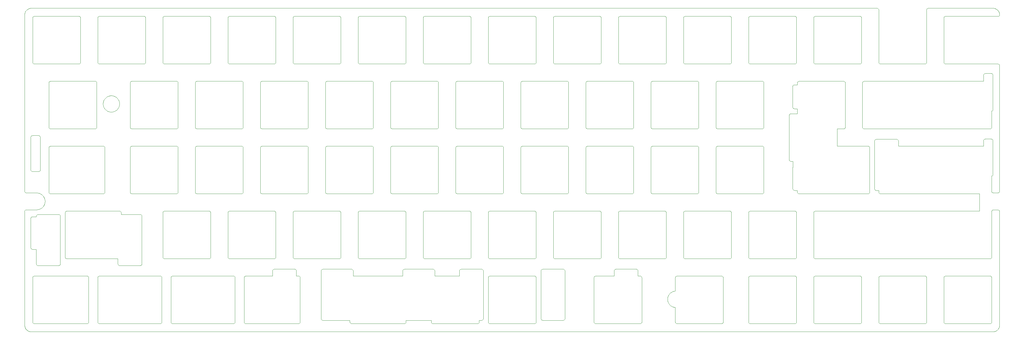
<source format=gm1>
%TF.GenerationSoftware,KiCad,Pcbnew,(5.1.6-0-10_14)*%
%TF.CreationDate,2020-09-14T20:18:27+09:00*%
%TF.ProjectId,keyplate,6b657970-6c61-4746-952e-6b696361645f,rev?*%
%TF.SameCoordinates,Original*%
%TF.FileFunction,Profile,NP*%
%FSLAX46Y46*%
G04 Gerber Fmt 4.6, Leading zero omitted, Abs format (unit mm)*
G04 Created by KiCad (PCBNEW (5.1.6-0-10_14)) date 2020-09-14 20:18:27*
%MOMM*%
%LPD*%
G01*
G04 APERTURE LIST*
%TA.AperFunction,Profile*%
%ADD10C,0.050000*%
%TD*%
%TA.AperFunction,Profile*%
%ADD11C,0.100000*%
%TD*%
G04 APERTURE END LIST*
D10*
X60159694Y-32906171D02*
X60283095Y-32903045D01*
X60283095Y-32903045D02*
X60404888Y-32893767D01*
X60404888Y-32893767D02*
X60524921Y-32878491D01*
X60524921Y-32878491D02*
X60643042Y-32857365D01*
X60643042Y-32857365D02*
X60759100Y-32830543D01*
X60759100Y-32830543D02*
X60872944Y-32798175D01*
X60872944Y-32798175D02*
X60984422Y-32760413D01*
X60984422Y-32760413D02*
X61093383Y-32717407D01*
X61093383Y-32717407D02*
X61199676Y-32669310D01*
X61199676Y-32669310D02*
X61303149Y-32616273D01*
X61303149Y-32616273D02*
X61403650Y-32558447D01*
X61403650Y-32558447D02*
X61501028Y-32495983D01*
X61501028Y-32495983D02*
X61595132Y-32429033D01*
X61595132Y-32429033D02*
X61685811Y-32357747D01*
X61685811Y-32357747D02*
X61772912Y-32282279D01*
X61772912Y-32282279D02*
X61856286Y-32202778D01*
X61856286Y-32202778D02*
X61935779Y-32119396D01*
X61935779Y-32119396D02*
X62011241Y-32032284D01*
X62011241Y-32032284D02*
X62082520Y-31941595D01*
X62082520Y-31941595D02*
X62149465Y-31847478D01*
X62149465Y-31847478D02*
X62211925Y-31750086D01*
X62211925Y-31750086D02*
X62269748Y-31649570D01*
X62269748Y-31649570D02*
X62322782Y-31546081D01*
X62322782Y-31546081D02*
X62370877Y-31439771D01*
X62370877Y-31439771D02*
X62413880Y-31330790D01*
X62413880Y-31330790D02*
X62451641Y-31219291D01*
X62451641Y-31219291D02*
X62484008Y-31105424D01*
X62484008Y-31105424D02*
X62510830Y-30989342D01*
X62510830Y-30989342D02*
X62531955Y-30871194D01*
X62531955Y-30871194D02*
X62547231Y-30751133D01*
X62547231Y-30751133D02*
X62556509Y-30629310D01*
X62556509Y-30629310D02*
X62559635Y-30505877D01*
D11*
X37131835Y-81499933D02*
X37131835Y-94499762D01*
X37131835Y-94499762D02*
X37142071Y-94600056D01*
X37142071Y-94600056D02*
X37181465Y-94715845D01*
X37181465Y-94715845D02*
X37246621Y-94817206D01*
X37246621Y-94817206D02*
X37333477Y-94900087D01*
X37333477Y-94900087D02*
X37437973Y-94960433D01*
X37437973Y-94960433D02*
X37556047Y-94994192D01*
X37556047Y-94994192D02*
X37631720Y-95000000D01*
X53013145Y-80999696D02*
X37631720Y-80999696D01*
X145438223Y-79500041D02*
X145438223Y-80999696D01*
X154319381Y-78999803D02*
X145938107Y-78999803D01*
X145938107Y-78999803D02*
X145837928Y-79010040D01*
X145837928Y-79010040D02*
X145722245Y-79049441D01*
X145722245Y-79049441D02*
X145620953Y-79114618D01*
X145620953Y-79114618D02*
X145538111Y-79201519D01*
X145538111Y-79201519D02*
X145477783Y-79306091D01*
X145477783Y-79306091D02*
X145444029Y-79424278D01*
X145444029Y-79424278D02*
X145438223Y-79500041D01*
X154819619Y-80999696D02*
X154819619Y-79500041D01*
X162043431Y-80999696D02*
X154819619Y-80999696D01*
X162043431Y-79500041D02*
X162043431Y-80999696D01*
X154819619Y-79500041D02*
X154809381Y-79399746D01*
X154809381Y-79399746D02*
X154769980Y-79283957D01*
X154769980Y-79283957D02*
X154704803Y-79182596D01*
X154704803Y-79182596D02*
X154617902Y-79099715D01*
X154617902Y-79099715D02*
X154513331Y-79039369D01*
X154513331Y-79039369D02*
X154395143Y-79005610D01*
X154395143Y-79005610D02*
X154319381Y-78999803D01*
X168543345Y-78999803D02*
X162543315Y-78999803D01*
X162543315Y-78999803D02*
X162443136Y-79010040D01*
X162443136Y-79010040D02*
X162327453Y-79049441D01*
X162327453Y-79049441D02*
X162226161Y-79114618D01*
X162226161Y-79114618D02*
X162143319Y-79201519D01*
X162143319Y-79201519D02*
X162082991Y-79306091D01*
X162082991Y-79306091D02*
X162049237Y-79424278D01*
X162049237Y-79424278D02*
X162043431Y-79500041D01*
X169043583Y-93499992D02*
X169043583Y-79500041D01*
X37631720Y-80999696D02*
X37531541Y-81009933D01*
X37531541Y-81009933D02*
X37415858Y-81049334D01*
X37415858Y-81049334D02*
X37314565Y-81114511D01*
X37314565Y-81114511D02*
X37231723Y-81201412D01*
X37231723Y-81201412D02*
X37171395Y-81305983D01*
X37171395Y-81305983D02*
X37137641Y-81424170D01*
X37137641Y-81424170D02*
X37131835Y-81499933D01*
X99544065Y-95000000D02*
X99544065Y-95000000D01*
X99044180Y-81499933D02*
X99044180Y-94499762D01*
X99044180Y-94499762D02*
X99054416Y-94600056D01*
X99054416Y-94600056D02*
X99093810Y-94715845D01*
X99093810Y-94715845D02*
X99158966Y-94817206D01*
X99158966Y-94817206D02*
X99245822Y-94900087D01*
X99245822Y-94900087D02*
X99350318Y-94960433D01*
X99350318Y-94960433D02*
X99468392Y-94994192D01*
X99468392Y-94994192D02*
X99544065Y-95000000D01*
X107312918Y-80999696D02*
X99544065Y-80999696D01*
X107312918Y-79500041D02*
X107312918Y-80999696D01*
X225250115Y-90219167D02*
X225250115Y-94499762D01*
X225250115Y-94499762D02*
X225260351Y-94600056D01*
X225260351Y-94600056D02*
X225299745Y-94715845D01*
X225299745Y-94715845D02*
X225364901Y-94817206D01*
X225364901Y-94817206D02*
X225451757Y-94900087D01*
X225451757Y-94900087D02*
X225556253Y-94960433D01*
X225556253Y-94960433D02*
X225674327Y-94994192D01*
X225674327Y-94994192D02*
X225750000Y-95000000D01*
X53013145Y-80999696D02*
X53013145Y-80999696D01*
X78112869Y-95000000D02*
X95875538Y-95000000D01*
X95875538Y-95000000D02*
X95975716Y-94989762D01*
X95975716Y-94989762D02*
X96091399Y-94950361D01*
X96091399Y-94950361D02*
X96192692Y-94885184D01*
X96192692Y-94885184D02*
X96275533Y-94798283D01*
X96275533Y-94798283D02*
X96335861Y-94693712D01*
X96335861Y-94693712D02*
X96369615Y-94575524D01*
X96369615Y-94575524D02*
X96375422Y-94499762D01*
X77612984Y-81499933D02*
X77612984Y-94499762D01*
X170981387Y-95000000D02*
X183981568Y-95000000D01*
X183981568Y-95000000D02*
X184081746Y-94989762D01*
X184081746Y-94989762D02*
X184197429Y-94950361D01*
X184197429Y-94950361D02*
X184298722Y-94885184D01*
X184298722Y-94885184D02*
X184381564Y-94798283D01*
X184381564Y-94798283D02*
X184441892Y-94693712D01*
X184441892Y-94693712D02*
X184475646Y-94575524D01*
X184475646Y-94575524D02*
X184481453Y-94499762D01*
X170481502Y-81499933D02*
X170481502Y-94499762D01*
X170481502Y-94499762D02*
X170491738Y-94600056D01*
X170491738Y-94600056D02*
X170531132Y-94715845D01*
X170531132Y-94715845D02*
X170596288Y-94817206D01*
X170596288Y-94817206D02*
X170683144Y-94900087D01*
X170683144Y-94900087D02*
X170787640Y-94960433D01*
X170787640Y-94960433D02*
X170905714Y-94994192D01*
X170905714Y-94994192D02*
X170981387Y-95000000D01*
X183981568Y-80999696D02*
X170981387Y-80999696D01*
X285281101Y-95000000D02*
X298281282Y-95000000D01*
X298281282Y-95000000D02*
X298381460Y-94989762D01*
X298381460Y-94989762D02*
X298497143Y-94950361D01*
X298497143Y-94950361D02*
X298598436Y-94885184D01*
X298598436Y-94885184D02*
X298681278Y-94798283D01*
X298681278Y-94798283D02*
X298741606Y-94693712D01*
X298741606Y-94693712D02*
X298775360Y-94575524D01*
X298775360Y-94575524D02*
X298781167Y-94499762D01*
X170981387Y-80999696D02*
X170881208Y-81009933D01*
X170881208Y-81009933D02*
X170765525Y-81049334D01*
X170765525Y-81049334D02*
X170664232Y-81114511D01*
X170664232Y-81114511D02*
X170581390Y-81201412D01*
X170581390Y-81201412D02*
X170521062Y-81305983D01*
X170521062Y-81305983D02*
X170487308Y-81424170D01*
X170487308Y-81424170D02*
X170481502Y-81499933D01*
X184481453Y-94499762D02*
X184481453Y-81499933D01*
X207812706Y-78999803D02*
X207712411Y-79010040D01*
X207712411Y-79010040D02*
X207596622Y-79049441D01*
X207596622Y-79049441D02*
X207495261Y-79114618D01*
X207495261Y-79114618D02*
X207412380Y-79201519D01*
X207412380Y-79201519D02*
X207352034Y-79306091D01*
X207352034Y-79306091D02*
X207318275Y-79424278D01*
X207318275Y-79424278D02*
X207312468Y-79500041D01*
X207312468Y-79500041D02*
X207312468Y-80999696D01*
X213812735Y-78999803D02*
X207812706Y-78999803D01*
X74444342Y-95000000D02*
X74544520Y-94989762D01*
X74544520Y-94989762D02*
X74660203Y-94950361D01*
X74660203Y-94950361D02*
X74761496Y-94885184D01*
X74761496Y-94885184D02*
X74844337Y-94798283D01*
X74844337Y-94798283D02*
X74904666Y-94693712D01*
X74904666Y-94693712D02*
X74938420Y-94575524D01*
X74938420Y-94575524D02*
X74944227Y-94499762D01*
X56181787Y-81499933D02*
X56181787Y-94499762D01*
X56181787Y-94499762D02*
X56192023Y-94600056D01*
X56192023Y-94600056D02*
X56231417Y-94715845D01*
X56231417Y-94715845D02*
X56296573Y-94817206D01*
X56296573Y-94817206D02*
X56383430Y-94900087D01*
X56383430Y-94900087D02*
X56487926Y-94960433D01*
X56487926Y-94960433D02*
X56605999Y-94994192D01*
X56605999Y-94994192D02*
X56681672Y-95000000D01*
X222977173Y-87822401D02*
X222980101Y-87941880D01*
X222980101Y-87941880D02*
X222988796Y-88059854D01*
X222988796Y-88059854D02*
X223003121Y-88176186D01*
X223003121Y-88176186D02*
X223022936Y-88290738D01*
X223022936Y-88290738D02*
X223048107Y-88403373D01*
X223048107Y-88403373D02*
X223078494Y-88513955D01*
X223078494Y-88513955D02*
X223113961Y-88622346D01*
X223113961Y-88622346D02*
X223154371Y-88728409D01*
X223154371Y-88728409D02*
X223199587Y-88832007D01*
X223199587Y-88832007D02*
X223249470Y-88933002D01*
X223249470Y-88933002D02*
X223303884Y-89031259D01*
X223303884Y-89031259D02*
X223362692Y-89126640D01*
X223362692Y-89126640D02*
X223425756Y-89219007D01*
X223425756Y-89219007D02*
X223492940Y-89308224D01*
X223492940Y-89308224D02*
X223564105Y-89394154D01*
X223564105Y-89394154D02*
X223639114Y-89476659D01*
X223639114Y-89476659D02*
X223717831Y-89555603D01*
X223717831Y-89555603D02*
X223800118Y-89630848D01*
X223800118Y-89630848D02*
X223885838Y-89702258D01*
X223885838Y-89702258D02*
X223974853Y-89769694D01*
X223974853Y-89769694D02*
X224067026Y-89833021D01*
X224067026Y-89833021D02*
X224162220Y-89892101D01*
X224162220Y-89892101D02*
X224260298Y-89946797D01*
X224260298Y-89946797D02*
X224361122Y-89996972D01*
X224361122Y-89996972D02*
X224464555Y-90042489D01*
X224464555Y-90042489D02*
X224570461Y-90083211D01*
X224570461Y-90083211D02*
X224678700Y-90119000D01*
X224678700Y-90119000D02*
X224789138Y-90149720D01*
X224789138Y-90149720D02*
X224901635Y-90175234D01*
X224901635Y-90175234D02*
X225016055Y-90195405D01*
X225016055Y-90195405D02*
X225132261Y-90210094D01*
X225132261Y-90210094D02*
X225250115Y-90219167D01*
X225250115Y-85425635D02*
X225132261Y-85434707D01*
X225132261Y-85434707D02*
X225016055Y-85449396D01*
X225016055Y-85449396D02*
X224901635Y-85469567D01*
X224901635Y-85469567D02*
X224789138Y-85495081D01*
X224789138Y-85495081D02*
X224678700Y-85525801D01*
X224678700Y-85525801D02*
X224570461Y-85561590D01*
X224570461Y-85561590D02*
X224464555Y-85602312D01*
X224464555Y-85602312D02*
X224361122Y-85647829D01*
X224361122Y-85647829D02*
X224260298Y-85698004D01*
X224260298Y-85698004D02*
X224162220Y-85752700D01*
X224162220Y-85752700D02*
X224067026Y-85811780D01*
X224067026Y-85811780D02*
X223974853Y-85875107D01*
X223974853Y-85875107D02*
X223885838Y-85942543D01*
X223885838Y-85942543D02*
X223800118Y-86013953D01*
X223800118Y-86013953D02*
X223717831Y-86089198D01*
X223717831Y-86089198D02*
X223639114Y-86168142D01*
X223639114Y-86168142D02*
X223564105Y-86250647D01*
X223564105Y-86250647D02*
X223492940Y-86336577D01*
X223492940Y-86336577D02*
X223425756Y-86425794D01*
X223425756Y-86425794D02*
X223362692Y-86518161D01*
X223362692Y-86518161D02*
X223303884Y-86613542D01*
X223303884Y-86613542D02*
X223249470Y-86711799D01*
X223249470Y-86711799D02*
X223199587Y-86812794D01*
X223199587Y-86812794D02*
X223154371Y-86916392D01*
X223154371Y-86916392D02*
X223113961Y-87022455D01*
X223113961Y-87022455D02*
X223078494Y-87130846D01*
X223078494Y-87130846D02*
X223048107Y-87241428D01*
X223048107Y-87241428D02*
X223022936Y-87354063D01*
X223022936Y-87354063D02*
X223003121Y-87468615D01*
X223003121Y-87468615D02*
X222988796Y-87584947D01*
X222988796Y-87584947D02*
X222980101Y-87702921D01*
X222980101Y-87702921D02*
X222977173Y-87822401D01*
X53513030Y-94499762D02*
X53513030Y-81499933D01*
X53513030Y-81499933D02*
X53502793Y-81399638D01*
X53502793Y-81399638D02*
X53463399Y-81283849D01*
X53463399Y-81283849D02*
X53398243Y-81182488D01*
X53398243Y-81182488D02*
X53311387Y-81099608D01*
X53311387Y-81099608D02*
X53206891Y-81039262D01*
X53206891Y-81039262D02*
X53088817Y-81005503D01*
X53088817Y-81005503D02*
X53013145Y-80999696D01*
X37631720Y-95000000D02*
X53013145Y-95000000D01*
X53013145Y-95000000D02*
X53113323Y-94989762D01*
X53113323Y-94989762D02*
X53229006Y-94950361D01*
X53229006Y-94950361D02*
X53330299Y-94885184D01*
X53330299Y-94885184D02*
X53413141Y-94798283D01*
X53413141Y-94798283D02*
X53473469Y-94693712D01*
X53473469Y-94693712D02*
X53507223Y-94575524D01*
X53507223Y-94575524D02*
X53513030Y-94499762D01*
X74944227Y-81499933D02*
X74933990Y-81399638D01*
X74933990Y-81399638D02*
X74894596Y-81283849D01*
X74894596Y-81283849D02*
X74829440Y-81182488D01*
X74829440Y-81182488D02*
X74742583Y-81099608D01*
X74742583Y-81099608D02*
X74638087Y-81039262D01*
X74638087Y-81039262D02*
X74520014Y-81005503D01*
X74520014Y-81005503D02*
X74444342Y-80999696D01*
X56681672Y-95000000D02*
X74444342Y-95000000D01*
X77612984Y-94499762D02*
X77623220Y-94600056D01*
X77623220Y-94600056D02*
X77662614Y-94715845D01*
X77662614Y-94715845D02*
X77727770Y-94817206D01*
X77727770Y-94817206D02*
X77814626Y-94900087D01*
X77814626Y-94900087D02*
X77919122Y-94960433D01*
X77919122Y-94960433D02*
X78037196Y-94994192D01*
X78037196Y-94994192D02*
X78112869Y-95000000D01*
X95875538Y-80999696D02*
X78112869Y-80999696D01*
X115425375Y-81499933D02*
X115415138Y-81399638D01*
X115415138Y-81399638D02*
X115375744Y-81283849D01*
X115375744Y-81283849D02*
X115310589Y-81182488D01*
X115310589Y-81182488D02*
X115223732Y-81099608D01*
X115223732Y-81099608D02*
X115119236Y-81039262D01*
X115119236Y-81039262D02*
X115001163Y-81005503D01*
X115001163Y-81005503D02*
X114925491Y-80999696D01*
X99544065Y-95000000D02*
X114925491Y-95000000D01*
X114925491Y-95000000D02*
X115025669Y-94989762D01*
X115025669Y-94989762D02*
X115141352Y-94950361D01*
X115141352Y-94950361D02*
X115242644Y-94885184D01*
X115242644Y-94885184D02*
X115325486Y-94798283D01*
X115325486Y-94798283D02*
X115385814Y-94693712D01*
X115385814Y-94693712D02*
X115419568Y-94575524D01*
X115419568Y-94575524D02*
X115425375Y-94499762D01*
X184481453Y-94499762D02*
X184481453Y-94499762D01*
X169043583Y-79500041D02*
X169033345Y-79399746D01*
X169033345Y-79399746D02*
X168993944Y-79283957D01*
X168993944Y-79283957D02*
X168928767Y-79182596D01*
X168928767Y-79182596D02*
X168841866Y-79099715D01*
X168841866Y-79099715D02*
X168737295Y-79039369D01*
X168737295Y-79039369D02*
X168619107Y-79005610D01*
X168619107Y-79005610D02*
X168543345Y-78999803D01*
X167812744Y-93999877D02*
X168543345Y-93999877D01*
X167812744Y-94499762D02*
X167812744Y-93999877D01*
X168543345Y-93999877D02*
X168643639Y-93989640D01*
X168643639Y-93989640D02*
X168759428Y-93950246D01*
X168759428Y-93950246D02*
X168860789Y-93885090D01*
X168860789Y-93885090D02*
X168943670Y-93798234D01*
X168943670Y-93798234D02*
X169004016Y-93693738D01*
X169004016Y-93693738D02*
X169037775Y-93575664D01*
X169037775Y-93575664D02*
X169043583Y-93499992D01*
X154312678Y-95000000D02*
X167312860Y-95000000D01*
X184481453Y-81499933D02*
X184471216Y-81399638D01*
X184471216Y-81399638D02*
X184431822Y-81283849D01*
X184431822Y-81283849D02*
X184366666Y-81182488D01*
X184366666Y-81182488D02*
X184279810Y-81099608D01*
X184279810Y-81099608D02*
X184175314Y-81039262D01*
X184175314Y-81039262D02*
X184057240Y-81005503D01*
X184057240Y-81005503D02*
X183981568Y-80999696D01*
X298781167Y-94499762D02*
X298781167Y-94499762D01*
X298781167Y-81499933D02*
X298770930Y-81399638D01*
X298770930Y-81399638D02*
X298731536Y-81283849D01*
X298731536Y-81283849D02*
X298666380Y-81182488D01*
X298666380Y-81182488D02*
X298579524Y-81099608D01*
X298579524Y-81099608D02*
X298475028Y-81039262D01*
X298475028Y-81039262D02*
X298356954Y-81005503D01*
X298356954Y-81005503D02*
X298281282Y-80999696D01*
X95875538Y-80999696D02*
X95875538Y-80999696D01*
X96375422Y-94499762D02*
X96375422Y-81499933D01*
X96375422Y-81499933D02*
X96365185Y-81399638D01*
X96365185Y-81399638D02*
X96325791Y-81283849D01*
X96325791Y-81283849D02*
X96260636Y-81182488D01*
X96260636Y-81182488D02*
X96173780Y-81099608D01*
X96173780Y-81099608D02*
X96069284Y-81039262D01*
X96069284Y-81039262D02*
X95951210Y-81005503D01*
X95951210Y-81005503D02*
X95875538Y-80999696D01*
X284781216Y-81499933D02*
X284781216Y-94499762D01*
X284781216Y-94499762D02*
X284791452Y-94600056D01*
X284791452Y-94600056D02*
X284830846Y-94715845D01*
X284830846Y-94715845D02*
X284896002Y-94817206D01*
X284896002Y-94817206D02*
X284982858Y-94900087D01*
X284982858Y-94900087D02*
X285087354Y-94960433D01*
X285087354Y-94960433D02*
X285205428Y-94994192D01*
X285205428Y-94994192D02*
X285281101Y-95000000D01*
X298281282Y-80999696D02*
X285281101Y-80999696D01*
X285281101Y-80999696D02*
X285180922Y-81009933D01*
X285180922Y-81009933D02*
X285065239Y-81049334D01*
X285065239Y-81049334D02*
X284963946Y-81114511D01*
X284963946Y-81114511D02*
X284881104Y-81201412D01*
X284881104Y-81201412D02*
X284820776Y-81305983D01*
X284820776Y-81305983D02*
X284787022Y-81424170D01*
X284787022Y-81424170D02*
X284781216Y-81499933D01*
X298781167Y-94499762D02*
X298781167Y-81499933D01*
X74444342Y-80999696D02*
X56681672Y-80999696D01*
X56681672Y-80999696D02*
X56581493Y-81009933D01*
X56581493Y-81009933D02*
X56465810Y-81049334D01*
X56465810Y-81049334D02*
X56364517Y-81114511D01*
X56364517Y-81114511D02*
X56281676Y-81201412D01*
X56281676Y-81201412D02*
X56221347Y-81305983D01*
X56221347Y-81305983D02*
X56187593Y-81424170D01*
X56187593Y-81424170D02*
X56181787Y-81499933D01*
X145438223Y-80999696D02*
X145438223Y-80999696D01*
X78112869Y-80999696D02*
X78012690Y-81009933D01*
X78012690Y-81009933D02*
X77897007Y-81049334D01*
X77897007Y-81049334D02*
X77795714Y-81114511D01*
X77795714Y-81114511D02*
X77712872Y-81201412D01*
X77712872Y-81201412D02*
X77652544Y-81305983D01*
X77652544Y-81305983D02*
X77618790Y-81424170D01*
X77618790Y-81424170D02*
X77612984Y-81499933D01*
X74444342Y-80999696D02*
X74444342Y-80999696D01*
X74944227Y-94499762D02*
X74944227Y-81499933D01*
X238750181Y-95000000D02*
X238850359Y-94989762D01*
X238850359Y-94989762D02*
X238966042Y-94950361D01*
X238966042Y-94950361D02*
X239067335Y-94885184D01*
X239067335Y-94885184D02*
X239150177Y-94798283D01*
X239150177Y-94798283D02*
X239210505Y-94693712D01*
X239210505Y-94693712D02*
X239244259Y-94575524D01*
X239244259Y-94575524D02*
X239250066Y-94499762D01*
X99544065Y-80999696D02*
X99443886Y-81009933D01*
X99443886Y-81009933D02*
X99328203Y-81049334D01*
X99328203Y-81049334D02*
X99226910Y-81114511D01*
X99226910Y-81114511D02*
X99144068Y-81201412D01*
X99144068Y-81201412D02*
X99083740Y-81305983D01*
X99083740Y-81305983D02*
X99049986Y-81424170D01*
X99049986Y-81424170D02*
X99044180Y-81499933D01*
X113812832Y-78999803D02*
X107812803Y-78999803D01*
X107812803Y-78999803D02*
X107712624Y-79010040D01*
X107712624Y-79010040D02*
X107596941Y-79049441D01*
X107596941Y-79049441D02*
X107495648Y-79114618D01*
X107495648Y-79114618D02*
X107412806Y-79201519D01*
X107412806Y-79201519D02*
X107352478Y-79306091D01*
X107352478Y-79306091D02*
X107318724Y-79424278D01*
X107318724Y-79424278D02*
X107312918Y-79500041D01*
X114312717Y-80999696D02*
X114312717Y-79500041D01*
X114925491Y-80999696D02*
X114312717Y-80999696D01*
X114312717Y-79500041D02*
X114302494Y-79399746D01*
X114302494Y-79399746D02*
X114263146Y-79283957D01*
X114263146Y-79283957D02*
X114198045Y-79182596D01*
X114198045Y-79182596D02*
X114111226Y-79099715D01*
X114111226Y-79099715D02*
X114006727Y-79039369D01*
X114006727Y-79039369D02*
X113888585Y-79005610D01*
X113888585Y-79005610D02*
X113812832Y-78999803D01*
X115425375Y-94499762D02*
X115425375Y-81499933D01*
X167312860Y-95000000D02*
X167413038Y-94989762D01*
X167413038Y-94989762D02*
X167528721Y-94950361D01*
X167528721Y-94950361D02*
X167630013Y-94885184D01*
X167630013Y-94885184D02*
X167712855Y-94798283D01*
X167712855Y-94798283D02*
X167773183Y-94693712D01*
X167773183Y-94693712D02*
X167806937Y-94575524D01*
X167806937Y-94575524D02*
X167812744Y-94499762D01*
X153812793Y-93999877D02*
X153812793Y-94499762D01*
X146381548Y-93999877D02*
X153812793Y-93999877D01*
X146381548Y-94499762D02*
X146381548Y-93999877D01*
X153812793Y-94499762D02*
X153823029Y-94600056D01*
X153823029Y-94600056D02*
X153862423Y-94715845D01*
X153862423Y-94715845D02*
X153927579Y-94817206D01*
X153927579Y-94817206D02*
X154014436Y-94900087D01*
X154014436Y-94900087D02*
X154118932Y-94960433D01*
X154118932Y-94960433D02*
X154237005Y-94994192D01*
X154237005Y-94994192D02*
X154312678Y-95000000D01*
X130500238Y-95000000D02*
X145881663Y-95000000D01*
X214937741Y-95000000D02*
X215037919Y-94989762D01*
X215037919Y-94989762D02*
X215153602Y-94950361D01*
X215153602Y-94950361D02*
X215254894Y-94885184D01*
X215254894Y-94885184D02*
X215337736Y-94798283D01*
X215337736Y-94798283D02*
X215398064Y-94693712D01*
X215398064Y-94693712D02*
X215431818Y-94575524D01*
X215431818Y-94575524D02*
X215437625Y-94499762D01*
X214312620Y-79500041D02*
X214302383Y-79399746D01*
X214302383Y-79399746D02*
X214262989Y-79283957D01*
X214262989Y-79283957D02*
X214197833Y-79182596D01*
X214197833Y-79182596D02*
X214110977Y-79099715D01*
X214110977Y-79099715D02*
X214006481Y-79039369D01*
X214006481Y-79039369D02*
X213888407Y-79005610D01*
X213888407Y-79005610D02*
X213812735Y-78999803D01*
X215437625Y-94499762D02*
X215437625Y-81499933D01*
X214312620Y-80999696D02*
X214312620Y-79500041D01*
X214937741Y-80999696D02*
X214312620Y-80999696D01*
X145881663Y-95000000D02*
X145981841Y-94989762D01*
X145981841Y-94989762D02*
X146097524Y-94950361D01*
X146097524Y-94950361D02*
X146198817Y-94885184D01*
X146198817Y-94885184D02*
X146281659Y-94798283D01*
X146281659Y-94798283D02*
X146341987Y-94693712D01*
X146341987Y-94693712D02*
X146375741Y-94575524D01*
X146375741Y-94575524D02*
X146381548Y-94499762D01*
X130000353Y-93999877D02*
X130000353Y-94499762D01*
X122062167Y-93999877D02*
X130000353Y-93999877D01*
X201437674Y-94499762D02*
X201447910Y-94600056D01*
X201447910Y-94600056D02*
X201487304Y-94715845D01*
X201487304Y-94715845D02*
X201552460Y-94817206D01*
X201552460Y-94817206D02*
X201639316Y-94900087D01*
X201639316Y-94900087D02*
X201743812Y-94960433D01*
X201743812Y-94960433D02*
X201861886Y-94994192D01*
X201861886Y-94994192D02*
X201937559Y-95000000D01*
X130000353Y-94499762D02*
X130010589Y-94600056D01*
X130010589Y-94600056D02*
X130049983Y-94715845D01*
X130049983Y-94715845D02*
X130115139Y-94817206D01*
X130115139Y-94817206D02*
X130201995Y-94900087D01*
X130201995Y-94900087D02*
X130306491Y-94960433D01*
X130306491Y-94960433D02*
X130424565Y-94994192D01*
X130424565Y-94994192D02*
X130500238Y-95000000D01*
X201937559Y-80999696D02*
X201837380Y-81009933D01*
X201837380Y-81009933D02*
X201721697Y-81049334D01*
X201721697Y-81049334D02*
X201620404Y-81114511D01*
X201620404Y-81114511D02*
X201537562Y-81201412D01*
X201537562Y-81201412D02*
X201477234Y-81305983D01*
X201477234Y-81305983D02*
X201443480Y-81424170D01*
X201443480Y-81424170D02*
X201437674Y-81499933D01*
X201437674Y-81499933D02*
X201437674Y-94499762D01*
X215437625Y-81499933D02*
X215427388Y-81399638D01*
X215427388Y-81399638D02*
X215387994Y-81283849D01*
X215387994Y-81283849D02*
X215322839Y-81182488D01*
X215322839Y-81182488D02*
X215235982Y-81099608D01*
X215235982Y-81099608D02*
X215131486Y-81039262D01*
X215131486Y-81039262D02*
X215013413Y-81005503D01*
X215013413Y-81005503D02*
X214937741Y-80999696D01*
X201937559Y-95000000D02*
X214937741Y-95000000D01*
X130943678Y-79500041D02*
X130933440Y-79399746D01*
X130933440Y-79399746D02*
X130894039Y-79283957D01*
X130894039Y-79283957D02*
X130828862Y-79182596D01*
X130828862Y-79182596D02*
X130741961Y-79099715D01*
X130741961Y-79099715D02*
X130637390Y-79039369D01*
X130637390Y-79039369D02*
X130519203Y-79005610D01*
X130519203Y-79005610D02*
X130443441Y-78999803D01*
X207312468Y-80999696D02*
X207312468Y-80999696D01*
X207312468Y-80999696D02*
X201937559Y-80999696D01*
X121562282Y-79500041D02*
X121562282Y-93499992D01*
X121562282Y-93499992D02*
X121572518Y-93600170D01*
X121572518Y-93600170D02*
X121611912Y-93715853D01*
X121611912Y-93715853D02*
X121677068Y-93817146D01*
X121677068Y-93817146D02*
X121763925Y-93899988D01*
X121763925Y-93899988D02*
X121868421Y-93960316D01*
X121868421Y-93960316D02*
X121986494Y-93994070D01*
X121986494Y-93994070D02*
X122062167Y-93999877D01*
X130443441Y-78999803D02*
X122062167Y-78999803D01*
X122062167Y-78999803D02*
X121961988Y-79010040D01*
X121961988Y-79010040D02*
X121846305Y-79049441D01*
X121846305Y-79049441D02*
X121745012Y-79114618D01*
X121745012Y-79114618D02*
X121662171Y-79201519D01*
X121662171Y-79201519D02*
X121601842Y-79306091D01*
X121601842Y-79306091D02*
X121568088Y-79424278D01*
X121568088Y-79424278D02*
X121562282Y-79500041D01*
X130943678Y-80999696D02*
X130943678Y-79500041D01*
X145438223Y-80999696D02*
X130943678Y-80999696D01*
X266231148Y-75950047D02*
X266231148Y-75950047D01*
X265731264Y-62449981D02*
X265731264Y-75449810D01*
X265731264Y-75449810D02*
X265741500Y-75550104D01*
X265741500Y-75550104D02*
X265780894Y-75665893D01*
X265780894Y-75665893D02*
X265846049Y-75767254D01*
X265846049Y-75767254D02*
X265932906Y-75850134D01*
X265932906Y-75850134D02*
X266037402Y-75910480D01*
X266037402Y-75910480D02*
X266155475Y-75944239D01*
X266155475Y-75944239D02*
X266231148Y-75950047D01*
X314281126Y-61949743D02*
X266231148Y-61949743D01*
X314281126Y-56900095D02*
X314281126Y-61949743D01*
X285281101Y-56900095D02*
X314281126Y-56900095D01*
X266231148Y-61949743D02*
X266130969Y-61959980D01*
X266130969Y-61959980D02*
X266015286Y-61999381D01*
X266015286Y-61999381D02*
X265913994Y-62064558D01*
X265913994Y-62064558D02*
X265831152Y-62151459D01*
X265831152Y-62151459D02*
X265770824Y-62256031D01*
X265770824Y-62256031D02*
X265737070Y-62374218D01*
X265737070Y-62374218D02*
X265731264Y-62449981D01*
X284781216Y-55899972D02*
X284781216Y-56399857D01*
X284050262Y-55899972D02*
X284781216Y-55899972D01*
X284781216Y-56399857D02*
X284791452Y-56500151D01*
X284791452Y-56500151D02*
X284830846Y-56615940D01*
X284830846Y-56615940D02*
X284896002Y-56717301D01*
X284896002Y-56717301D02*
X284982858Y-56800182D01*
X284982858Y-56800182D02*
X285087354Y-56860528D01*
X285087354Y-56860528D02*
X285205428Y-56894287D01*
X285205428Y-56894287D02*
X285281101Y-56900095D01*
X283550377Y-41400136D02*
X283550377Y-55400087D01*
X283550377Y-55400087D02*
X283560613Y-55500265D01*
X283560613Y-55500265D02*
X283600007Y-55615948D01*
X283600007Y-55615948D02*
X283665163Y-55717241D01*
X283665163Y-55717241D02*
X283752020Y-55800083D01*
X283752020Y-55800083D02*
X283856516Y-55860411D01*
X283856516Y-55860411D02*
X283974589Y-55894165D01*
X283974589Y-55894165D02*
X284050262Y-55899972D01*
X290050292Y-40899899D02*
X284050262Y-40899899D01*
X284050262Y-40899899D02*
X283950083Y-40910136D01*
X283950083Y-40910136D02*
X283834400Y-40949537D01*
X283834400Y-40949537D02*
X283733107Y-41014714D01*
X283733107Y-41014714D02*
X283650266Y-41101615D01*
X283650266Y-41101615D02*
X283589937Y-41206186D01*
X283589937Y-41206186D02*
X283556183Y-41324373D01*
X283556183Y-41324373D02*
X283550377Y-41400136D01*
X290550529Y-42899791D02*
X290550529Y-41400136D01*
X315449875Y-42899791D02*
X290550529Y-42899791D01*
X290550529Y-41400136D02*
X290540291Y-41299841D01*
X290540291Y-41299841D02*
X290500890Y-41184052D01*
X290500890Y-41184052D02*
X290435713Y-41082691D01*
X290435713Y-41082691D02*
X290348812Y-40999811D01*
X290348812Y-40999811D02*
X290244241Y-40939465D01*
X290244241Y-40939465D02*
X290126054Y-40905706D01*
X290126054Y-40905706D02*
X290050292Y-40899899D01*
X318212471Y-51269070D02*
X318212471Y-41322173D01*
X315449875Y-41322173D02*
X315449875Y-41441221D01*
X315449875Y-41441221D02*
X315449875Y-41566501D01*
X315449875Y-41566501D02*
X315449875Y-41696095D01*
X315449875Y-41696095D02*
X315449875Y-41828082D01*
X315449875Y-41828082D02*
X315449875Y-41960542D01*
X315449875Y-41960542D02*
X315449875Y-42091556D01*
X315449875Y-42091556D02*
X315449875Y-42219204D01*
X315449875Y-42219204D02*
X315449875Y-42341565D01*
X315449875Y-42341565D02*
X315449875Y-42456721D01*
X315449875Y-42456721D02*
X315449875Y-42562752D01*
X315449875Y-42562752D02*
X315449875Y-42700487D01*
X315449875Y-42700487D02*
X315449875Y-42806892D01*
X315449875Y-42806892D02*
X315449875Y-42899791D01*
X315596278Y-40968690D02*
X315527147Y-41055123D01*
X315527147Y-41055123D02*
X315479112Y-41153622D01*
X315479112Y-41153622D02*
X315453681Y-41260514D01*
X315453681Y-41260514D02*
X315449875Y-41322173D01*
X315949760Y-40822288D02*
X315839793Y-40834510D01*
X315839793Y-40834510D02*
X315736178Y-40870173D01*
X315736178Y-40870173D02*
X315642588Y-40927769D01*
X315642588Y-40927769D02*
X315596278Y-40968690D01*
X317712234Y-40822288D02*
X317565217Y-40822288D01*
X317565217Y-40822288D02*
X317460764Y-40822288D01*
X317460764Y-40822288D02*
X317352059Y-40822288D01*
X317352059Y-40822288D02*
X317239875Y-40822288D01*
X317239875Y-40822288D02*
X317124985Y-40822288D01*
X317124985Y-40822288D02*
X317008163Y-40822288D01*
X317008163Y-40822288D02*
X316890181Y-40822288D01*
X316890181Y-40822288D02*
X316771812Y-40822288D01*
X316771812Y-40822288D02*
X316653830Y-40822288D01*
X316653830Y-40822288D02*
X316537008Y-40822288D01*
X316537008Y-40822288D02*
X316422118Y-40822288D01*
X316422118Y-40822288D02*
X316309934Y-40822288D01*
X316309934Y-40822288D02*
X316201229Y-40822288D01*
X316201229Y-40822288D02*
X316096776Y-40822288D01*
X316096776Y-40822288D02*
X315949760Y-40822288D01*
X318065716Y-40968690D02*
X317979436Y-40899559D01*
X317979436Y-40899559D02*
X317880897Y-40851525D01*
X317880897Y-40851525D02*
X317773914Y-40826094D01*
X317773914Y-40826094D02*
X317712234Y-40822288D01*
X318212471Y-41322173D02*
X318200180Y-41212206D01*
X318200180Y-41212206D02*
X318164376Y-41108591D01*
X318164376Y-41108591D02*
X318106659Y-41015000D01*
X318106659Y-41015000D02*
X318065716Y-40968690D01*
X317831119Y-51650069D02*
X317831472Y-51650069D01*
X318100641Y-51538239D02*
X318163004Y-51456510D01*
X318163004Y-51456510D02*
X318200958Y-51361853D01*
X318200958Y-51361853D02*
X318212471Y-51269070D01*
X317831472Y-51650069D02*
X317933255Y-51636170D01*
X317933255Y-51636170D02*
X318026956Y-51595909D01*
X318026956Y-51595909D02*
X318100641Y-51538239D01*
X304331053Y-18800190D02*
X319659209Y-18800190D01*
X317831119Y-56105288D02*
X317831119Y-55981825D01*
X317831119Y-55981825D02*
X317831119Y-55847941D01*
X317831119Y-55847941D02*
X317831119Y-55704575D01*
X317831119Y-55704575D02*
X317831119Y-55552668D01*
X317831119Y-55552668D02*
X317831119Y-55393161D01*
X317831119Y-55393161D02*
X317831119Y-55226993D01*
X317831119Y-55226993D02*
X317831119Y-55055106D01*
X317831119Y-55055106D02*
X317831119Y-54878440D01*
X317831119Y-54878440D02*
X317831119Y-54697935D01*
X317831119Y-54697935D02*
X317831119Y-54514533D01*
X317831119Y-54514533D02*
X317831119Y-54329173D01*
X317831119Y-54329173D02*
X317831119Y-54142795D01*
X317831119Y-54142795D02*
X317831119Y-53956342D01*
X317831119Y-53956342D02*
X317831119Y-53770752D01*
X317831119Y-53770752D02*
X317831119Y-53586967D01*
X317831119Y-53586967D02*
X317831119Y-53405927D01*
X317831119Y-53405927D02*
X317831119Y-53228573D01*
X317831119Y-53228573D02*
X317831119Y-53055844D01*
X317831119Y-53055844D02*
X317831119Y-52888683D01*
X317831119Y-52888683D02*
X317831119Y-52728028D01*
X317831119Y-52728028D02*
X317831119Y-52574821D01*
X317831119Y-52574821D02*
X317831119Y-52430002D01*
X317831119Y-52430002D02*
X317831119Y-52294511D01*
X317831119Y-52294511D02*
X317831119Y-52169290D01*
X317831119Y-52169290D02*
X317831119Y-52055278D01*
X317831119Y-52055278D02*
X317831119Y-51953417D01*
X317831119Y-51953417D02*
X317831119Y-51789906D01*
X317831119Y-51789906D02*
X317831119Y-51686282D01*
X317831119Y-51686282D02*
X317831119Y-51650069D01*
X318331004Y-56605173D02*
X318230218Y-56595023D01*
X318230218Y-56595023D02*
X318114219Y-56555903D01*
X318114219Y-56555903D02*
X318012970Y-56491070D01*
X318012970Y-56491070D02*
X317930385Y-56404439D01*
X317930385Y-56404439D02*
X317870382Y-56299927D01*
X317870382Y-56299927D02*
X317836875Y-56181449D01*
X317836875Y-56181449D02*
X317831119Y-56105288D01*
X319659209Y-56605173D02*
X319545136Y-56605173D01*
X319545136Y-56605173D02*
X319424580Y-56605173D01*
X319424580Y-56605173D02*
X319299035Y-56605173D01*
X319299035Y-56605173D02*
X319169999Y-56605173D01*
X319169999Y-56605173D02*
X319038968Y-56605173D01*
X319038968Y-56605173D02*
X318907438Y-56605173D01*
X318907438Y-56605173D02*
X318776905Y-56605173D01*
X318776905Y-56605173D02*
X318648867Y-56605173D01*
X318648867Y-56605173D02*
X318524818Y-56605173D01*
X318524818Y-56605173D02*
X318406257Y-56605173D01*
X318406257Y-56605173D02*
X318331004Y-56605173D01*
X320159094Y-56105288D02*
X320148929Y-56206074D01*
X320148929Y-56206074D02*
X320109764Y-56322072D01*
X320109764Y-56322072D02*
X320044877Y-56423321D01*
X320044877Y-56423321D02*
X319958209Y-56505906D01*
X319958209Y-56505906D02*
X319853699Y-56565910D01*
X319853699Y-56565910D02*
X319735288Y-56599416D01*
X319735288Y-56599416D02*
X319659209Y-56605173D01*
X320159094Y-19300075D02*
X320159094Y-19757988D01*
X320159094Y-19757988D02*
X320159094Y-20349885D01*
X320159094Y-20349885D02*
X320159094Y-21066834D01*
X320159094Y-21066834D02*
X320159094Y-21899902D01*
X320159094Y-21899902D02*
X320159094Y-22840158D01*
X320159094Y-22840158D02*
X320159094Y-23878667D01*
X320159094Y-23878667D02*
X320159094Y-25006500D01*
X320159094Y-25006500D02*
X320159094Y-26214722D01*
X320159094Y-26214722D02*
X320159094Y-27494403D01*
X320159094Y-27494403D02*
X320159094Y-28836609D01*
X320159094Y-28836609D02*
X320159094Y-30232409D01*
X320159094Y-30232409D02*
X320159094Y-31672870D01*
X320159094Y-31672870D02*
X320159094Y-33149060D01*
X320159094Y-33149060D02*
X320159094Y-34652047D01*
X320159094Y-34652047D02*
X320159094Y-36172898D01*
X320159094Y-36172898D02*
X320159094Y-37702681D01*
X320159094Y-37702681D02*
X320159094Y-39232465D01*
X320159094Y-39232465D02*
X320159094Y-40753316D01*
X320159094Y-40753316D02*
X320159094Y-42256303D01*
X320159094Y-42256303D02*
X320159094Y-43732493D01*
X320159094Y-43732493D02*
X320159094Y-45172954D01*
X320159094Y-45172954D02*
X320159094Y-46568754D01*
X320159094Y-46568754D02*
X320159094Y-47910960D01*
X320159094Y-47910960D02*
X320159094Y-49190640D01*
X320159094Y-49190640D02*
X320159094Y-50398863D01*
X320159094Y-50398863D02*
X320159094Y-51526695D01*
X320159094Y-51526695D02*
X320159094Y-52565205D01*
X320159094Y-52565205D02*
X320159094Y-53505460D01*
X320159094Y-53505460D02*
X320159094Y-54338528D01*
X320159094Y-54338528D02*
X320159094Y-55055477D01*
X320159094Y-55055477D02*
X320159094Y-55647374D01*
X320159094Y-55647374D02*
X320159094Y-56105288D01*
X320012692Y-18946592D02*
X320081822Y-19032871D01*
X320081822Y-19032871D02*
X320129856Y-19131410D01*
X320129856Y-19131410D02*
X320155287Y-19238394D01*
X320155287Y-19238394D02*
X320159094Y-19300075D01*
X319659209Y-18800190D02*
X319769175Y-18812412D01*
X319769175Y-18812412D02*
X319872790Y-18848075D01*
X319872790Y-18848075D02*
X319966381Y-18905671D01*
X319966381Y-18905671D02*
X320012692Y-18946592D01*
X303831168Y-5300124D02*
X303831168Y-18299952D01*
X303831168Y-18299952D02*
X303841404Y-18400246D01*
X303841404Y-18400246D02*
X303880798Y-18516035D01*
X303880798Y-18516035D02*
X303945954Y-18617396D01*
X303945954Y-18617396D02*
X304032811Y-18700277D01*
X304032811Y-18700277D02*
X304137307Y-18760623D01*
X304137307Y-18760623D02*
X304255380Y-18794382D01*
X304255380Y-18794382D02*
X304331053Y-18800190D01*
X320159094Y-4442523D02*
X320159094Y-4442523D01*
X320153097Y-4285537D02*
X320159094Y-4442523D01*
X320134047Y-4129257D02*
X320153097Y-4285537D01*
X320103003Y-3975447D02*
X320134047Y-4129257D01*
X320061022Y-3823400D02*
X320103003Y-3975447D01*
X320005989Y-3676292D02*
X320061022Y-3823400D01*
X319941078Y-3534475D02*
X320005989Y-3676292D01*
X319864173Y-3397245D02*
X319941078Y-3534475D01*
X319778095Y-3266365D02*
X319864173Y-3397245D01*
X319678965Y-3143246D02*
X319778095Y-3266365D01*
X319573132Y-3027535D02*
X319678965Y-3143246D01*
X319457068Y-2921349D02*
X319573132Y-3027535D01*
X319333949Y-2823277D02*
X319457068Y-2921349D01*
X319203069Y-2736494D02*
X319333949Y-2823277D01*
X319066191Y-2659236D02*
X319203069Y-2736494D01*
X318924022Y-2594325D02*
X319066191Y-2659236D01*
X318777973Y-2539292D02*
X318924022Y-2594325D01*
X318625220Y-2497311D02*
X318777973Y-2539292D01*
X318471057Y-2466267D02*
X318625220Y-2497311D01*
X318315129Y-2448275D02*
X318471057Y-2466267D01*
X318159202Y-2442278D02*
X318315129Y-2448275D01*
X304331053Y-4799886D02*
X304230874Y-4810123D01*
X304230874Y-4810123D02*
X304115191Y-4849524D01*
X304115191Y-4849524D02*
X304013898Y-4914701D01*
X304013898Y-4914701D02*
X303931057Y-5001602D01*
X303931057Y-5001602D02*
X303870728Y-5106173D01*
X303870728Y-5106173D02*
X303836974Y-5224361D01*
X303836974Y-5224361D02*
X303831168Y-5300124D01*
X319801731Y-4799886D02*
X319550761Y-4799886D01*
X319550761Y-4799886D02*
X319241035Y-4799886D01*
X319241035Y-4799886D02*
X318876929Y-4799886D01*
X318876929Y-4799886D02*
X318462818Y-4799886D01*
X318462818Y-4799886D02*
X318003078Y-4799886D01*
X318003078Y-4799886D02*
X317502084Y-4799886D01*
X317502084Y-4799886D02*
X316964213Y-4799886D01*
X316964213Y-4799886D02*
X316393840Y-4799886D01*
X316393840Y-4799886D02*
X315795340Y-4799886D01*
X315795340Y-4799886D02*
X315173089Y-4799886D01*
X315173089Y-4799886D02*
X314531464Y-4799886D01*
X314531464Y-4799886D02*
X313874839Y-4799886D01*
X313874839Y-4799886D02*
X313207590Y-4799886D01*
X313207590Y-4799886D02*
X312534094Y-4799886D01*
X312534094Y-4799886D02*
X311858726Y-4799886D01*
X311858726Y-4799886D02*
X311185860Y-4799886D01*
X311185860Y-4799886D02*
X310519874Y-4799886D01*
X310519874Y-4799886D02*
X309865143Y-4799886D01*
X309865143Y-4799886D02*
X309226043Y-4799886D01*
X309226043Y-4799886D02*
X308606948Y-4799886D01*
X308606948Y-4799886D02*
X308012236Y-4799886D01*
X308012236Y-4799886D02*
X307446281Y-4799886D01*
X307446281Y-4799886D02*
X306913459Y-4799886D01*
X306913459Y-4799886D02*
X306418147Y-4799886D01*
X306418147Y-4799886D02*
X305964719Y-4799886D01*
X305964719Y-4799886D02*
X305557551Y-4799886D01*
X305557551Y-4799886D02*
X305201020Y-4799886D01*
X305201020Y-4799886D02*
X304899500Y-4799886D01*
X304899500Y-4799886D02*
X304657368Y-4799886D01*
X304657368Y-4799886D02*
X304478999Y-4799886D01*
X304478999Y-4799886D02*
X304368768Y-4799886D01*
X304368768Y-4799886D02*
X304331053Y-4799886D01*
X320159094Y-4442523D02*
X320143013Y-4548861D01*
X320143013Y-4548861D02*
X320098018Y-4642411D01*
X320098018Y-4642411D02*
X320028978Y-4718342D01*
X320028978Y-4718342D02*
X319940763Y-4771829D01*
X319940763Y-4771829D02*
X319838242Y-4798043D01*
X319838242Y-4798043D02*
X319801731Y-4799886D01*
X298781167Y-18299952D02*
X298781167Y-2941458D01*
X299281052Y-2441573D02*
X299602413Y-2441575D01*
X299602413Y-2441575D02*
X299993553Y-2441580D01*
X299993553Y-2441580D02*
X300449227Y-2441590D01*
X300449227Y-2441590D02*
X300964189Y-2441603D01*
X300964189Y-2441603D02*
X301533195Y-2441619D01*
X301533195Y-2441619D02*
X302150998Y-2441638D01*
X302150998Y-2441638D02*
X302812355Y-2441659D01*
X302812355Y-2441659D02*
X303512020Y-2441683D01*
X303512020Y-2441683D02*
X304244748Y-2441708D01*
X304244748Y-2441708D02*
X305005294Y-2441736D01*
X305005294Y-2441736D02*
X305788413Y-2441765D01*
X305788413Y-2441765D02*
X306588860Y-2441796D01*
X306588860Y-2441796D02*
X307401389Y-2441827D01*
X307401389Y-2441827D02*
X308220756Y-2441859D01*
X308220756Y-2441859D02*
X309041716Y-2441892D01*
X309041716Y-2441892D02*
X309859023Y-2441925D01*
X309859023Y-2441925D02*
X310667432Y-2441958D01*
X310667432Y-2441958D02*
X311461698Y-2441991D01*
X311461698Y-2441991D02*
X312236577Y-2442023D01*
X312236577Y-2442023D02*
X312986823Y-2442054D01*
X312986823Y-2442054D02*
X313707191Y-2442085D01*
X313707191Y-2442085D02*
X314392436Y-2442114D01*
X314392436Y-2442114D02*
X315037313Y-2442142D01*
X315037313Y-2442142D02*
X315636577Y-2442167D01*
X315636577Y-2442167D02*
X316184982Y-2442191D01*
X316184982Y-2442191D02*
X316677284Y-2442212D01*
X316677284Y-2442212D02*
X317108238Y-2442231D01*
X317108238Y-2442231D02*
X317472598Y-2442247D01*
X317472598Y-2442247D02*
X317765119Y-2442260D01*
X317765119Y-2442260D02*
X317980557Y-2442270D01*
X317980557Y-2442270D02*
X318113666Y-2442275D01*
X318113666Y-2442275D02*
X318159202Y-2442278D01*
X298927569Y-2587975D02*
X299014002Y-2518784D01*
X299014002Y-2518784D02*
X299112501Y-2470663D01*
X299112501Y-2470663D02*
X299219393Y-2445261D01*
X299219393Y-2445261D02*
X299281052Y-2441573D01*
X298781167Y-2941458D02*
X298793389Y-2831430D01*
X298793389Y-2831430D02*
X298829052Y-2727729D01*
X298829052Y-2727729D02*
X298886648Y-2634167D01*
X298886648Y-2634167D02*
X298927569Y-2587975D01*
X285281101Y-18800190D02*
X298281282Y-18800190D01*
X298281282Y-18800190D02*
X298381460Y-18789952D01*
X298381460Y-18789952D02*
X298497143Y-18750551D01*
X298497143Y-18750551D02*
X298598436Y-18685374D01*
X298598436Y-18685374D02*
X298681278Y-18598473D01*
X298681278Y-18598473D02*
X298741606Y-18493902D01*
X298741606Y-18493902D02*
X298775360Y-18375714D01*
X298775360Y-18375714D02*
X298781167Y-18299952D01*
X36627717Y-2448275D02*
X36784703Y-2441220D01*
X36471789Y-2466267D02*
X36627717Y-2448275D01*
X36317626Y-2497311D02*
X36471789Y-2466267D01*
X36165932Y-2539292D02*
X36317626Y-2497311D01*
X36018824Y-2594325D02*
X36165932Y-2539292D01*
X35876655Y-2659236D02*
X36018824Y-2594325D01*
X35739777Y-2736494D02*
X35876655Y-2659236D01*
X35608897Y-2823277D02*
X35739777Y-2736494D01*
X35485778Y-2921349D02*
X35608897Y-2823277D01*
X35369714Y-3027535D02*
X35485778Y-2921349D01*
X35263881Y-3143246D02*
X35369714Y-3027535D01*
X35165809Y-3266365D02*
X35263881Y-3143246D01*
X35078674Y-3397245D02*
X35165809Y-3266365D01*
X35001768Y-3534475D02*
X35078674Y-3397245D01*
X34936857Y-3676292D02*
X35001768Y-3534475D01*
X34881824Y-3823400D02*
X34936857Y-3676292D01*
X34839844Y-3975447D02*
X34881824Y-3823400D01*
X34808799Y-4129257D02*
X34839844Y-3975447D01*
X34790808Y-4285537D02*
X34808799Y-4129257D01*
X34784810Y-4442523D02*
X34790808Y-4285537D01*
X284781216Y-18299952D02*
X284791452Y-18400246D01*
X284791452Y-18400246D02*
X284830846Y-18516035D01*
X284830846Y-18516035D02*
X284896002Y-18617396D01*
X284896002Y-18617396D02*
X284982858Y-18700277D01*
X284982858Y-18700277D02*
X285087354Y-18760623D01*
X285087354Y-18760623D02*
X285205428Y-18794382D01*
X285205428Y-18794382D02*
X285281101Y-18800190D01*
X284781216Y-2942163D02*
X284781216Y-3223225D01*
X284781216Y-3223225D02*
X284781216Y-3558563D01*
X284781216Y-3558563D02*
X284781216Y-3944031D01*
X284781216Y-3944031D02*
X284781216Y-4375484D01*
X284781216Y-4375484D02*
X284781216Y-4848779D01*
X284781216Y-4848779D02*
X284781216Y-5359770D01*
X284781216Y-5359770D02*
X284781216Y-5904314D01*
X284781216Y-5904314D02*
X284781216Y-6478266D01*
X284781216Y-6478266D02*
X284781216Y-7077481D01*
X284781216Y-7077481D02*
X284781216Y-7697815D01*
X284781216Y-7697815D02*
X284781216Y-8335124D01*
X284781216Y-8335124D02*
X284781216Y-8985264D01*
X284781216Y-8985264D02*
X284781216Y-9644088D01*
X284781216Y-9644088D02*
X284781216Y-10307455D01*
X284781216Y-10307455D02*
X284781216Y-10971218D01*
X284781216Y-10971218D02*
X284781216Y-11631234D01*
X284781216Y-11631234D02*
X284781216Y-12283357D01*
X284781216Y-12283357D02*
X284781216Y-12923444D01*
X284781216Y-12923444D02*
X284781216Y-13547350D01*
X284781216Y-13547350D02*
X284781216Y-14150931D01*
X284781216Y-14150931D02*
X284781216Y-14730043D01*
X284781216Y-14730043D02*
X284781216Y-15280540D01*
X284781216Y-15280540D02*
X284781216Y-15798278D01*
X284781216Y-15798278D02*
X284781216Y-16279113D01*
X284781216Y-16279113D02*
X284781216Y-16718901D01*
X284781216Y-16718901D02*
X284781216Y-17113497D01*
X284781216Y-17113497D02*
X284781216Y-17458756D01*
X284781216Y-17458756D02*
X284781216Y-17750535D01*
X284781216Y-17750535D02*
X284781216Y-17984688D01*
X284781216Y-17984688D02*
X284781216Y-18157071D01*
X284781216Y-18157071D02*
X284781216Y-18263541D01*
X284781216Y-18263541D02*
X284781216Y-18299952D01*
X284281331Y-2442278D02*
X284382015Y-2452427D01*
X284382015Y-2452427D02*
X284497961Y-2491547D01*
X284497961Y-2491547D02*
X284599218Y-2556380D01*
X284599218Y-2556380D02*
X284681845Y-2643011D01*
X284681845Y-2643011D02*
X284741903Y-2747523D01*
X284741903Y-2747523D02*
X284775451Y-2866001D01*
X284775451Y-2866001D02*
X284781216Y-2942163D01*
X36784703Y-2441220D02*
X37459768Y-2441223D01*
X37459768Y-2441223D02*
X39429048Y-2441231D01*
X39429048Y-2441231D02*
X42608662Y-2441246D01*
X42608662Y-2441246D02*
X46914733Y-2441265D01*
X46914733Y-2441265D02*
X52263383Y-2441289D01*
X52263383Y-2441289D02*
X58570734Y-2441317D01*
X58570734Y-2441317D02*
X65752908Y-2441349D01*
X65752908Y-2441349D02*
X73726027Y-2441385D01*
X73726027Y-2441385D02*
X82406213Y-2441423D01*
X82406213Y-2441423D02*
X91709587Y-2441465D01*
X91709587Y-2441465D02*
X101552271Y-2441509D01*
X101552271Y-2441509D02*
X111850388Y-2441554D01*
X111850388Y-2441554D02*
X122520060Y-2441601D01*
X122520060Y-2441601D02*
X133477408Y-2441650D01*
X133477408Y-2441650D02*
X144638554Y-2441699D01*
X144638554Y-2441699D02*
X155919621Y-2441749D01*
X155919621Y-2441749D02*
X167236729Y-2441798D01*
X167236729Y-2441798D02*
X178506002Y-2441847D01*
X178506002Y-2441847D02*
X189643561Y-2441896D01*
X189643561Y-2441896D02*
X200565527Y-2441943D01*
X200565527Y-2441943D02*
X211188024Y-2441988D01*
X211188024Y-2441988D02*
X221427172Y-2442032D01*
X221427172Y-2442032D02*
X231199094Y-2442074D01*
X231199094Y-2442074D02*
X240419912Y-2442112D01*
X240419912Y-2442112D02*
X249005747Y-2442148D01*
X249005747Y-2442148D02*
X256872722Y-2442180D01*
X256872722Y-2442180D02*
X263936959Y-2442208D01*
X263936959Y-2442208D02*
X270114579Y-2442232D01*
X270114579Y-2442232D02*
X275321704Y-2442251D01*
X275321704Y-2442251D02*
X279474456Y-2442266D01*
X279474456Y-2442266D02*
X282488958Y-2442274D01*
X282488958Y-2442274D02*
X284281331Y-2442278D01*
X38285768Y-56605173D02*
X35283637Y-56605173D01*
X39057644Y-56727234D02*
X38285768Y-56605173D01*
X39753673Y-57082128D02*
X39057644Y-56727234D01*
X40306827Y-57635282D02*
X39753673Y-57082128D01*
X40661721Y-58332369D02*
X40306827Y-57635282D01*
X40784840Y-59105303D02*
X40661721Y-58332369D01*
X40661721Y-59878237D02*
X40784840Y-59105303D01*
X40306827Y-60574266D02*
X40661721Y-59878237D01*
X39753673Y-61128126D02*
X40306827Y-60574266D01*
X39057644Y-61483372D02*
X39753673Y-61128126D01*
X38284710Y-61605080D02*
X39057644Y-61483372D01*
X34783752Y-56105288D02*
X34783755Y-55487231D01*
X34783755Y-55487231D02*
X34783763Y-54645030D01*
X34783763Y-54645030D02*
X34783778Y-53594672D01*
X34783778Y-53594672D02*
X34783797Y-52352143D01*
X34783797Y-52352143D02*
X34783821Y-50933427D01*
X34783821Y-50933427D02*
X34783849Y-49354512D01*
X34783849Y-49354512D02*
X34783881Y-47631383D01*
X34783881Y-47631383D02*
X34783917Y-45780026D01*
X34783917Y-45780026D02*
X34783955Y-43816427D01*
X34783955Y-43816427D02*
X34783997Y-41756573D01*
X34783997Y-41756573D02*
X34784041Y-39616448D01*
X34784041Y-39616448D02*
X34784086Y-37412038D01*
X34784086Y-37412038D02*
X34784133Y-35159331D01*
X34784133Y-35159331D02*
X34784182Y-32874311D01*
X34784182Y-32874311D02*
X34784231Y-30572965D01*
X34784231Y-30572965D02*
X34784281Y-28271279D01*
X34784281Y-28271279D02*
X34784330Y-25985238D01*
X34784330Y-25985238D02*
X34784379Y-23730829D01*
X34784379Y-23730829D02*
X34784428Y-21524037D01*
X34784428Y-21524037D02*
X34784475Y-19380848D01*
X34784475Y-19380848D02*
X34784520Y-17317248D01*
X34784520Y-17317248D02*
X34784564Y-15349224D01*
X34784564Y-15349224D02*
X34784606Y-13492761D01*
X34784606Y-13492761D02*
X34784644Y-11763845D01*
X34784644Y-11763845D02*
X34784680Y-10178462D01*
X34784680Y-10178462D02*
X34784712Y-8752598D01*
X34784712Y-8752598D02*
X34784740Y-7502238D01*
X34784740Y-7502238D02*
X34784764Y-6443370D01*
X34784764Y-6443370D02*
X34784783Y-5591978D01*
X34784783Y-5591978D02*
X34784798Y-4964049D01*
X34784798Y-4964049D02*
X34784806Y-4575568D01*
X34784806Y-4575568D02*
X34784810Y-4442523D01*
X34930154Y-56458771D02*
X34861023Y-56372337D01*
X34861023Y-56372337D02*
X34812989Y-56273838D01*
X34812989Y-56273838D02*
X34787558Y-56166946D01*
X34787558Y-56166946D02*
X34783752Y-56105288D01*
X35283637Y-56605173D02*
X35173824Y-56592950D01*
X35173824Y-56592950D02*
X35070169Y-56557288D01*
X35070169Y-56557288D02*
X34976486Y-56499691D01*
X34976486Y-56499691D02*
X34930154Y-56458771D01*
X34783752Y-95369004D02*
X34783752Y-62105318D01*
X34790808Y-95524226D02*
X34783752Y-95369004D01*
X34808799Y-95680153D02*
X34790808Y-95524226D01*
X34839844Y-95834317D02*
X34808799Y-95680153D01*
X34881824Y-95986011D02*
X34839844Y-95834317D01*
X34936857Y-96134177D02*
X34881824Y-95986011D01*
X35001768Y-96275288D02*
X34936857Y-96134177D01*
X35078674Y-96412166D02*
X35001768Y-96275288D01*
X35165809Y-96543046D02*
X35078674Y-96412166D01*
X35263881Y-96667223D02*
X35165809Y-96543046D01*
X35369714Y-96783287D02*
X35263881Y-96667223D01*
X35485778Y-96888062D02*
X35369714Y-96783287D01*
X35608897Y-96986134D02*
X35485778Y-96888062D01*
X35739777Y-97073269D02*
X35608897Y-96986134D01*
X35876655Y-97150175D02*
X35739777Y-97073269D01*
X36018824Y-97215086D02*
X35876655Y-97150175D01*
X36165932Y-97271177D02*
X36018824Y-97215086D01*
X36317626Y-97313158D02*
X36165932Y-97271177D01*
X36471789Y-97343144D02*
X36317626Y-97313158D01*
X36627717Y-97361135D02*
X36471789Y-97343144D01*
X36784703Y-97369249D02*
X36627717Y-97361135D01*
X318159202Y-97367133D02*
X36784703Y-97369249D01*
X318315129Y-97361135D02*
X318159202Y-97367133D01*
X318471057Y-97343144D02*
X318315129Y-97361135D01*
X318625220Y-97313158D02*
X318471057Y-97343144D01*
X318777973Y-97271177D02*
X318625220Y-97313158D01*
X318924022Y-97215086D02*
X318777973Y-97271177D01*
X319066191Y-97150175D02*
X318924022Y-97215086D01*
X319203069Y-97073269D02*
X319066191Y-97150175D01*
X319333949Y-96986134D02*
X319203069Y-97073269D01*
X319457068Y-96888062D02*
X319333949Y-96986134D01*
X319573132Y-96783287D02*
X319457068Y-96888062D01*
X319678965Y-96667223D02*
X319573132Y-96783287D01*
X319778095Y-96543046D02*
X319678965Y-96667223D01*
X319864173Y-96412166D02*
X319778095Y-96543046D01*
X319941078Y-96275288D02*
X319864173Y-96412166D01*
X320005989Y-96134177D02*
X319941078Y-96275288D01*
X320061022Y-95986011D02*
X320005989Y-96134177D01*
X320103003Y-95834317D02*
X320061022Y-95986011D01*
X320134047Y-95680153D02*
X320103003Y-95834317D01*
X320153097Y-95524226D02*
X320134047Y-95680153D01*
X320159094Y-95369004D02*
X320153097Y-95524226D01*
X35283637Y-61605080D02*
X35476807Y-61605080D01*
X35476807Y-61605080D02*
X35581340Y-61605080D01*
X35581340Y-61605080D02*
X35690415Y-61605080D01*
X35690415Y-61605080D02*
X35803465Y-61605080D01*
X35803465Y-61605080D02*
X35919922Y-61605080D01*
X35919922Y-61605080D02*
X36039219Y-61605080D01*
X36039219Y-61605080D02*
X36160789Y-61605080D01*
X36160789Y-61605080D02*
X36284063Y-61605080D01*
X36284063Y-61605080D02*
X36408474Y-61605080D01*
X36408474Y-61605080D02*
X36533455Y-61605080D01*
X36533455Y-61605080D02*
X36658439Y-61605080D01*
X36658439Y-61605080D02*
X36782858Y-61605080D01*
X36782858Y-61605080D02*
X36906144Y-61605080D01*
X36906144Y-61605080D02*
X37027730Y-61605080D01*
X37027730Y-61605080D02*
X37147048Y-61605080D01*
X37147048Y-61605080D02*
X37263532Y-61605080D01*
X37263532Y-61605080D02*
X37376613Y-61605080D01*
X37376613Y-61605080D02*
X37485724Y-61605080D01*
X37485724Y-61605080D02*
X37590298Y-61605080D01*
X37590298Y-61605080D02*
X37783563Y-61605080D01*
X37783563Y-61605080D02*
X37951870Y-61605080D01*
X37951870Y-61605080D02*
X38090678Y-61605080D01*
X38090678Y-61605080D02*
X38195447Y-61605080D01*
X38195447Y-61605080D02*
X38284710Y-61605080D01*
X34783752Y-62105318D02*
X34793916Y-62004516D01*
X34793916Y-62004516D02*
X34833081Y-61888465D01*
X34833081Y-61888465D02*
X34897968Y-61787140D01*
X34897968Y-61787140D02*
X34984636Y-61704474D01*
X34984636Y-61704474D02*
X35089146Y-61644398D01*
X35089146Y-61644398D02*
X35207557Y-61610845D01*
X35207557Y-61610845D02*
X35283637Y-61605080D01*
X317831119Y-75449810D02*
X317831119Y-62105318D01*
X320159094Y-62105318D02*
X320159094Y-62569161D01*
X320159094Y-62569161D02*
X320159094Y-63168957D01*
X320159094Y-63168957D02*
X320159094Y-63894822D01*
X320159094Y-63894822D02*
X320159094Y-64736876D01*
X320159094Y-64736876D02*
X320159094Y-65685238D01*
X320159094Y-65685238D02*
X320159094Y-66730025D01*
X320159094Y-66730025D02*
X320159094Y-67861358D01*
X320159094Y-67861358D02*
X320159094Y-69069354D01*
X320159094Y-69069354D02*
X320159094Y-70344132D01*
X320159094Y-70344132D02*
X320159094Y-71675812D01*
X320159094Y-71675812D02*
X320159094Y-73054511D01*
X320159094Y-73054511D02*
X320159094Y-74470349D01*
X320159094Y-74470349D02*
X320159094Y-75913444D01*
X320159094Y-75913444D02*
X320159094Y-77373915D01*
X320159094Y-77373915D02*
X320159094Y-78841880D01*
X320159094Y-78841880D02*
X320159094Y-80307459D01*
X320159094Y-80307459D02*
X320159094Y-81760770D01*
X320159094Y-81760770D02*
X320159094Y-83191931D01*
X320159094Y-83191931D02*
X320159094Y-84591062D01*
X320159094Y-84591062D02*
X320159094Y-85948281D01*
X320159094Y-85948281D02*
X320159094Y-87253707D01*
X320159094Y-87253707D02*
X320159094Y-88497459D01*
X320159094Y-88497459D02*
X320159094Y-89669655D01*
X320159094Y-89669655D02*
X320159094Y-90760414D01*
X320159094Y-90760414D02*
X320159094Y-91759855D01*
X320159094Y-91759855D02*
X320159094Y-92658097D01*
X320159094Y-92658097D02*
X320159094Y-93445257D01*
X320159094Y-93445257D02*
X320159094Y-94111456D01*
X320159094Y-94111456D02*
X320159094Y-94646811D01*
X320159094Y-94646811D02*
X320159094Y-95041442D01*
X320159094Y-95041442D02*
X320159094Y-95285466D01*
X320159094Y-95285466D02*
X320159094Y-95369004D01*
X319659209Y-61605080D02*
X319759893Y-61615245D01*
X319759893Y-61615245D02*
X319875839Y-61654417D01*
X319875839Y-61654417D02*
X319977096Y-61719326D01*
X319977096Y-61719326D02*
X320059723Y-61806039D01*
X320059723Y-61806039D02*
X320119781Y-61910623D01*
X320119781Y-61910623D02*
X320153329Y-62029148D01*
X320153329Y-62029148D02*
X320159094Y-62105318D01*
X318331004Y-61605080D02*
X318445076Y-61605080D01*
X318445076Y-61605080D02*
X318565632Y-61605080D01*
X318565632Y-61605080D02*
X318691177Y-61605080D01*
X318691177Y-61605080D02*
X318820213Y-61605080D01*
X318820213Y-61605080D02*
X318951244Y-61605080D01*
X318951244Y-61605080D02*
X319082774Y-61605080D01*
X319082774Y-61605080D02*
X319213307Y-61605080D01*
X319213307Y-61605080D02*
X319341345Y-61605080D01*
X319341345Y-61605080D02*
X319465394Y-61605080D01*
X319465394Y-61605080D02*
X319583955Y-61605080D01*
X319583955Y-61605080D02*
X319659209Y-61605080D01*
X317831119Y-62105318D02*
X317841268Y-62004516D01*
X317841268Y-62004516D02*
X317880388Y-61888465D01*
X317880388Y-61888465D02*
X317945221Y-61787140D01*
X317945221Y-61787140D02*
X318031852Y-61704474D01*
X318031852Y-61704474D02*
X318136364Y-61644398D01*
X318136364Y-61644398D02*
X318254842Y-61610845D01*
X318254842Y-61610845D02*
X318331004Y-61605080D01*
X266231148Y-75950047D02*
X317331235Y-75950047D01*
X317331235Y-75950047D02*
X317431413Y-75939809D01*
X317431413Y-75939809D02*
X317547096Y-75900408D01*
X317547096Y-75900408D02*
X317648388Y-75835231D01*
X317648388Y-75835231D02*
X317731230Y-75748330D01*
X317731230Y-75748330D02*
X317791558Y-75643759D01*
X317791558Y-75643759D02*
X317825312Y-75525572D01*
X317825312Y-75525572D02*
X317831119Y-75449810D01*
X89231691Y-18299952D02*
X89231691Y-18299952D01*
X75731625Y-18800190D02*
X88731806Y-18800190D01*
X88731806Y-18800190D02*
X88831984Y-18789952D01*
X88831984Y-18789952D02*
X88947667Y-18750551D01*
X88947667Y-18750551D02*
X89048960Y-18685374D01*
X89048960Y-18685374D02*
X89131802Y-18598473D01*
X89131802Y-18598473D02*
X89192130Y-18493902D01*
X89192130Y-18493902D02*
X89225884Y-18375714D01*
X89225884Y-18375714D02*
X89231691Y-18299952D01*
X75231740Y-5300124D02*
X75231740Y-18299952D01*
X75231740Y-18299952D02*
X75241976Y-18400246D01*
X75241976Y-18400246D02*
X75281370Y-18516035D01*
X75281370Y-18516035D02*
X75346526Y-18617396D01*
X75346526Y-18617396D02*
X75433382Y-18700277D01*
X75433382Y-18700277D02*
X75537878Y-18760623D01*
X75537878Y-18760623D02*
X75655952Y-18794382D01*
X75655952Y-18794382D02*
X75731625Y-18800190D01*
X88731806Y-4799886D02*
X75731625Y-4799886D01*
X75731625Y-4799886D02*
X75631446Y-4810123D01*
X75631446Y-4810123D02*
X75515763Y-4849524D01*
X75515763Y-4849524D02*
X75414470Y-4914701D01*
X75414470Y-4914701D02*
X75331628Y-5001602D01*
X75331628Y-5001602D02*
X75271300Y-5106173D01*
X75271300Y-5106173D02*
X75237546Y-5224361D01*
X75237546Y-5224361D02*
X75231740Y-5300124D01*
X89231691Y-18299952D02*
X89231691Y-5300124D01*
X89231691Y-5300124D02*
X89221454Y-5199829D01*
X89221454Y-5199829D02*
X89182060Y-5084040D01*
X89182060Y-5084040D02*
X89116904Y-4982679D01*
X89116904Y-4982679D02*
X89030048Y-4899798D01*
X89030048Y-4899798D02*
X88925552Y-4839452D01*
X88925552Y-4839452D02*
X88807478Y-4805693D01*
X88807478Y-4805693D02*
X88731806Y-4799886D01*
X222581358Y-18299952D02*
X222581358Y-18299952D01*
X209081291Y-18800190D02*
X222081473Y-18800190D01*
X222081473Y-18800190D02*
X222181651Y-18789952D01*
X222181651Y-18789952D02*
X222297334Y-18750551D01*
X222297334Y-18750551D02*
X222398627Y-18685374D01*
X222398627Y-18685374D02*
X222481468Y-18598473D01*
X222481468Y-18598473D02*
X222541797Y-18493902D01*
X222541797Y-18493902D02*
X222575551Y-18375714D01*
X222575551Y-18375714D02*
X222581358Y-18299952D01*
X208581406Y-5300124D02*
X208581406Y-18299952D01*
X208581406Y-18299952D02*
X208591642Y-18400246D01*
X208591642Y-18400246D02*
X208631036Y-18516035D01*
X208631036Y-18516035D02*
X208696192Y-18617396D01*
X208696192Y-18617396D02*
X208783049Y-18700277D01*
X208783049Y-18700277D02*
X208887545Y-18760623D01*
X208887545Y-18760623D02*
X209005618Y-18794382D01*
X209005618Y-18794382D02*
X209081291Y-18800190D01*
X222081473Y-4799886D02*
X209081291Y-4799886D01*
X209081291Y-4799886D02*
X208981112Y-4810123D01*
X208981112Y-4810123D02*
X208865429Y-4849524D01*
X208865429Y-4849524D02*
X208764136Y-4914701D01*
X208764136Y-4914701D02*
X208681295Y-5001602D01*
X208681295Y-5001602D02*
X208620966Y-5106173D01*
X208620966Y-5106173D02*
X208587212Y-5224361D01*
X208587212Y-5224361D02*
X208581406Y-5300124D01*
X222581358Y-18299952D02*
X222581358Y-5300124D01*
X222581358Y-5300124D02*
X222571121Y-5199829D01*
X222571121Y-5199829D02*
X222531727Y-5084040D01*
X222531727Y-5084040D02*
X222466571Y-4982679D01*
X222466571Y-4982679D02*
X222379714Y-4899798D01*
X222379714Y-4899798D02*
X222275218Y-4839452D01*
X222275218Y-4839452D02*
X222157145Y-4805693D01*
X222157145Y-4805693D02*
X222081473Y-4799886D01*
X56681672Y-18800190D02*
X56681672Y-18800190D01*
X56181787Y-5300124D02*
X56181787Y-18299952D01*
X56181787Y-18299952D02*
X56192023Y-18400246D01*
X56192023Y-18400246D02*
X56231417Y-18516035D01*
X56231417Y-18516035D02*
X56296573Y-18617396D01*
X56296573Y-18617396D02*
X56383430Y-18700277D01*
X56383430Y-18700277D02*
X56487926Y-18760623D01*
X56487926Y-18760623D02*
X56605999Y-18794382D01*
X56605999Y-18794382D02*
X56681672Y-18800190D01*
X69681854Y-4799886D02*
X56681672Y-4799886D01*
X56681672Y-4799886D02*
X56581493Y-4810123D01*
X56581493Y-4810123D02*
X56465810Y-4849524D01*
X56465810Y-4849524D02*
X56364517Y-4914701D01*
X56364517Y-4914701D02*
X56281676Y-5001602D01*
X56281676Y-5001602D02*
X56221347Y-5106173D01*
X56221347Y-5106173D02*
X56187593Y-5224361D01*
X56187593Y-5224361D02*
X56181787Y-5300124D01*
X70181739Y-18299952D02*
X70181739Y-5300124D01*
X70181739Y-5300124D02*
X70171502Y-5199829D01*
X70171502Y-5199829D02*
X70132108Y-5084040D01*
X70132108Y-5084040D02*
X70066952Y-4982679D01*
X70066952Y-4982679D02*
X69980095Y-4899798D01*
X69980095Y-4899798D02*
X69875599Y-4839452D01*
X69875599Y-4839452D02*
X69757526Y-4805693D01*
X69757526Y-4805693D02*
X69681854Y-4799886D01*
X56681672Y-18800190D02*
X69681854Y-18800190D01*
X69681854Y-18800190D02*
X69782032Y-18789952D01*
X69782032Y-18789952D02*
X69897715Y-18750551D01*
X69897715Y-18750551D02*
X69999008Y-18685374D01*
X69999008Y-18685374D02*
X70081849Y-18598473D01*
X70081849Y-18598473D02*
X70142178Y-18493902D01*
X70142178Y-18493902D02*
X70175932Y-18375714D01*
X70175932Y-18375714D02*
X70181739Y-18299952D01*
X127331596Y-18299952D02*
X127331596Y-18299952D01*
X113831529Y-18800190D02*
X126831711Y-18800190D01*
X126831711Y-18800190D02*
X126931889Y-18789952D01*
X126931889Y-18789952D02*
X127047572Y-18750551D01*
X127047572Y-18750551D02*
X127148865Y-18685374D01*
X127148865Y-18685374D02*
X127231706Y-18598473D01*
X127231706Y-18598473D02*
X127292035Y-18493902D01*
X127292035Y-18493902D02*
X127325789Y-18375714D01*
X127325789Y-18375714D02*
X127331596Y-18299952D01*
X113331645Y-5300124D02*
X113331645Y-18299952D01*
X113331645Y-18299952D02*
X113341881Y-18400246D01*
X113341881Y-18400246D02*
X113381275Y-18516035D01*
X113381275Y-18516035D02*
X113446430Y-18617396D01*
X113446430Y-18617396D02*
X113533287Y-18700277D01*
X113533287Y-18700277D02*
X113637783Y-18760623D01*
X113637783Y-18760623D02*
X113755856Y-18794382D01*
X113755856Y-18794382D02*
X113831529Y-18800190D01*
X126831711Y-4799886D02*
X113831529Y-4799886D01*
X113831529Y-4799886D02*
X113731350Y-4810123D01*
X113731350Y-4810123D02*
X113615667Y-4849524D01*
X113615667Y-4849524D02*
X113514375Y-4914701D01*
X113514375Y-4914701D02*
X113431533Y-5001602D01*
X113431533Y-5001602D02*
X113371205Y-5106173D01*
X113371205Y-5106173D02*
X113337451Y-5224361D01*
X113337451Y-5224361D02*
X113331645Y-5300124D01*
X127331596Y-18299952D02*
X127331596Y-5300124D01*
X127331596Y-5300124D02*
X127321359Y-5199829D01*
X127321359Y-5199829D02*
X127281965Y-5084040D01*
X127281965Y-5084040D02*
X127216809Y-4982679D01*
X127216809Y-4982679D02*
X127129952Y-4899798D01*
X127129952Y-4899798D02*
X127025456Y-4839452D01*
X127025456Y-4839452D02*
X126907383Y-4805693D01*
X126907383Y-4805693D02*
X126831711Y-4799886D01*
X51131786Y-18299952D02*
X51131786Y-18299952D01*
X37631720Y-18800190D02*
X50631901Y-18800190D01*
X50631901Y-18800190D02*
X50732079Y-18789952D01*
X50732079Y-18789952D02*
X50847762Y-18750551D01*
X50847762Y-18750551D02*
X50949055Y-18685374D01*
X50949055Y-18685374D02*
X51031897Y-18598473D01*
X51031897Y-18598473D02*
X51092225Y-18493902D01*
X51092225Y-18493902D02*
X51125979Y-18375714D01*
X51125979Y-18375714D02*
X51131786Y-18299952D01*
X37131835Y-5300124D02*
X37131835Y-18299952D01*
X37131835Y-18299952D02*
X37142071Y-18400246D01*
X37142071Y-18400246D02*
X37181465Y-18516035D01*
X37181465Y-18516035D02*
X37246621Y-18617396D01*
X37246621Y-18617396D02*
X37333477Y-18700277D01*
X37333477Y-18700277D02*
X37437973Y-18760623D01*
X37437973Y-18760623D02*
X37556047Y-18794382D01*
X37556047Y-18794382D02*
X37631720Y-18800190D01*
X50631901Y-4799886D02*
X37631720Y-4799886D01*
X37631720Y-4799886D02*
X37531541Y-4810123D01*
X37531541Y-4810123D02*
X37415858Y-4849524D01*
X37415858Y-4849524D02*
X37314565Y-4914701D01*
X37314565Y-4914701D02*
X37231723Y-5001602D01*
X37231723Y-5001602D02*
X37171395Y-5106173D01*
X37171395Y-5106173D02*
X37137641Y-5224361D01*
X37137641Y-5224361D02*
X37131835Y-5300124D01*
X51131786Y-18299952D02*
X51131786Y-5300124D01*
X51131786Y-5300124D02*
X51121549Y-5199829D01*
X51121549Y-5199829D02*
X51082155Y-5084040D01*
X51082155Y-5084040D02*
X51016999Y-4982679D01*
X51016999Y-4982679D02*
X50930143Y-4899798D01*
X50930143Y-4899798D02*
X50825647Y-4839452D01*
X50825647Y-4839452D02*
X50707573Y-4805693D01*
X50707573Y-4805693D02*
X50631901Y-4799886D01*
X146381548Y-18299952D02*
X146381548Y-18299952D01*
X132881482Y-18800190D02*
X145881663Y-18800190D01*
X145881663Y-18800190D02*
X145981841Y-18789952D01*
X145981841Y-18789952D02*
X146097524Y-18750551D01*
X146097524Y-18750551D02*
X146198817Y-18685374D01*
X146198817Y-18685374D02*
X146281659Y-18598473D01*
X146281659Y-18598473D02*
X146341987Y-18493902D01*
X146341987Y-18493902D02*
X146375741Y-18375714D01*
X146375741Y-18375714D02*
X146381548Y-18299952D01*
X132381597Y-5300124D02*
X132381597Y-18299952D01*
X132381597Y-18299952D02*
X132391833Y-18400246D01*
X132391833Y-18400246D02*
X132431227Y-18516035D01*
X132431227Y-18516035D02*
X132496383Y-18617396D01*
X132496383Y-18617396D02*
X132583239Y-18700277D01*
X132583239Y-18700277D02*
X132687735Y-18760623D01*
X132687735Y-18760623D02*
X132805809Y-18794382D01*
X132805809Y-18794382D02*
X132881482Y-18800190D01*
X145881663Y-4799886D02*
X132881482Y-4799886D01*
X132881482Y-4799886D02*
X132781303Y-4810123D01*
X132781303Y-4810123D02*
X132665620Y-4849524D01*
X132665620Y-4849524D02*
X132564327Y-4914701D01*
X132564327Y-4914701D02*
X132481485Y-5001602D01*
X132481485Y-5001602D02*
X132421157Y-5106173D01*
X132421157Y-5106173D02*
X132387403Y-5224361D01*
X132387403Y-5224361D02*
X132381597Y-5300124D01*
X146381548Y-18299952D02*
X146381548Y-5300124D01*
X146381548Y-5300124D02*
X146371311Y-5199829D01*
X146371311Y-5199829D02*
X146331917Y-5084040D01*
X146331917Y-5084040D02*
X146266761Y-4982679D01*
X146266761Y-4982679D02*
X146179905Y-4899798D01*
X146179905Y-4899798D02*
X146075409Y-4839452D01*
X146075409Y-4839452D02*
X145957335Y-4805693D01*
X145957335Y-4805693D02*
X145881663Y-4799886D01*
X279731215Y-18299952D02*
X279731215Y-18299952D01*
X266231148Y-18800190D02*
X279231330Y-18800190D01*
X279231330Y-18800190D02*
X279331508Y-18789952D01*
X279331508Y-18789952D02*
X279447191Y-18750551D01*
X279447191Y-18750551D02*
X279548484Y-18685374D01*
X279548484Y-18685374D02*
X279631325Y-18598473D01*
X279631325Y-18598473D02*
X279691654Y-18493902D01*
X279691654Y-18493902D02*
X279725408Y-18375714D01*
X279725408Y-18375714D02*
X279731215Y-18299952D01*
X265731264Y-5300124D02*
X265731264Y-18299952D01*
X265731264Y-18299952D02*
X265741500Y-18400246D01*
X265741500Y-18400246D02*
X265780894Y-18516035D01*
X265780894Y-18516035D02*
X265846049Y-18617396D01*
X265846049Y-18617396D02*
X265932906Y-18700277D01*
X265932906Y-18700277D02*
X266037402Y-18760623D01*
X266037402Y-18760623D02*
X266155475Y-18794382D01*
X266155475Y-18794382D02*
X266231148Y-18800190D01*
X279231330Y-4799886D02*
X266231148Y-4799886D01*
X266231148Y-4799886D02*
X266130969Y-4810123D01*
X266130969Y-4810123D02*
X266015286Y-4849524D01*
X266015286Y-4849524D02*
X265913994Y-4914701D01*
X265913994Y-4914701D02*
X265831152Y-5001602D01*
X265831152Y-5001602D02*
X265770824Y-5106173D01*
X265770824Y-5106173D02*
X265737070Y-5224361D01*
X265737070Y-5224361D02*
X265731264Y-5300124D01*
X279731215Y-18299952D02*
X279731215Y-5300124D01*
X279731215Y-5300124D02*
X279720978Y-5199829D01*
X279720978Y-5199829D02*
X279681584Y-5084040D01*
X279681584Y-5084040D02*
X279616428Y-4982679D01*
X279616428Y-4982679D02*
X279529571Y-4899798D01*
X279529571Y-4899798D02*
X279425075Y-4839452D01*
X279425075Y-4839452D02*
X279307002Y-4805693D01*
X279307002Y-4805693D02*
X279231330Y-4799886D01*
X108281643Y-18299952D02*
X108281643Y-18299952D01*
X94781577Y-18800190D02*
X107781758Y-18800190D01*
X107781758Y-18800190D02*
X107881936Y-18789952D01*
X107881936Y-18789952D02*
X107997619Y-18750551D01*
X107997619Y-18750551D02*
X108098912Y-18685374D01*
X108098912Y-18685374D02*
X108181754Y-18598473D01*
X108181754Y-18598473D02*
X108242082Y-18493902D01*
X108242082Y-18493902D02*
X108275836Y-18375714D01*
X108275836Y-18375714D02*
X108281643Y-18299952D01*
X94281692Y-5300124D02*
X94281692Y-18299952D01*
X94281692Y-18299952D02*
X94291928Y-18400246D01*
X94291928Y-18400246D02*
X94331322Y-18516035D01*
X94331322Y-18516035D02*
X94396478Y-18617396D01*
X94396478Y-18617396D02*
X94483334Y-18700277D01*
X94483334Y-18700277D02*
X94587830Y-18760623D01*
X94587830Y-18760623D02*
X94705904Y-18794382D01*
X94705904Y-18794382D02*
X94781577Y-18800190D01*
X107781758Y-4799886D02*
X94781577Y-4799886D01*
X94781577Y-4799886D02*
X94681398Y-4810123D01*
X94681398Y-4810123D02*
X94565715Y-4849524D01*
X94565715Y-4849524D02*
X94464422Y-4914701D01*
X94464422Y-4914701D02*
X94381580Y-5001602D01*
X94381580Y-5001602D02*
X94321252Y-5106173D01*
X94321252Y-5106173D02*
X94287498Y-5224361D01*
X94287498Y-5224361D02*
X94281692Y-5300124D01*
X108281643Y-18299952D02*
X108281643Y-5300124D01*
X108281643Y-5300124D02*
X108271406Y-5199829D01*
X108271406Y-5199829D02*
X108232012Y-5084040D01*
X108232012Y-5084040D02*
X108166856Y-4982679D01*
X108166856Y-4982679D02*
X108080000Y-4899798D01*
X108080000Y-4899798D02*
X107975504Y-4839452D01*
X107975504Y-4839452D02*
X107857430Y-4805693D01*
X107857430Y-4805693D02*
X107781758Y-4799886D01*
X260681262Y-18299952D02*
X260681262Y-18299952D01*
X247181196Y-18800190D02*
X260181377Y-18800190D01*
X260181377Y-18800190D02*
X260281555Y-18789952D01*
X260281555Y-18789952D02*
X260397238Y-18750551D01*
X260397238Y-18750551D02*
X260498531Y-18685374D01*
X260498531Y-18685374D02*
X260581373Y-18598473D01*
X260581373Y-18598473D02*
X260641701Y-18493902D01*
X260641701Y-18493902D02*
X260675455Y-18375714D01*
X260675455Y-18375714D02*
X260681262Y-18299952D01*
X246681311Y-5300124D02*
X246681311Y-18299952D01*
X246681311Y-18299952D02*
X246691547Y-18400246D01*
X246691547Y-18400246D02*
X246730941Y-18516035D01*
X246730941Y-18516035D02*
X246796097Y-18617396D01*
X246796097Y-18617396D02*
X246882953Y-18700277D01*
X246882953Y-18700277D02*
X246987449Y-18760623D01*
X246987449Y-18760623D02*
X247105523Y-18794382D01*
X247105523Y-18794382D02*
X247181196Y-18800190D01*
X260181377Y-4799886D02*
X247181196Y-4799886D01*
X247181196Y-4799886D02*
X247081017Y-4810123D01*
X247081017Y-4810123D02*
X246965334Y-4849524D01*
X246965334Y-4849524D02*
X246864041Y-4914701D01*
X246864041Y-4914701D02*
X246781199Y-5001602D01*
X246781199Y-5001602D02*
X246720871Y-5106173D01*
X246720871Y-5106173D02*
X246687117Y-5224361D01*
X246687117Y-5224361D02*
X246681311Y-5300124D01*
X260681262Y-18299952D02*
X260681262Y-5300124D01*
X260681262Y-5300124D02*
X260671025Y-5199829D01*
X260671025Y-5199829D02*
X260631631Y-5084040D01*
X260631631Y-5084040D02*
X260566475Y-4982679D01*
X260566475Y-4982679D02*
X260479619Y-4899798D01*
X260479619Y-4899798D02*
X260375123Y-4839452D01*
X260375123Y-4839452D02*
X260257049Y-4805693D01*
X260257049Y-4805693D02*
X260181377Y-4799886D01*
X165431500Y-18299952D02*
X165431500Y-18299952D01*
X151931434Y-18800190D02*
X164931616Y-18800190D01*
X164931616Y-18800190D02*
X165031794Y-18789952D01*
X165031794Y-18789952D02*
X165147477Y-18750551D01*
X165147477Y-18750551D02*
X165248769Y-18685374D01*
X165248769Y-18685374D02*
X165331611Y-18598473D01*
X165331611Y-18598473D02*
X165391939Y-18493902D01*
X165391939Y-18493902D02*
X165425693Y-18375714D01*
X165425693Y-18375714D02*
X165431500Y-18299952D01*
X151431549Y-5300124D02*
X151431549Y-18299952D01*
X151431549Y-18299952D02*
X151441785Y-18400246D01*
X151441785Y-18400246D02*
X151481179Y-18516035D01*
X151481179Y-18516035D02*
X151546335Y-18617396D01*
X151546335Y-18617396D02*
X151633192Y-18700277D01*
X151633192Y-18700277D02*
X151737688Y-18760623D01*
X151737688Y-18760623D02*
X151855761Y-18794382D01*
X151855761Y-18794382D02*
X151931434Y-18800190D01*
X164931616Y-4799886D02*
X151931434Y-4799886D01*
X151931434Y-4799886D02*
X151831255Y-4810123D01*
X151831255Y-4810123D02*
X151715572Y-4849524D01*
X151715572Y-4849524D02*
X151614279Y-4914701D01*
X151614279Y-4914701D02*
X151531438Y-5001602D01*
X151531438Y-5001602D02*
X151471109Y-5106173D01*
X151471109Y-5106173D02*
X151437355Y-5224361D01*
X151437355Y-5224361D02*
X151431549Y-5300124D01*
X165431500Y-18299952D02*
X165431500Y-5300124D01*
X165431500Y-5300124D02*
X165421263Y-5199829D01*
X165421263Y-5199829D02*
X165381869Y-5084040D01*
X165381869Y-5084040D02*
X165316714Y-4982679D01*
X165316714Y-4982679D02*
X165229857Y-4899798D01*
X165229857Y-4899798D02*
X165125361Y-4839452D01*
X165125361Y-4839452D02*
X165007288Y-4805693D01*
X165007288Y-4805693D02*
X164931616Y-4799886D01*
X184481453Y-18299952D02*
X184481453Y-18299952D01*
X170981387Y-18800190D02*
X183981568Y-18800190D01*
X183981568Y-18800190D02*
X184081746Y-18789952D01*
X184081746Y-18789952D02*
X184197429Y-18750551D01*
X184197429Y-18750551D02*
X184298722Y-18685374D01*
X184298722Y-18685374D02*
X184381564Y-18598473D01*
X184381564Y-18598473D02*
X184441892Y-18493902D01*
X184441892Y-18493902D02*
X184475646Y-18375714D01*
X184475646Y-18375714D02*
X184481453Y-18299952D01*
X170481502Y-5300124D02*
X170481502Y-18299952D01*
X170481502Y-18299952D02*
X170491738Y-18400246D01*
X170491738Y-18400246D02*
X170531132Y-18516035D01*
X170531132Y-18516035D02*
X170596288Y-18617396D01*
X170596288Y-18617396D02*
X170683144Y-18700277D01*
X170683144Y-18700277D02*
X170787640Y-18760623D01*
X170787640Y-18760623D02*
X170905714Y-18794382D01*
X170905714Y-18794382D02*
X170981387Y-18800190D01*
X183981568Y-4799886D02*
X170981387Y-4799886D01*
X170981387Y-4799886D02*
X170881208Y-4810123D01*
X170881208Y-4810123D02*
X170765525Y-4849524D01*
X170765525Y-4849524D02*
X170664232Y-4914701D01*
X170664232Y-4914701D02*
X170581390Y-5001602D01*
X170581390Y-5001602D02*
X170521062Y-5106173D01*
X170521062Y-5106173D02*
X170487308Y-5224361D01*
X170487308Y-5224361D02*
X170481502Y-5300124D01*
X184481453Y-18299952D02*
X184481453Y-5300124D01*
X184481453Y-5300124D02*
X184471216Y-5199829D01*
X184471216Y-5199829D02*
X184431822Y-5084040D01*
X184431822Y-5084040D02*
X184366666Y-4982679D01*
X184366666Y-4982679D02*
X184279810Y-4899798D01*
X184279810Y-4899798D02*
X184175314Y-4839452D01*
X184175314Y-4839452D02*
X184057240Y-4805693D01*
X184057240Y-4805693D02*
X183981568Y-4799886D01*
X241631310Y-18299952D02*
X241631310Y-18299952D01*
X228131244Y-18800190D02*
X241131425Y-18800190D01*
X241131425Y-18800190D02*
X241231603Y-18789952D01*
X241231603Y-18789952D02*
X241347286Y-18750551D01*
X241347286Y-18750551D02*
X241448579Y-18685374D01*
X241448579Y-18685374D02*
X241531421Y-18598473D01*
X241531421Y-18598473D02*
X241591749Y-18493902D01*
X241591749Y-18493902D02*
X241625503Y-18375714D01*
X241625503Y-18375714D02*
X241631310Y-18299952D01*
X227631359Y-5300124D02*
X227631359Y-18299952D01*
X227631359Y-18299952D02*
X227641595Y-18400246D01*
X227641595Y-18400246D02*
X227680989Y-18516035D01*
X227680989Y-18516035D02*
X227746145Y-18617396D01*
X227746145Y-18617396D02*
X227833001Y-18700277D01*
X227833001Y-18700277D02*
X227937497Y-18760623D01*
X227937497Y-18760623D02*
X228055571Y-18794382D01*
X228055571Y-18794382D02*
X228131244Y-18800190D01*
X241131425Y-4799886D02*
X228131244Y-4799886D01*
X228131244Y-4799886D02*
X228031065Y-4810123D01*
X228031065Y-4810123D02*
X227915382Y-4849524D01*
X227915382Y-4849524D02*
X227814089Y-4914701D01*
X227814089Y-4914701D02*
X227731247Y-5001602D01*
X227731247Y-5001602D02*
X227670919Y-5106173D01*
X227670919Y-5106173D02*
X227637165Y-5224361D01*
X227637165Y-5224361D02*
X227631359Y-5300124D01*
X241631310Y-18299952D02*
X241631310Y-5300124D01*
X241631310Y-5300124D02*
X241621073Y-5199829D01*
X241621073Y-5199829D02*
X241581679Y-5084040D01*
X241581679Y-5084040D02*
X241516523Y-4982679D01*
X241516523Y-4982679D02*
X241429667Y-4899798D01*
X241429667Y-4899798D02*
X241325171Y-4839452D01*
X241325171Y-4839452D02*
X241207097Y-4805693D01*
X241207097Y-4805693D02*
X241131425Y-4799886D01*
X203531405Y-18299952D02*
X203531405Y-18299952D01*
X190031339Y-18800190D02*
X203031520Y-18800190D01*
X203031520Y-18800190D02*
X203131698Y-18789952D01*
X203131698Y-18789952D02*
X203247381Y-18750551D01*
X203247381Y-18750551D02*
X203348674Y-18685374D01*
X203348674Y-18685374D02*
X203431516Y-18598473D01*
X203431516Y-18598473D02*
X203491844Y-18493902D01*
X203491844Y-18493902D02*
X203525598Y-18375714D01*
X203525598Y-18375714D02*
X203531405Y-18299952D01*
X189531454Y-5300124D02*
X189531454Y-18299952D01*
X189531454Y-18299952D02*
X189541690Y-18400246D01*
X189541690Y-18400246D02*
X189581084Y-18516035D01*
X189581084Y-18516035D02*
X189646240Y-18617396D01*
X189646240Y-18617396D02*
X189733096Y-18700277D01*
X189733096Y-18700277D02*
X189837592Y-18760623D01*
X189837592Y-18760623D02*
X189955666Y-18794382D01*
X189955666Y-18794382D02*
X190031339Y-18800190D01*
X203031520Y-4799886D02*
X190031339Y-4799886D01*
X190031339Y-4799886D02*
X189931160Y-4810123D01*
X189931160Y-4810123D02*
X189815477Y-4849524D01*
X189815477Y-4849524D02*
X189714184Y-4914701D01*
X189714184Y-4914701D02*
X189631342Y-5001602D01*
X189631342Y-5001602D02*
X189571014Y-5106173D01*
X189571014Y-5106173D02*
X189537260Y-5224361D01*
X189537260Y-5224361D02*
X189531454Y-5300124D01*
X203531405Y-18299952D02*
X203531405Y-5300124D01*
X203531405Y-5300124D02*
X203521168Y-5199829D01*
X203521168Y-5199829D02*
X203481774Y-5084040D01*
X203481774Y-5084040D02*
X203416618Y-4982679D01*
X203416618Y-4982679D02*
X203329762Y-4899798D01*
X203329762Y-4899798D02*
X203225266Y-4839452D01*
X203225266Y-4839452D02*
X203107192Y-4805693D01*
X203107192Y-4805693D02*
X203031520Y-4799886D01*
X251156286Y-37349905D02*
X251156286Y-37349905D01*
X237656220Y-37850142D02*
X250656401Y-37850142D01*
X250656401Y-37850142D02*
X250756579Y-37839904D01*
X250756579Y-37839904D02*
X250872262Y-37800503D01*
X250872262Y-37800503D02*
X250973555Y-37735326D01*
X250973555Y-37735326D02*
X251056397Y-37648425D01*
X251056397Y-37648425D02*
X251116725Y-37543854D01*
X251116725Y-37543854D02*
X251150479Y-37425667D01*
X251150479Y-37425667D02*
X251156286Y-37349905D01*
X237156335Y-24350076D02*
X237156335Y-37349905D01*
X237156335Y-37349905D02*
X237166571Y-37450199D01*
X237166571Y-37450199D02*
X237205965Y-37565988D01*
X237205965Y-37565988D02*
X237271121Y-37667349D01*
X237271121Y-37667349D02*
X237357977Y-37750229D01*
X237357977Y-37750229D02*
X237462473Y-37810575D01*
X237462473Y-37810575D02*
X237580547Y-37844334D01*
X237580547Y-37844334D02*
X237656220Y-37850142D01*
X250656401Y-23849839D02*
X237656220Y-23849839D01*
X237656220Y-23849839D02*
X237556041Y-23860076D01*
X237556041Y-23860076D02*
X237440358Y-23899477D01*
X237440358Y-23899477D02*
X237339065Y-23964654D01*
X237339065Y-23964654D02*
X237256223Y-24051555D01*
X237256223Y-24051555D02*
X237195895Y-24156126D01*
X237195895Y-24156126D02*
X237162141Y-24274313D01*
X237162141Y-24274313D02*
X237156335Y-24350076D01*
X251156286Y-37349905D02*
X251156286Y-24350076D01*
X251156286Y-24350076D02*
X251146049Y-24249781D01*
X251146049Y-24249781D02*
X251106655Y-24133992D01*
X251106655Y-24133992D02*
X251041499Y-24032631D01*
X251041499Y-24032631D02*
X250954643Y-23949751D01*
X250954643Y-23949751D02*
X250850147Y-23889405D01*
X250850147Y-23889405D02*
X250732073Y-23855646D01*
X250732073Y-23855646D02*
X250656401Y-23849839D01*
X136856572Y-37349905D02*
X136856572Y-37349905D01*
X123356506Y-37850142D02*
X136356687Y-37850142D01*
X136356687Y-37850142D02*
X136456865Y-37839904D01*
X136456865Y-37839904D02*
X136572548Y-37800503D01*
X136572548Y-37800503D02*
X136673841Y-37735326D01*
X136673841Y-37735326D02*
X136756683Y-37648425D01*
X136756683Y-37648425D02*
X136817011Y-37543854D01*
X136817011Y-37543854D02*
X136850765Y-37425667D01*
X136850765Y-37425667D02*
X136856572Y-37349905D01*
X122856621Y-24350076D02*
X122856621Y-37349905D01*
X122856621Y-37349905D02*
X122866857Y-37450199D01*
X122866857Y-37450199D02*
X122906251Y-37565988D01*
X122906251Y-37565988D02*
X122971407Y-37667349D01*
X122971407Y-37667349D02*
X123058263Y-37750229D01*
X123058263Y-37750229D02*
X123162759Y-37810575D01*
X123162759Y-37810575D02*
X123280833Y-37844334D01*
X123280833Y-37844334D02*
X123356506Y-37850142D01*
X136356687Y-23849839D02*
X123356506Y-23849839D01*
X123356506Y-23849839D02*
X123256327Y-23860076D01*
X123256327Y-23860076D02*
X123140644Y-23899477D01*
X123140644Y-23899477D02*
X123039351Y-23964654D01*
X123039351Y-23964654D02*
X122956509Y-24051555D01*
X122956509Y-24051555D02*
X122896181Y-24156126D01*
X122896181Y-24156126D02*
X122862427Y-24274313D01*
X122862427Y-24274313D02*
X122856621Y-24350076D01*
X136856572Y-37349905D02*
X136856572Y-24350076D01*
X136856572Y-24350076D02*
X136846335Y-24249781D01*
X136846335Y-24249781D02*
X136806941Y-24133992D01*
X136806941Y-24133992D02*
X136741785Y-24032631D01*
X136741785Y-24032631D02*
X136654929Y-23949751D01*
X136654929Y-23949751D02*
X136550433Y-23889405D01*
X136550433Y-23889405D02*
X136432359Y-23855646D01*
X136432359Y-23855646D02*
X136356687Y-23849839D01*
X317331235Y-37850142D02*
X317331235Y-37850142D01*
X280518613Y-37850142D02*
X317331235Y-37850142D01*
X280018728Y-24350076D02*
X280018728Y-37349905D01*
X280018728Y-37349905D02*
X280028964Y-37450199D01*
X280028964Y-37450199D02*
X280068358Y-37565988D01*
X280068358Y-37565988D02*
X280133514Y-37667349D01*
X280133514Y-37667349D02*
X280220370Y-37750229D01*
X280220370Y-37750229D02*
X280324866Y-37810575D01*
X280324866Y-37810575D02*
X280442940Y-37844334D01*
X280442940Y-37844334D02*
X280518613Y-37850142D01*
X315449875Y-23849839D02*
X280518613Y-23849839D01*
X280518613Y-23849839D02*
X280418434Y-23860076D01*
X280418434Y-23860076D02*
X280302751Y-23899477D01*
X280302751Y-23899477D02*
X280201458Y-23964654D01*
X280201458Y-23964654D02*
X280118616Y-24051555D01*
X280118616Y-24051555D02*
X280058288Y-24156126D01*
X280058288Y-24156126D02*
X280024534Y-24274313D01*
X280024534Y-24274313D02*
X280018728Y-24350076D01*
X317712234Y-21600886D02*
X315949760Y-21600886D01*
X315449875Y-22101124D02*
X315449875Y-22229941D01*
X315449875Y-22229941D02*
X315449875Y-22366478D01*
X315449875Y-22366478D02*
X315449875Y-22508521D01*
X315449875Y-22508521D02*
X315449875Y-22653859D01*
X315449875Y-22653859D02*
X315449875Y-22800280D01*
X315449875Y-22800280D02*
X315449875Y-22945572D01*
X315449875Y-22945572D02*
X315449875Y-23087524D01*
X315449875Y-23087524D02*
X315449875Y-23223924D01*
X315449875Y-23223924D02*
X315449875Y-23352560D01*
X315449875Y-23352560D02*
X315449875Y-23471221D01*
X315449875Y-23471221D02*
X315449875Y-23577694D01*
X315449875Y-23577694D02*
X315449875Y-23709714D01*
X315449875Y-23709714D02*
X315449875Y-23822443D01*
X315449875Y-23822443D02*
X315449875Y-23849839D01*
X315949760Y-21600886D02*
X315848974Y-21611051D01*
X315848974Y-21611051D02*
X315732975Y-21650223D01*
X315732975Y-21650223D02*
X315631726Y-21715131D01*
X315631726Y-21715131D02*
X315549141Y-21801844D01*
X315549141Y-21801844D02*
X315489138Y-21906429D01*
X315489138Y-21906429D02*
X315455631Y-22024953D01*
X315455631Y-22024953D02*
X315449875Y-22101124D01*
X317831119Y-32600117D02*
X317831472Y-32600117D01*
X317831119Y-37349905D02*
X317831119Y-32600117D01*
X318065716Y-21747288D02*
X317979436Y-21678311D01*
X317979436Y-21678311D02*
X317880897Y-21630237D01*
X317880897Y-21630237D02*
X317773914Y-21604714D01*
X317773914Y-21604714D02*
X317712234Y-21600886D01*
X318212471Y-22101124D02*
X318200180Y-21991088D01*
X318200180Y-21991088D02*
X318164376Y-21887332D01*
X318164376Y-21887332D02*
X318106659Y-21793621D01*
X318106659Y-21793621D02*
X318065716Y-21747288D01*
X318212471Y-32219118D02*
X318212471Y-32049532D01*
X318212471Y-32049532D02*
X318212471Y-31852837D01*
X318212471Y-31852837D02*
X318212471Y-31630798D01*
X318212471Y-31630798D02*
X318212471Y-31385179D01*
X318212471Y-31385179D02*
X318212471Y-31117746D01*
X318212471Y-31117746D02*
X318212471Y-30830264D01*
X318212471Y-30830264D02*
X318212471Y-30524499D01*
X318212471Y-30524499D02*
X318212471Y-30202214D01*
X318212471Y-30202214D02*
X318212471Y-29865177D01*
X318212471Y-29865177D02*
X318212471Y-29515150D01*
X318212471Y-29515150D02*
X318212471Y-29153901D01*
X318212471Y-29153901D02*
X318212471Y-28783193D01*
X318212471Y-28783193D02*
X318212471Y-28404792D01*
X318212471Y-28404792D02*
X318212471Y-28020463D01*
X318212471Y-28020463D02*
X318212471Y-27631971D01*
X318212471Y-27631971D02*
X318212471Y-27241082D01*
X318212471Y-27241082D02*
X318212471Y-26849561D01*
X318212471Y-26849561D02*
X318212471Y-26459171D01*
X318212471Y-26459171D02*
X318212471Y-26071680D01*
X318212471Y-26071680D02*
X318212471Y-25688852D01*
X318212471Y-25688852D02*
X318212471Y-25312451D01*
X318212471Y-25312451D02*
X318212471Y-24944244D01*
X318212471Y-24944244D02*
X318212471Y-24585995D01*
X318212471Y-24585995D02*
X318212471Y-24239469D01*
X318212471Y-24239469D02*
X318212471Y-23906432D01*
X318212471Y-23906432D02*
X318212471Y-23588649D01*
X318212471Y-23588649D02*
X318212471Y-23287884D01*
X318212471Y-23287884D02*
X318212471Y-23005904D01*
X318212471Y-23005904D02*
X318212471Y-22744472D01*
X318212471Y-22744472D02*
X318212471Y-22505355D01*
X318212471Y-22505355D02*
X318212471Y-22290317D01*
X318212471Y-22290317D02*
X318212471Y-22101124D01*
X317831472Y-32600117D02*
X317944708Y-32582973D01*
X317944708Y-32582973D02*
X318044419Y-32535004D01*
X318044419Y-32535004D02*
X318125416Y-32461400D01*
X318125416Y-32461400D02*
X318182507Y-32367350D01*
X318182507Y-32367350D02*
X318210502Y-32258045D01*
X318210502Y-32258045D02*
X318212471Y-32219118D01*
X117806619Y-37349905D02*
X117806619Y-37349905D01*
X317331235Y-37850142D02*
X317431413Y-37839904D01*
X317431413Y-37839904D02*
X317547096Y-37800503D01*
X317547096Y-37800503D02*
X317648388Y-37735326D01*
X317648388Y-37735326D02*
X317731230Y-37648425D01*
X317731230Y-37648425D02*
X317791558Y-37543854D01*
X317791558Y-37543854D02*
X317825312Y-37425667D01*
X317825312Y-37425667D02*
X317831119Y-37349905D01*
X104306553Y-37850142D02*
X117306735Y-37850142D01*
X117306735Y-37850142D02*
X117406913Y-37839904D01*
X117406913Y-37839904D02*
X117522596Y-37800503D01*
X117522596Y-37800503D02*
X117623888Y-37735326D01*
X117623888Y-37735326D02*
X117706730Y-37648425D01*
X117706730Y-37648425D02*
X117767058Y-37543854D01*
X117767058Y-37543854D02*
X117800812Y-37425667D01*
X117800812Y-37425667D02*
X117806619Y-37349905D01*
X103806668Y-24350076D02*
X103806668Y-37349905D01*
X103806668Y-37349905D02*
X103816904Y-37450199D01*
X103816904Y-37450199D02*
X103856298Y-37565988D01*
X103856298Y-37565988D02*
X103921454Y-37667349D01*
X103921454Y-37667349D02*
X104008311Y-37750229D01*
X104008311Y-37750229D02*
X104112807Y-37810575D01*
X104112807Y-37810575D02*
X104230880Y-37844334D01*
X104230880Y-37844334D02*
X104306553Y-37850142D01*
X117306735Y-23849839D02*
X104306553Y-23849839D01*
X104306553Y-23849839D02*
X104206374Y-23860076D01*
X104206374Y-23860076D02*
X104090691Y-23899477D01*
X104090691Y-23899477D02*
X103989398Y-23964654D01*
X103989398Y-23964654D02*
X103906557Y-24051555D01*
X103906557Y-24051555D02*
X103846228Y-24156126D01*
X103846228Y-24156126D02*
X103812474Y-24274313D01*
X103812474Y-24274313D02*
X103806668Y-24350076D01*
X117806619Y-37349905D02*
X117806619Y-24350076D01*
X117806619Y-24350076D02*
X117796382Y-24249781D01*
X117796382Y-24249781D02*
X117756988Y-24133992D01*
X117756988Y-24133992D02*
X117691833Y-24032631D01*
X117691833Y-24032631D02*
X117604976Y-23949751D01*
X117604976Y-23949751D02*
X117500480Y-23889405D01*
X117500480Y-23889405D02*
X117382407Y-23855646D01*
X117382407Y-23855646D02*
X117306735Y-23849839D01*
X194006429Y-37349905D02*
X194006429Y-37349905D01*
X180506363Y-37850142D02*
X193506544Y-37850142D01*
X193506544Y-37850142D02*
X193606722Y-37839904D01*
X193606722Y-37839904D02*
X193722405Y-37800503D01*
X193722405Y-37800503D02*
X193823698Y-37735326D01*
X193823698Y-37735326D02*
X193906540Y-37648425D01*
X193906540Y-37648425D02*
X193966868Y-37543854D01*
X193966868Y-37543854D02*
X194000622Y-37425667D01*
X194000622Y-37425667D02*
X194006429Y-37349905D01*
X180006478Y-24350076D02*
X180006478Y-37349905D01*
X180006478Y-37349905D02*
X180016714Y-37450199D01*
X180016714Y-37450199D02*
X180056108Y-37565988D01*
X180056108Y-37565988D02*
X180121264Y-37667349D01*
X180121264Y-37667349D02*
X180208120Y-37750229D01*
X180208120Y-37750229D02*
X180312616Y-37810575D01*
X180312616Y-37810575D02*
X180430690Y-37844334D01*
X180430690Y-37844334D02*
X180506363Y-37850142D01*
X193506544Y-23849839D02*
X180506363Y-23849839D01*
X180506363Y-23849839D02*
X180406184Y-23860076D01*
X180406184Y-23860076D02*
X180290501Y-23899477D01*
X180290501Y-23899477D02*
X180189208Y-23964654D01*
X180189208Y-23964654D02*
X180106366Y-24051555D01*
X180106366Y-24051555D02*
X180046038Y-24156126D01*
X180046038Y-24156126D02*
X180012284Y-24274313D01*
X180012284Y-24274313D02*
X180006478Y-24350076D01*
X194006429Y-37349905D02*
X194006429Y-24350076D01*
X194006429Y-24350076D02*
X193996192Y-24249781D01*
X193996192Y-24249781D02*
X193956798Y-24133992D01*
X193956798Y-24133992D02*
X193891642Y-24032631D01*
X193891642Y-24032631D02*
X193804786Y-23949751D01*
X193804786Y-23949751D02*
X193700290Y-23889405D01*
X193700290Y-23889405D02*
X193582216Y-23855646D01*
X193582216Y-23855646D02*
X193506544Y-23849839D01*
X155906524Y-37349905D02*
X155906524Y-37349905D01*
X142406458Y-37850142D02*
X155406639Y-37850142D01*
X155406639Y-37850142D02*
X155506817Y-37839904D01*
X155506817Y-37839904D02*
X155622500Y-37800503D01*
X155622500Y-37800503D02*
X155723793Y-37735326D01*
X155723793Y-37735326D02*
X155806635Y-37648425D01*
X155806635Y-37648425D02*
X155866963Y-37543854D01*
X155866963Y-37543854D02*
X155900717Y-37425667D01*
X155900717Y-37425667D02*
X155906524Y-37349905D01*
X141906573Y-24350076D02*
X141906573Y-37349905D01*
X141906573Y-37349905D02*
X141916809Y-37450199D01*
X141916809Y-37450199D02*
X141956203Y-37565988D01*
X141956203Y-37565988D02*
X142021359Y-37667349D01*
X142021359Y-37667349D02*
X142108215Y-37750229D01*
X142108215Y-37750229D02*
X142212711Y-37810575D01*
X142212711Y-37810575D02*
X142330785Y-37844334D01*
X142330785Y-37844334D02*
X142406458Y-37850142D01*
X155406639Y-23849839D02*
X142406458Y-23849839D01*
X142406458Y-23849839D02*
X142306279Y-23860076D01*
X142306279Y-23860076D02*
X142190596Y-23899477D01*
X142190596Y-23899477D02*
X142089303Y-23964654D01*
X142089303Y-23964654D02*
X142006461Y-24051555D01*
X142006461Y-24051555D02*
X141946133Y-24156126D01*
X141946133Y-24156126D02*
X141912379Y-24274313D01*
X141912379Y-24274313D02*
X141906573Y-24350076D01*
X155906524Y-37349905D02*
X155906524Y-24350076D01*
X155906524Y-24350076D02*
X155896287Y-24249781D01*
X155896287Y-24249781D02*
X155856893Y-24133992D01*
X155856893Y-24133992D02*
X155791737Y-24032631D01*
X155791737Y-24032631D02*
X155704881Y-23949751D01*
X155704881Y-23949751D02*
X155600385Y-23889405D01*
X155600385Y-23889405D02*
X155482311Y-23855646D01*
X155482311Y-23855646D02*
X155406639Y-23849839D01*
X174956477Y-37349905D02*
X174956477Y-37349905D01*
X161456409Y-37850142D02*
X174456592Y-37850142D01*
X174456592Y-37850142D02*
X174556770Y-37839904D01*
X174556770Y-37839904D02*
X174672453Y-37800503D01*
X174672453Y-37800503D02*
X174773746Y-37735326D01*
X174773746Y-37735326D02*
X174856587Y-37648425D01*
X174856587Y-37648425D02*
X174916916Y-37543854D01*
X174916916Y-37543854D02*
X174950670Y-37425667D01*
X174950670Y-37425667D02*
X174956477Y-37349905D01*
X160956525Y-24350076D02*
X160956525Y-37349905D01*
X160956525Y-37349905D02*
X160966761Y-37450199D01*
X160966761Y-37450199D02*
X161006155Y-37565988D01*
X161006155Y-37565988D02*
X161071311Y-37667349D01*
X161071311Y-37667349D02*
X161158167Y-37750229D01*
X161158167Y-37750229D02*
X161262663Y-37810575D01*
X161262663Y-37810575D02*
X161380737Y-37844334D01*
X161380737Y-37844334D02*
X161456409Y-37850142D01*
X174456592Y-23849839D02*
X161456409Y-23849839D01*
X161456409Y-23849839D02*
X161356231Y-23860076D01*
X161356231Y-23860076D02*
X161240548Y-23899477D01*
X161240548Y-23899477D02*
X161139255Y-23964654D01*
X161139255Y-23964654D02*
X161056414Y-24051555D01*
X161056414Y-24051555D02*
X160996085Y-24156126D01*
X160996085Y-24156126D02*
X160962331Y-24274313D01*
X160962331Y-24274313D02*
X160956525Y-24350076D01*
X174956477Y-37349905D02*
X174956477Y-24350076D01*
X174956477Y-24350076D02*
X174946240Y-24249781D01*
X174946240Y-24249781D02*
X174906846Y-24133992D01*
X174906846Y-24133992D02*
X174841690Y-24032631D01*
X174841690Y-24032631D02*
X174754833Y-23949751D01*
X174754833Y-23949751D02*
X174650337Y-23889405D01*
X174650337Y-23889405D02*
X174532264Y-23855646D01*
X174532264Y-23855646D02*
X174456592Y-23849839D01*
X55394389Y-23849839D02*
X55394389Y-23849839D01*
X55894274Y-37349905D02*
X55894274Y-24350076D01*
X55894274Y-24350076D02*
X55884037Y-24249781D01*
X55884037Y-24249781D02*
X55844643Y-24133992D01*
X55844643Y-24133992D02*
X55779487Y-24032631D01*
X55779487Y-24032631D02*
X55692631Y-23949751D01*
X55692631Y-23949751D02*
X55588135Y-23889405D01*
X55588135Y-23889405D02*
X55470061Y-23855646D01*
X55470061Y-23855646D02*
X55394389Y-23849839D01*
X42394208Y-37850142D02*
X55394389Y-37850142D01*
X55394389Y-37850142D02*
X55494567Y-37839904D01*
X55494567Y-37839904D02*
X55610250Y-37800503D01*
X55610250Y-37800503D02*
X55711543Y-37735326D01*
X55711543Y-37735326D02*
X55794385Y-37648425D01*
X55794385Y-37648425D02*
X55854713Y-37543854D01*
X55854713Y-37543854D02*
X55888467Y-37425667D01*
X55888467Y-37425667D02*
X55894274Y-37349905D01*
X41894323Y-24350076D02*
X41894323Y-37349905D01*
X41894323Y-37349905D02*
X41904559Y-37450199D01*
X41904559Y-37450199D02*
X41943953Y-37565988D01*
X41943953Y-37565988D02*
X42009109Y-37667349D01*
X42009109Y-37667349D02*
X42095965Y-37750229D01*
X42095965Y-37750229D02*
X42200461Y-37810575D01*
X42200461Y-37810575D02*
X42318535Y-37844334D01*
X42318535Y-37844334D02*
X42394208Y-37850142D01*
X55394389Y-23849839D02*
X42394208Y-23849839D01*
X42394208Y-23849839D02*
X42294029Y-23860076D01*
X42294029Y-23860076D02*
X42178346Y-23899477D01*
X42178346Y-23899477D02*
X42077053Y-23964654D01*
X42077053Y-23964654D02*
X41994211Y-24051555D01*
X41994211Y-24051555D02*
X41933883Y-24156126D01*
X41933883Y-24156126D02*
X41900129Y-24274313D01*
X41900129Y-24274313D02*
X41894323Y-24350076D01*
X213056381Y-37349905D02*
X213056381Y-37349905D01*
X199556315Y-37850142D02*
X212556496Y-37850142D01*
X212556496Y-37850142D02*
X212656674Y-37839904D01*
X212656674Y-37839904D02*
X212772357Y-37800503D01*
X212772357Y-37800503D02*
X212873650Y-37735326D01*
X212873650Y-37735326D02*
X212956492Y-37648425D01*
X212956492Y-37648425D02*
X213016820Y-37543854D01*
X213016820Y-37543854D02*
X213050574Y-37425667D01*
X213050574Y-37425667D02*
X213056381Y-37349905D01*
X199056430Y-24350076D02*
X199056430Y-37349905D01*
X199056430Y-37349905D02*
X199066666Y-37450199D01*
X199066666Y-37450199D02*
X199106060Y-37565988D01*
X199106060Y-37565988D02*
X199171216Y-37667349D01*
X199171216Y-37667349D02*
X199258072Y-37750229D01*
X199258072Y-37750229D02*
X199362568Y-37810575D01*
X199362568Y-37810575D02*
X199480642Y-37844334D01*
X199480642Y-37844334D02*
X199556315Y-37850142D01*
X212556496Y-23849839D02*
X199556315Y-23849839D01*
X199556315Y-23849839D02*
X199456136Y-23860076D01*
X199456136Y-23860076D02*
X199340453Y-23899477D01*
X199340453Y-23899477D02*
X199239160Y-23964654D01*
X199239160Y-23964654D02*
X199156318Y-24051555D01*
X199156318Y-24051555D02*
X199095990Y-24156126D01*
X199095990Y-24156126D02*
X199062236Y-24274313D01*
X199062236Y-24274313D02*
X199056430Y-24350076D01*
X213056381Y-37349905D02*
X213056381Y-24350076D01*
X213056381Y-24350076D02*
X213046144Y-24249781D01*
X213046144Y-24249781D02*
X213006750Y-24133992D01*
X213006750Y-24133992D02*
X212941594Y-24032631D01*
X212941594Y-24032631D02*
X212854738Y-23949751D01*
X212854738Y-23949751D02*
X212750242Y-23889405D01*
X212750242Y-23889405D02*
X212632168Y-23855646D01*
X212632168Y-23855646D02*
X212556496Y-23849839D01*
X98756667Y-37349905D02*
X98756667Y-37349905D01*
X85256601Y-37850142D02*
X98256782Y-37850142D01*
X98256782Y-37850142D02*
X98356960Y-37839904D01*
X98356960Y-37839904D02*
X98472643Y-37800503D01*
X98472643Y-37800503D02*
X98573936Y-37735326D01*
X98573936Y-37735326D02*
X98656778Y-37648425D01*
X98656778Y-37648425D02*
X98717106Y-37543854D01*
X98717106Y-37543854D02*
X98750860Y-37425667D01*
X98750860Y-37425667D02*
X98756667Y-37349905D01*
X84756716Y-24350076D02*
X84756716Y-37349905D01*
X84756716Y-37349905D02*
X84766952Y-37450199D01*
X84766952Y-37450199D02*
X84806346Y-37565988D01*
X84806346Y-37565988D02*
X84871502Y-37667349D01*
X84871502Y-37667349D02*
X84958358Y-37750229D01*
X84958358Y-37750229D02*
X85062854Y-37810575D01*
X85062854Y-37810575D02*
X85180928Y-37844334D01*
X85180928Y-37844334D02*
X85256601Y-37850142D01*
X98256782Y-23849839D02*
X85256601Y-23849839D01*
X85256601Y-23849839D02*
X85156422Y-23860076D01*
X85156422Y-23860076D02*
X85040739Y-23899477D01*
X85040739Y-23899477D02*
X84939446Y-23964654D01*
X84939446Y-23964654D02*
X84856604Y-24051555D01*
X84856604Y-24051555D02*
X84796276Y-24156126D01*
X84796276Y-24156126D02*
X84762522Y-24274313D01*
X84762522Y-24274313D02*
X84756716Y-24350076D01*
X98756667Y-37349905D02*
X98756667Y-24350076D01*
X98756667Y-24350076D02*
X98746430Y-24249781D01*
X98746430Y-24249781D02*
X98707036Y-24133992D01*
X98707036Y-24133992D02*
X98641880Y-24032631D01*
X98641880Y-24032631D02*
X98555024Y-23949751D01*
X98555024Y-23949751D02*
X98450528Y-23889405D01*
X98450528Y-23889405D02*
X98332454Y-23855646D01*
X98332454Y-23855646D02*
X98256782Y-23849839D01*
X232106334Y-37349905D02*
X232106334Y-37349905D01*
X218606267Y-37850142D02*
X231606449Y-37850142D01*
X231606449Y-37850142D02*
X231706627Y-37839904D01*
X231706627Y-37839904D02*
X231822310Y-37800503D01*
X231822310Y-37800503D02*
X231923603Y-37735326D01*
X231923603Y-37735326D02*
X232006445Y-37648425D01*
X232006445Y-37648425D02*
X232066773Y-37543854D01*
X232066773Y-37543854D02*
X232100527Y-37425667D01*
X232100527Y-37425667D02*
X232106334Y-37349905D01*
X218106383Y-24350076D02*
X218106383Y-37349905D01*
X218106383Y-37349905D02*
X218116619Y-37450199D01*
X218116619Y-37450199D02*
X218156013Y-37565988D01*
X218156013Y-37565988D02*
X218221168Y-37667349D01*
X218221168Y-37667349D02*
X218308025Y-37750229D01*
X218308025Y-37750229D02*
X218412521Y-37810575D01*
X218412521Y-37810575D02*
X218530594Y-37844334D01*
X218530594Y-37844334D02*
X218606267Y-37850142D01*
X231606449Y-23849839D02*
X218606267Y-23849839D01*
X218606267Y-23849839D02*
X218506088Y-23860076D01*
X218506088Y-23860076D02*
X218390405Y-23899477D01*
X218390405Y-23899477D02*
X218289113Y-23964654D01*
X218289113Y-23964654D02*
X218206271Y-24051555D01*
X218206271Y-24051555D02*
X218145943Y-24156126D01*
X218145943Y-24156126D02*
X218112189Y-24274313D01*
X218112189Y-24274313D02*
X218106383Y-24350076D01*
X232106334Y-37349905D02*
X232106334Y-24350076D01*
X232106334Y-24350076D02*
X232096097Y-24249781D01*
X232096097Y-24249781D02*
X232056703Y-24133992D01*
X232056703Y-24133992D02*
X231991547Y-24032631D01*
X231991547Y-24032631D02*
X231904691Y-23949751D01*
X231904691Y-23949751D02*
X231800195Y-23889405D01*
X231800195Y-23889405D02*
X231682121Y-23855646D01*
X231682121Y-23855646D02*
X231606449Y-23849839D01*
X66206648Y-37850142D02*
X66206648Y-37850142D01*
X65706764Y-24350076D02*
X65706764Y-37349905D01*
X65706764Y-37349905D02*
X65717000Y-37450199D01*
X65717000Y-37450199D02*
X65756394Y-37565988D01*
X65756394Y-37565988D02*
X65821549Y-37667349D01*
X65821549Y-37667349D02*
X65908406Y-37750229D01*
X65908406Y-37750229D02*
X66012902Y-37810575D01*
X66012902Y-37810575D02*
X66130975Y-37844334D01*
X66130975Y-37844334D02*
X66206648Y-37850142D01*
X79206830Y-23849839D02*
X66206648Y-23849839D01*
X66206648Y-23849839D02*
X66106469Y-23860076D01*
X66106469Y-23860076D02*
X65990786Y-23899477D01*
X65990786Y-23899477D02*
X65889494Y-23964654D01*
X65889494Y-23964654D02*
X65806652Y-24051555D01*
X65806652Y-24051555D02*
X65746324Y-24156126D01*
X65746324Y-24156126D02*
X65712570Y-24274313D01*
X65712570Y-24274313D02*
X65706764Y-24350076D01*
X79706715Y-37349905D02*
X79706715Y-24350076D01*
X79706715Y-24350076D02*
X79696478Y-24249781D01*
X79696478Y-24249781D02*
X79657084Y-24133992D01*
X79657084Y-24133992D02*
X79591928Y-24032631D01*
X79591928Y-24032631D02*
X79505072Y-23949751D01*
X79505072Y-23949751D02*
X79400576Y-23889405D01*
X79400576Y-23889405D02*
X79282502Y-23855646D01*
X79282502Y-23855646D02*
X79206830Y-23849839D01*
X66206648Y-37850142D02*
X79206830Y-37850142D01*
X79206830Y-37850142D02*
X79307008Y-37839904D01*
X79307008Y-37839904D02*
X79422691Y-37800503D01*
X79422691Y-37800503D02*
X79523984Y-37735326D01*
X79523984Y-37735326D02*
X79606826Y-37648425D01*
X79606826Y-37648425D02*
X79667154Y-37543854D01*
X79667154Y-37543854D02*
X79700908Y-37425667D01*
X79700908Y-37425667D02*
X79706715Y-37349905D01*
X39356799Y-40302295D02*
X39356799Y-40302295D01*
X57775633Y-42899791D02*
X57775633Y-42899791D01*
X39356799Y-49880187D02*
X39356799Y-49701145D01*
X39356799Y-49701145D02*
X39356799Y-49498826D01*
X39356799Y-49498826D02*
X39356799Y-49274781D01*
X39356799Y-49274781D02*
X39356799Y-49030562D01*
X39356799Y-49030562D02*
X39356799Y-48767721D01*
X39356799Y-48767721D02*
X39356799Y-48487810D01*
X39356799Y-48487810D02*
X39356799Y-48192380D01*
X39356799Y-48192380D02*
X39356799Y-47882984D01*
X39356799Y-47882984D02*
X39356799Y-47561174D01*
X39356799Y-47561174D02*
X39356799Y-47228500D01*
X39356799Y-47228500D02*
X39356799Y-46886515D01*
X39356799Y-46886515D02*
X39356799Y-46536771D01*
X39356799Y-46536771D02*
X39356799Y-46180820D01*
X39356799Y-46180820D02*
X39356799Y-45820213D01*
X39356799Y-45820213D02*
X39356799Y-45456503D01*
X39356799Y-45456503D02*
X39356799Y-45091241D01*
X39356799Y-45091241D02*
X39356799Y-44725978D01*
X39356799Y-44725978D02*
X39356799Y-44362268D01*
X39356799Y-44362268D02*
X39356799Y-44001661D01*
X39356799Y-44001661D02*
X39356799Y-43645710D01*
X39356799Y-43645710D02*
X39356799Y-43295966D01*
X39356799Y-43295966D02*
X39356799Y-42953981D01*
X39356799Y-42953981D02*
X39356799Y-42621307D01*
X39356799Y-42621307D02*
X39356799Y-42299497D01*
X39356799Y-42299497D02*
X39356799Y-41990101D01*
X39356799Y-41990101D02*
X39356799Y-41694671D01*
X39356799Y-41694671D02*
X39356799Y-41414760D01*
X39356799Y-41414760D02*
X39356799Y-41151919D01*
X39356799Y-41151919D02*
X39356799Y-40907700D01*
X39356799Y-40907700D02*
X39356799Y-40683655D01*
X39356799Y-40683655D02*
X39356799Y-40481336D01*
X39356799Y-40481336D02*
X39356799Y-40302295D01*
X38856914Y-50380072D02*
X38957699Y-50369907D01*
X38957699Y-50369907D02*
X39073698Y-50330742D01*
X39073698Y-50330742D02*
X39174947Y-50265855D01*
X39174947Y-50265855D02*
X39257532Y-50179187D01*
X39257532Y-50179187D02*
X39317535Y-50074677D01*
X39317535Y-50074677D02*
X39351042Y-49956266D01*
X39351042Y-49956266D02*
X39356799Y-49880187D01*
X37094441Y-50380072D02*
X37241457Y-50380072D01*
X37241457Y-50380072D02*
X37345910Y-50380072D01*
X37345910Y-50380072D02*
X37454615Y-50380072D01*
X37454615Y-50380072D02*
X37566799Y-50380072D01*
X37566799Y-50380072D02*
X37681688Y-50380072D01*
X37681688Y-50380072D02*
X37798511Y-50380072D01*
X37798511Y-50380072D02*
X37916493Y-50380072D01*
X37916493Y-50380072D02*
X38034861Y-50380072D01*
X38034861Y-50380072D02*
X38152843Y-50380072D01*
X38152843Y-50380072D02*
X38269666Y-50380072D01*
X38269666Y-50380072D02*
X38384555Y-50380072D01*
X38384555Y-50380072D02*
X38496739Y-50380072D01*
X38496739Y-50380072D02*
X38605444Y-50380072D01*
X38605444Y-50380072D02*
X38709897Y-50380072D01*
X38709897Y-50380072D02*
X38856914Y-50380072D01*
X36594556Y-49880187D02*
X36604705Y-49980871D01*
X36604705Y-49980871D02*
X36643825Y-50096817D01*
X36643825Y-50096817D02*
X36708658Y-50198074D01*
X36708658Y-50198074D02*
X36795289Y-50280701D01*
X36795289Y-50280701D02*
X36899801Y-50340759D01*
X36899801Y-50340759D02*
X37018279Y-50374307D01*
X37018279Y-50374307D02*
X37094441Y-50380072D01*
X36594556Y-40302295D02*
X36594556Y-40481336D01*
X36594556Y-40481336D02*
X36594556Y-40683655D01*
X36594556Y-40683655D02*
X36594556Y-40907700D01*
X36594556Y-40907700D02*
X36594556Y-41151919D01*
X36594556Y-41151919D02*
X36594556Y-41414760D01*
X36594556Y-41414760D02*
X36594556Y-41694671D01*
X36594556Y-41694671D02*
X36594556Y-41990101D01*
X36594556Y-41990101D02*
X36594556Y-42299497D01*
X36594556Y-42299497D02*
X36594556Y-42621307D01*
X36594556Y-42621307D02*
X36594556Y-42953981D01*
X36594556Y-42953981D02*
X36594556Y-43295966D01*
X36594556Y-43295966D02*
X36594556Y-43645710D01*
X36594556Y-43645710D02*
X36594556Y-44001661D01*
X36594556Y-44001661D02*
X36594556Y-44362268D01*
X36594556Y-44362268D02*
X36594556Y-44725978D01*
X36594556Y-44725978D02*
X36594556Y-45091241D01*
X36594556Y-45091241D02*
X36594556Y-45456503D01*
X36594556Y-45456503D02*
X36594556Y-45820213D01*
X36594556Y-45820213D02*
X36594556Y-46180820D01*
X36594556Y-46180820D02*
X36594556Y-46536771D01*
X36594556Y-46536771D02*
X36594556Y-46886515D01*
X36594556Y-46886515D02*
X36594556Y-47228500D01*
X36594556Y-47228500D02*
X36594556Y-47561174D01*
X36594556Y-47561174D02*
X36594556Y-47882984D01*
X36594556Y-47882984D02*
X36594556Y-48192380D01*
X36594556Y-48192380D02*
X36594556Y-48487810D01*
X36594556Y-48487810D02*
X36594556Y-48767721D01*
X36594556Y-48767721D02*
X36594556Y-49030562D01*
X36594556Y-49030562D02*
X36594556Y-49274781D01*
X36594556Y-49274781D02*
X36594556Y-49498826D01*
X36594556Y-49498826D02*
X36594556Y-49701145D01*
X36594556Y-49701145D02*
X36594556Y-49880187D01*
X37094441Y-39802410D02*
X36993654Y-39812574D01*
X36993654Y-39812574D02*
X36877656Y-39851739D01*
X36877656Y-39851739D02*
X36776407Y-39916626D01*
X36776407Y-39916626D02*
X36693822Y-40003294D01*
X36693822Y-40003294D02*
X36633818Y-40107804D01*
X36633818Y-40107804D02*
X36600312Y-40226215D01*
X36600312Y-40226215D02*
X36594556Y-40302295D01*
X38856914Y-39802410D02*
X38709897Y-39802410D01*
X38709897Y-39802410D02*
X38605444Y-39802410D01*
X38605444Y-39802410D02*
X38496739Y-39802410D01*
X38496739Y-39802410D02*
X38384555Y-39802410D01*
X38384555Y-39802410D02*
X38269666Y-39802410D01*
X38269666Y-39802410D02*
X38152843Y-39802410D01*
X38152843Y-39802410D02*
X38034861Y-39802410D01*
X38034861Y-39802410D02*
X37916493Y-39802410D01*
X37916493Y-39802410D02*
X37798511Y-39802410D01*
X37798511Y-39802410D02*
X37681688Y-39802410D01*
X37681688Y-39802410D02*
X37566799Y-39802410D01*
X37566799Y-39802410D02*
X37454615Y-39802410D01*
X37454615Y-39802410D02*
X37345910Y-39802410D01*
X37345910Y-39802410D02*
X37241457Y-39802410D01*
X37241457Y-39802410D02*
X37094441Y-39802410D01*
X39356799Y-40302295D02*
X39346649Y-40201610D01*
X39346649Y-40201610D02*
X39307529Y-40085664D01*
X39307529Y-40085664D02*
X39242696Y-39984407D01*
X39242696Y-39984407D02*
X39156065Y-39901780D01*
X39156065Y-39901780D02*
X39051553Y-39841722D01*
X39051553Y-39841722D02*
X38933075Y-39808174D01*
X38933075Y-39808174D02*
X38856914Y-39802410D01*
X58275518Y-56399857D02*
X58275518Y-43400029D01*
X58275518Y-43400029D02*
X58265281Y-43299734D01*
X58265281Y-43299734D02*
X58225887Y-43183945D01*
X58225887Y-43183945D02*
X58160731Y-43082584D01*
X58160731Y-43082584D02*
X58073875Y-42999703D01*
X58073875Y-42999703D02*
X57969379Y-42939357D01*
X57969379Y-42939357D02*
X57851305Y-42905598D01*
X57851305Y-42905598D02*
X57775633Y-42899791D01*
X42394208Y-56900095D02*
X57775633Y-56900095D01*
X57775633Y-56900095D02*
X57875811Y-56889857D01*
X57875811Y-56889857D02*
X57991494Y-56850456D01*
X57991494Y-56850456D02*
X58092787Y-56785279D01*
X58092787Y-56785279D02*
X58175629Y-56698378D01*
X58175629Y-56698378D02*
X58235957Y-56593807D01*
X58235957Y-56593807D02*
X58269711Y-56475619D01*
X58269711Y-56475619D02*
X58275518Y-56399857D01*
X41894323Y-43400029D02*
X41894323Y-56399857D01*
X41894323Y-56399857D02*
X41904559Y-56500151D01*
X41904559Y-56500151D02*
X41943953Y-56615940D01*
X41943953Y-56615940D02*
X42009109Y-56717301D01*
X42009109Y-56717301D02*
X42095965Y-56800182D01*
X42095965Y-56800182D02*
X42200461Y-56860528D01*
X42200461Y-56860528D02*
X42318535Y-56894287D01*
X42318535Y-56894287D02*
X42394208Y-56900095D01*
X57775633Y-42899791D02*
X42394208Y-42899791D01*
X42394208Y-42899791D02*
X42294029Y-42910028D01*
X42294029Y-42910028D02*
X42178346Y-42949429D01*
X42178346Y-42949429D02*
X42077053Y-43014606D01*
X42077053Y-43014606D02*
X41994211Y-43101507D01*
X41994211Y-43101507D02*
X41933883Y-43206078D01*
X41933883Y-43206078D02*
X41900129Y-43324266D01*
X41900129Y-43324266D02*
X41894323Y-43400029D01*
X98756667Y-56399857D02*
X98756667Y-56399857D01*
X85256601Y-56900095D02*
X98256782Y-56900095D01*
X98256782Y-56900095D02*
X98356960Y-56889857D01*
X98356960Y-56889857D02*
X98472643Y-56850456D01*
X98472643Y-56850456D02*
X98573936Y-56785279D01*
X98573936Y-56785279D02*
X98656778Y-56698378D01*
X98656778Y-56698378D02*
X98717106Y-56593807D01*
X98717106Y-56593807D02*
X98750860Y-56475619D01*
X98750860Y-56475619D02*
X98756667Y-56399857D01*
X84756716Y-43400029D02*
X84756716Y-56399857D01*
X84756716Y-56399857D02*
X84766952Y-56500151D01*
X84766952Y-56500151D02*
X84806346Y-56615940D01*
X84806346Y-56615940D02*
X84871502Y-56717301D01*
X84871502Y-56717301D02*
X84958358Y-56800182D01*
X84958358Y-56800182D02*
X85062854Y-56860528D01*
X85062854Y-56860528D02*
X85180928Y-56894287D01*
X85180928Y-56894287D02*
X85256601Y-56900095D01*
X98256782Y-42899791D02*
X85256601Y-42899791D01*
X85256601Y-42899791D02*
X85156422Y-42910028D01*
X85156422Y-42910028D02*
X85040739Y-42949429D01*
X85040739Y-42949429D02*
X84939446Y-43014606D01*
X84939446Y-43014606D02*
X84856604Y-43101507D01*
X84856604Y-43101507D02*
X84796276Y-43206078D01*
X84796276Y-43206078D02*
X84762522Y-43324266D01*
X84762522Y-43324266D02*
X84756716Y-43400029D01*
X98756667Y-56399857D02*
X98756667Y-43400029D01*
X98756667Y-43400029D02*
X98746430Y-43299734D01*
X98746430Y-43299734D02*
X98707036Y-43183945D01*
X98707036Y-43183945D02*
X98641880Y-43082584D01*
X98641880Y-43082584D02*
X98555024Y-42999703D01*
X98555024Y-42999703D02*
X98450528Y-42939357D01*
X98450528Y-42939357D02*
X98332454Y-42905598D01*
X98332454Y-42905598D02*
X98256782Y-42899791D01*
X174956477Y-56399857D02*
X174956477Y-56399857D01*
X161456409Y-56900095D02*
X174456592Y-56900095D01*
X174456592Y-56900095D02*
X174556770Y-56889857D01*
X174556770Y-56889857D02*
X174672453Y-56850456D01*
X174672453Y-56850456D02*
X174773746Y-56785279D01*
X174773746Y-56785279D02*
X174856587Y-56698378D01*
X174856587Y-56698378D02*
X174916916Y-56593807D01*
X174916916Y-56593807D02*
X174950670Y-56475619D01*
X174950670Y-56475619D02*
X174956477Y-56399857D01*
X160956525Y-43400029D02*
X160956525Y-56399857D01*
X160956525Y-56399857D02*
X160966761Y-56500151D01*
X160966761Y-56500151D02*
X161006155Y-56615940D01*
X161006155Y-56615940D02*
X161071311Y-56717301D01*
X161071311Y-56717301D02*
X161158167Y-56800182D01*
X161158167Y-56800182D02*
X161262663Y-56860528D01*
X161262663Y-56860528D02*
X161380737Y-56894287D01*
X161380737Y-56894287D02*
X161456409Y-56900095D01*
X174456592Y-42899791D02*
X161456409Y-42899791D01*
X161456409Y-42899791D02*
X161356231Y-42910028D01*
X161356231Y-42910028D02*
X161240548Y-42949429D01*
X161240548Y-42949429D02*
X161139255Y-43014606D01*
X161139255Y-43014606D02*
X161056414Y-43101507D01*
X161056414Y-43101507D02*
X160996085Y-43206078D01*
X160996085Y-43206078D02*
X160962331Y-43324266D01*
X160962331Y-43324266D02*
X160956525Y-43400029D01*
X174956477Y-56399857D02*
X174956477Y-43400029D01*
X174956477Y-43400029D02*
X174946240Y-43299734D01*
X174946240Y-43299734D02*
X174906846Y-43183945D01*
X174906846Y-43183945D02*
X174841690Y-43082584D01*
X174841690Y-43082584D02*
X174754833Y-42999703D01*
X174754833Y-42999703D02*
X174650337Y-42939357D01*
X174650337Y-42939357D02*
X174532264Y-42905598D01*
X174532264Y-42905598D02*
X174456592Y-42899791D01*
X194006429Y-56399857D02*
X194006429Y-56399857D01*
X180506363Y-56900095D02*
X193506544Y-56900095D01*
X193506544Y-56900095D02*
X193606722Y-56889857D01*
X193606722Y-56889857D02*
X193722405Y-56850456D01*
X193722405Y-56850456D02*
X193823698Y-56785279D01*
X193823698Y-56785279D02*
X193906540Y-56698378D01*
X193906540Y-56698378D02*
X193966868Y-56593807D01*
X193966868Y-56593807D02*
X194000622Y-56475619D01*
X194000622Y-56475619D02*
X194006429Y-56399857D01*
X180006478Y-43400029D02*
X180006478Y-56399857D01*
X180006478Y-56399857D02*
X180016714Y-56500151D01*
X180016714Y-56500151D02*
X180056108Y-56615940D01*
X180056108Y-56615940D02*
X180121264Y-56717301D01*
X180121264Y-56717301D02*
X180208120Y-56800182D01*
X180208120Y-56800182D02*
X180312616Y-56860528D01*
X180312616Y-56860528D02*
X180430690Y-56894287D01*
X180430690Y-56894287D02*
X180506363Y-56900095D01*
X193506544Y-42899791D02*
X180506363Y-42899791D01*
X180506363Y-42899791D02*
X180406184Y-42910028D01*
X180406184Y-42910028D02*
X180290501Y-42949429D01*
X180290501Y-42949429D02*
X180189208Y-43014606D01*
X180189208Y-43014606D02*
X180106366Y-43101507D01*
X180106366Y-43101507D02*
X180046038Y-43206078D01*
X180046038Y-43206078D02*
X180012284Y-43324266D01*
X180012284Y-43324266D02*
X180006478Y-43400029D01*
X194006429Y-56399857D02*
X194006429Y-43400029D01*
X194006429Y-43400029D02*
X193996192Y-43299734D01*
X193996192Y-43299734D02*
X193956798Y-43183945D01*
X193956798Y-43183945D02*
X193891642Y-43082584D01*
X193891642Y-43082584D02*
X193804786Y-42999703D01*
X193804786Y-42999703D02*
X193700290Y-42939357D01*
X193700290Y-42939357D02*
X193582216Y-42905598D01*
X193582216Y-42905598D02*
X193506544Y-42899791D01*
X155906524Y-56399857D02*
X155906524Y-56399857D01*
X142406458Y-56900095D02*
X155406639Y-56900095D01*
X155406639Y-56900095D02*
X155506817Y-56889857D01*
X155506817Y-56889857D02*
X155622500Y-56850456D01*
X155622500Y-56850456D02*
X155723793Y-56785279D01*
X155723793Y-56785279D02*
X155806635Y-56698378D01*
X155806635Y-56698378D02*
X155866963Y-56593807D01*
X155866963Y-56593807D02*
X155900717Y-56475619D01*
X155900717Y-56475619D02*
X155906524Y-56399857D01*
X141906573Y-43400029D02*
X141906573Y-56399857D01*
X141906573Y-56399857D02*
X141916809Y-56500151D01*
X141916809Y-56500151D02*
X141956203Y-56615940D01*
X141956203Y-56615940D02*
X142021359Y-56717301D01*
X142021359Y-56717301D02*
X142108215Y-56800182D01*
X142108215Y-56800182D02*
X142212711Y-56860528D01*
X142212711Y-56860528D02*
X142330785Y-56894287D01*
X142330785Y-56894287D02*
X142406458Y-56900095D01*
X155406639Y-42899791D02*
X142406458Y-42899791D01*
X142406458Y-42899791D02*
X142306279Y-42910028D01*
X142306279Y-42910028D02*
X142190596Y-42949429D01*
X142190596Y-42949429D02*
X142089303Y-43014606D01*
X142089303Y-43014606D02*
X142006461Y-43101507D01*
X142006461Y-43101507D02*
X141946133Y-43206078D01*
X141946133Y-43206078D02*
X141912379Y-43324266D01*
X141912379Y-43324266D02*
X141906573Y-43400029D01*
X155906524Y-56399857D02*
X155906524Y-43400029D01*
X155906524Y-43400029D02*
X155896287Y-43299734D01*
X155896287Y-43299734D02*
X155856893Y-43183945D01*
X155856893Y-43183945D02*
X155791737Y-43082584D01*
X155791737Y-43082584D02*
X155704881Y-42999703D01*
X155704881Y-42999703D02*
X155600385Y-42939357D01*
X155600385Y-42939357D02*
X155482311Y-42905598D01*
X155482311Y-42905598D02*
X155406639Y-42899791D01*
X117806619Y-56399857D02*
X117806619Y-56399857D01*
X104306553Y-56900095D02*
X117306735Y-56900095D01*
X117306735Y-56900095D02*
X117406913Y-56889857D01*
X117406913Y-56889857D02*
X117522596Y-56850456D01*
X117522596Y-56850456D02*
X117623888Y-56785279D01*
X117623888Y-56785279D02*
X117706730Y-56698378D01*
X117706730Y-56698378D02*
X117767058Y-56593807D01*
X117767058Y-56593807D02*
X117800812Y-56475619D01*
X117800812Y-56475619D02*
X117806619Y-56399857D01*
X103806668Y-43400029D02*
X103806668Y-56399857D01*
X103806668Y-56399857D02*
X103816904Y-56500151D01*
X103816904Y-56500151D02*
X103856298Y-56615940D01*
X103856298Y-56615940D02*
X103921454Y-56717301D01*
X103921454Y-56717301D02*
X104008311Y-56800182D01*
X104008311Y-56800182D02*
X104112807Y-56860528D01*
X104112807Y-56860528D02*
X104230880Y-56894287D01*
X104230880Y-56894287D02*
X104306553Y-56900095D01*
X117306735Y-42899791D02*
X104306553Y-42899791D01*
X104306553Y-42899791D02*
X104206374Y-42910028D01*
X104206374Y-42910028D02*
X104090691Y-42949429D01*
X104090691Y-42949429D02*
X103989398Y-43014606D01*
X103989398Y-43014606D02*
X103906557Y-43101507D01*
X103906557Y-43101507D02*
X103846228Y-43206078D01*
X103846228Y-43206078D02*
X103812474Y-43324266D01*
X103812474Y-43324266D02*
X103806668Y-43400029D01*
X117806619Y-56399857D02*
X117806619Y-43400029D01*
X117806619Y-43400029D02*
X117796382Y-43299734D01*
X117796382Y-43299734D02*
X117756988Y-43183945D01*
X117756988Y-43183945D02*
X117691833Y-43082584D01*
X117691833Y-43082584D02*
X117604976Y-42999703D01*
X117604976Y-42999703D02*
X117500480Y-42939357D01*
X117500480Y-42939357D02*
X117382407Y-42905598D01*
X117382407Y-42905598D02*
X117306735Y-42899791D01*
X66206648Y-56900095D02*
X66206648Y-56900095D01*
X65706764Y-43400029D02*
X65706764Y-56399857D01*
X65706764Y-56399857D02*
X65717000Y-56500151D01*
X65717000Y-56500151D02*
X65756394Y-56615940D01*
X65756394Y-56615940D02*
X65821549Y-56717301D01*
X65821549Y-56717301D02*
X65908406Y-56800182D01*
X65908406Y-56800182D02*
X66012902Y-56860528D01*
X66012902Y-56860528D02*
X66130975Y-56894287D01*
X66130975Y-56894287D02*
X66206648Y-56900095D01*
X79206830Y-42899791D02*
X66206648Y-42899791D01*
X66206648Y-42899791D02*
X66106469Y-42910028D01*
X66106469Y-42910028D02*
X65990786Y-42949429D01*
X65990786Y-42949429D02*
X65889494Y-43014606D01*
X65889494Y-43014606D02*
X65806652Y-43101507D01*
X65806652Y-43101507D02*
X65746324Y-43206078D01*
X65746324Y-43206078D02*
X65712570Y-43324266D01*
X65712570Y-43324266D02*
X65706764Y-43400029D01*
X79706715Y-56399857D02*
X79706715Y-43400029D01*
X79706715Y-43400029D02*
X79696478Y-43299734D01*
X79696478Y-43299734D02*
X79657084Y-43183945D01*
X79657084Y-43183945D02*
X79591928Y-43082584D01*
X79591928Y-43082584D02*
X79505072Y-42999703D01*
X79505072Y-42999703D02*
X79400576Y-42939357D01*
X79400576Y-42939357D02*
X79282502Y-42905598D01*
X79282502Y-42905598D02*
X79206830Y-42899791D01*
X66206648Y-56900095D02*
X79206830Y-56900095D01*
X79206830Y-56900095D02*
X79307008Y-56889857D01*
X79307008Y-56889857D02*
X79422691Y-56850456D01*
X79422691Y-56850456D02*
X79523984Y-56785279D01*
X79523984Y-56785279D02*
X79606826Y-56698378D01*
X79606826Y-56698378D02*
X79667154Y-56593807D01*
X79667154Y-56593807D02*
X79700908Y-56475619D01*
X79700908Y-56475619D02*
X79706715Y-56399857D01*
X232106334Y-56399857D02*
X232106334Y-56399857D01*
X218606267Y-56900095D02*
X231606449Y-56900095D01*
X231606449Y-56900095D02*
X231706627Y-56889857D01*
X231706627Y-56889857D02*
X231822310Y-56850456D01*
X231822310Y-56850456D02*
X231923603Y-56785279D01*
X231923603Y-56785279D02*
X232006445Y-56698378D01*
X232006445Y-56698378D02*
X232066773Y-56593807D01*
X232066773Y-56593807D02*
X232100527Y-56475619D01*
X232100527Y-56475619D02*
X232106334Y-56399857D01*
X218106383Y-43400029D02*
X218106383Y-56399857D01*
X218106383Y-56399857D02*
X218116619Y-56500151D01*
X218116619Y-56500151D02*
X218156013Y-56615940D01*
X218156013Y-56615940D02*
X218221168Y-56717301D01*
X218221168Y-56717301D02*
X218308025Y-56800182D01*
X218308025Y-56800182D02*
X218412521Y-56860528D01*
X218412521Y-56860528D02*
X218530594Y-56894287D01*
X218530594Y-56894287D02*
X218606267Y-56900095D01*
X231606449Y-42899791D02*
X218606267Y-42899791D01*
X218606267Y-42899791D02*
X218506088Y-42910028D01*
X218506088Y-42910028D02*
X218390405Y-42949429D01*
X218390405Y-42949429D02*
X218289113Y-43014606D01*
X218289113Y-43014606D02*
X218206271Y-43101507D01*
X218206271Y-43101507D02*
X218145943Y-43206078D01*
X218145943Y-43206078D02*
X218112189Y-43324266D01*
X218112189Y-43324266D02*
X218106383Y-43400029D01*
X232106334Y-56399857D02*
X232106334Y-43400029D01*
X232106334Y-43400029D02*
X232096097Y-43299734D01*
X232096097Y-43299734D02*
X232056703Y-43183945D01*
X232056703Y-43183945D02*
X231991547Y-43082584D01*
X231991547Y-43082584D02*
X231904691Y-42999703D01*
X231904691Y-42999703D02*
X231800195Y-42939357D01*
X231800195Y-42939357D02*
X231682121Y-42905598D01*
X231682121Y-42905598D02*
X231606449Y-42899791D01*
X251156286Y-56399857D02*
X251156286Y-56399857D01*
X237656220Y-56900095D02*
X250656401Y-56900095D01*
X250656401Y-56900095D02*
X250756579Y-56889857D01*
X250756579Y-56889857D02*
X250872262Y-56850456D01*
X250872262Y-56850456D02*
X250973555Y-56785279D01*
X250973555Y-56785279D02*
X251056397Y-56698378D01*
X251056397Y-56698378D02*
X251116725Y-56593807D01*
X251116725Y-56593807D02*
X251150479Y-56475619D01*
X251150479Y-56475619D02*
X251156286Y-56399857D01*
X237156335Y-43400029D02*
X237156335Y-56399857D01*
X237156335Y-56399857D02*
X237166571Y-56500151D01*
X237166571Y-56500151D02*
X237205965Y-56615940D01*
X237205965Y-56615940D02*
X237271121Y-56717301D01*
X237271121Y-56717301D02*
X237357977Y-56800182D01*
X237357977Y-56800182D02*
X237462473Y-56860528D01*
X237462473Y-56860528D02*
X237580547Y-56894287D01*
X237580547Y-56894287D02*
X237656220Y-56900095D01*
X250656401Y-42899791D02*
X237656220Y-42899791D01*
X237656220Y-42899791D02*
X237556041Y-42910028D01*
X237556041Y-42910028D02*
X237440358Y-42949429D01*
X237440358Y-42949429D02*
X237339065Y-43014606D01*
X237339065Y-43014606D02*
X237256223Y-43101507D01*
X237256223Y-43101507D02*
X237195895Y-43206078D01*
X237195895Y-43206078D02*
X237162141Y-43324266D01*
X237162141Y-43324266D02*
X237156335Y-43400029D01*
X251156286Y-56399857D02*
X251156286Y-43400029D01*
X251156286Y-43400029D02*
X251146049Y-43299734D01*
X251146049Y-43299734D02*
X251106655Y-43183945D01*
X251106655Y-43183945D02*
X251041499Y-43082584D01*
X251041499Y-43082584D02*
X250954643Y-42999703D01*
X250954643Y-42999703D02*
X250850147Y-42939357D01*
X250850147Y-42939357D02*
X250732073Y-42905598D01*
X250732073Y-42905598D02*
X250656401Y-42899791D01*
X213056381Y-56399857D02*
X213056381Y-56399857D01*
X199556315Y-56900095D02*
X212556496Y-56900095D01*
X212556496Y-56900095D02*
X212656674Y-56889857D01*
X212656674Y-56889857D02*
X212772357Y-56850456D01*
X212772357Y-56850456D02*
X212873650Y-56785279D01*
X212873650Y-56785279D02*
X212956492Y-56698378D01*
X212956492Y-56698378D02*
X213016820Y-56593807D01*
X213016820Y-56593807D02*
X213050574Y-56475619D01*
X213050574Y-56475619D02*
X213056381Y-56399857D01*
X199056430Y-43400029D02*
X199056430Y-56399857D01*
X199056430Y-56399857D02*
X199066666Y-56500151D01*
X199066666Y-56500151D02*
X199106060Y-56615940D01*
X199106060Y-56615940D02*
X199171216Y-56717301D01*
X199171216Y-56717301D02*
X199258072Y-56800182D01*
X199258072Y-56800182D02*
X199362568Y-56860528D01*
X199362568Y-56860528D02*
X199480642Y-56894287D01*
X199480642Y-56894287D02*
X199556315Y-56900095D01*
X212556496Y-42899791D02*
X199556315Y-42899791D01*
X199556315Y-42899791D02*
X199456136Y-42910028D01*
X199456136Y-42910028D02*
X199340453Y-42949429D01*
X199340453Y-42949429D02*
X199239160Y-43014606D01*
X199239160Y-43014606D02*
X199156318Y-43101507D01*
X199156318Y-43101507D02*
X199095990Y-43206078D01*
X199095990Y-43206078D02*
X199062236Y-43324266D01*
X199062236Y-43324266D02*
X199056430Y-43400029D01*
X213056381Y-56399857D02*
X213056381Y-43400029D01*
X213056381Y-43400029D02*
X213046144Y-43299734D01*
X213046144Y-43299734D02*
X213006750Y-43183945D01*
X213006750Y-43183945D02*
X212941594Y-43082584D01*
X212941594Y-43082584D02*
X212854738Y-42999703D01*
X212854738Y-42999703D02*
X212750242Y-42939357D01*
X212750242Y-42939357D02*
X212632168Y-42905598D01*
X212632168Y-42905598D02*
X212556496Y-42899791D01*
X272587483Y-42899791D02*
X272587483Y-42899791D01*
X281612574Y-42899791D02*
X272587483Y-42899791D01*
X282112459Y-56399857D02*
X282112459Y-43400029D01*
X282112459Y-43400029D02*
X282102222Y-43299734D01*
X282102222Y-43299734D02*
X282062828Y-43183945D01*
X282062828Y-43183945D02*
X281997672Y-43082584D01*
X281997672Y-43082584D02*
X281910815Y-42999703D01*
X281910815Y-42999703D02*
X281806319Y-42939357D01*
X281806319Y-42939357D02*
X281688246Y-42905598D01*
X281688246Y-42905598D02*
X281612574Y-42899791D01*
X261468660Y-56900095D02*
X281612574Y-56900095D01*
X281612574Y-56900095D02*
X281712752Y-56889857D01*
X281712752Y-56889857D02*
X281828435Y-56850456D01*
X281828435Y-56850456D02*
X281929728Y-56785279D01*
X281929728Y-56785279D02*
X282012569Y-56698378D01*
X282012569Y-56698378D02*
X282072898Y-56593807D01*
X282072898Y-56593807D02*
X282106652Y-56475619D01*
X282106652Y-56475619D02*
X282112459Y-56399857D01*
X260968775Y-55899972D02*
X260968775Y-56399857D01*
X260174322Y-55899972D02*
X260968775Y-55899972D01*
X260968775Y-56399857D02*
X260979011Y-56500151D01*
X260979011Y-56500151D02*
X261018405Y-56615940D01*
X261018405Y-56615940D02*
X261083561Y-56717301D01*
X261083561Y-56717301D02*
X261170418Y-56800182D01*
X261170418Y-56800182D02*
X261274914Y-56860528D01*
X261274914Y-56860528D02*
X261392987Y-56894287D01*
X261392987Y-56894287D02*
X261468660Y-56900095D01*
X259587654Y-49312922D02*
X259587654Y-55312952D01*
X259780623Y-55706651D02*
X259858608Y-55786416D01*
X259858608Y-55786416D02*
X259952337Y-55847364D01*
X259952337Y-55847364D02*
X260058633Y-55886285D01*
X260058633Y-55886285D02*
X260159455Y-55899750D01*
X260159455Y-55899750D02*
X260174322Y-55899972D01*
X259587654Y-55312952D02*
X259598180Y-55414667D01*
X259598180Y-55414667D02*
X259634089Y-55522395D01*
X259634089Y-55522395D02*
X259692365Y-55617898D01*
X259692365Y-55617898D02*
X259769764Y-55697903D01*
X259769764Y-55697903D02*
X259780623Y-55706651D01*
X259674437Y-47375119D02*
X259674437Y-49032465D01*
X259087416Y-47375119D02*
X259674437Y-47375119D01*
X259674437Y-49032465D02*
X259626438Y-49120777D01*
X259626438Y-49120777D02*
X259596768Y-49218273D01*
X259596768Y-49218273D02*
X259587654Y-49312922D01*
X258587531Y-33875052D02*
X258587531Y-46874881D01*
X258587531Y-46874881D02*
X258597767Y-46975175D01*
X258597767Y-46975175D02*
X258637161Y-47090964D01*
X258637161Y-47090964D02*
X258702317Y-47192325D01*
X258702317Y-47192325D02*
X258789174Y-47275206D01*
X258789174Y-47275206D02*
X258893670Y-47335552D01*
X258893670Y-47335552D02*
X259011743Y-47369311D01*
X259011743Y-47369311D02*
X259087416Y-47375119D01*
X260968775Y-33374815D02*
X259087416Y-33374815D01*
X260968775Y-31936896D02*
X260968775Y-33374815D01*
X260087539Y-31936896D02*
X260968775Y-31936896D01*
X259087416Y-33374815D02*
X258987237Y-33385052D01*
X258987237Y-33385052D02*
X258871554Y-33424453D01*
X258871554Y-33424453D02*
X258770261Y-33489630D01*
X258770261Y-33489630D02*
X258687420Y-33576531D01*
X258687420Y-33576531D02*
X258627091Y-33681102D01*
X258627091Y-33681102D02*
X258593337Y-33799289D01*
X258593337Y-33799289D02*
X258587531Y-33875052D01*
X259587654Y-25436982D02*
X259587654Y-31437011D01*
X259587654Y-31437011D02*
X259597876Y-31537189D01*
X259597876Y-31537189D02*
X259637224Y-31652872D01*
X259637224Y-31652872D02*
X259702325Y-31754165D01*
X259702325Y-31754165D02*
X259789144Y-31837007D01*
X259789144Y-31837007D02*
X259893643Y-31897335D01*
X259893643Y-31897335D02*
X260011785Y-31931089D01*
X260011785Y-31931089D02*
X260087539Y-31936896D01*
X260968775Y-24937097D02*
X260087539Y-24937097D01*
X260968775Y-24350076D02*
X260968775Y-24937097D01*
X260087539Y-24937097D02*
X259987259Y-24947333D01*
X259987259Y-24947333D02*
X259871523Y-24986727D01*
X259871523Y-24986727D02*
X259770237Y-25051883D01*
X259770237Y-25051883D02*
X259687439Y-25138739D01*
X259687439Y-25138739D02*
X259627164Y-25243235D01*
X259627164Y-25243235D02*
X259593452Y-25361309D01*
X259593452Y-25361309D02*
X259587654Y-25436982D01*
X274468842Y-23849839D02*
X261468660Y-23849839D01*
X261468660Y-23849839D02*
X261368481Y-23860076D01*
X261368481Y-23860076D02*
X261252798Y-23899477D01*
X261252798Y-23899477D02*
X261151505Y-23964654D01*
X261151505Y-23964654D02*
X261068664Y-24051555D01*
X261068664Y-24051555D02*
X261008335Y-24156126D01*
X261008335Y-24156126D02*
X260974581Y-24274313D01*
X260974581Y-24274313D02*
X260968775Y-24350076D01*
X274968727Y-37349905D02*
X274968727Y-24350076D01*
X274968727Y-24350076D02*
X274958490Y-24249781D01*
X274958490Y-24249781D02*
X274919096Y-24133992D01*
X274919096Y-24133992D02*
X274853940Y-24032631D01*
X274853940Y-24032631D02*
X274767083Y-23949751D01*
X274767083Y-23949751D02*
X274662587Y-23889405D01*
X274662587Y-23889405D02*
X274544514Y-23855646D01*
X274544514Y-23855646D02*
X274468842Y-23849839D01*
X272587483Y-37850142D02*
X274468842Y-37850142D01*
X272587483Y-42899791D02*
X272587483Y-37850142D01*
X274468842Y-37850142D02*
X274569020Y-37839904D01*
X274569020Y-37839904D02*
X274684703Y-37800503D01*
X274684703Y-37800503D02*
X274785996Y-37735326D01*
X274785996Y-37735326D02*
X274868837Y-37648425D01*
X274868837Y-37648425D02*
X274929166Y-37543854D01*
X274929166Y-37543854D02*
X274962920Y-37425667D01*
X274962920Y-37425667D02*
X274968727Y-37349905D01*
X136856572Y-56399857D02*
X136856572Y-56399857D01*
X123356506Y-56900095D02*
X136356687Y-56900095D01*
X136356687Y-56900095D02*
X136456865Y-56889857D01*
X136456865Y-56889857D02*
X136572548Y-56850456D01*
X136572548Y-56850456D02*
X136673841Y-56785279D01*
X136673841Y-56785279D02*
X136756683Y-56698378D01*
X136756683Y-56698378D02*
X136817011Y-56593807D01*
X136817011Y-56593807D02*
X136850765Y-56475619D01*
X136850765Y-56475619D02*
X136856572Y-56399857D01*
X122856621Y-43400029D02*
X122856621Y-56399857D01*
X122856621Y-56399857D02*
X122866857Y-56500151D01*
X122866857Y-56500151D02*
X122906251Y-56615940D01*
X122906251Y-56615940D02*
X122971407Y-56717301D01*
X122971407Y-56717301D02*
X123058263Y-56800182D01*
X123058263Y-56800182D02*
X123162759Y-56860528D01*
X123162759Y-56860528D02*
X123280833Y-56894287D01*
X123280833Y-56894287D02*
X123356506Y-56900095D01*
X136356687Y-42899791D02*
X123356506Y-42899791D01*
X123356506Y-42899791D02*
X123256327Y-42910028D01*
X123256327Y-42910028D02*
X123140644Y-42949429D01*
X123140644Y-42949429D02*
X123039351Y-43014606D01*
X123039351Y-43014606D02*
X122956509Y-43101507D01*
X122956509Y-43101507D02*
X122896181Y-43206078D01*
X122896181Y-43206078D02*
X122862427Y-43324266D01*
X122862427Y-43324266D02*
X122856621Y-43400029D01*
X136856572Y-56399857D02*
X136856572Y-43400029D01*
X136856572Y-43400029D02*
X136846335Y-43299734D01*
X136846335Y-43299734D02*
X136806941Y-43183945D01*
X136806941Y-43183945D02*
X136741785Y-43082584D01*
X136741785Y-43082584D02*
X136654929Y-42999703D01*
X136654929Y-42999703D02*
X136550433Y-42939357D01*
X136550433Y-42939357D02*
X136432359Y-42905598D01*
X136432359Y-42905598D02*
X136356687Y-42899791D01*
X127331596Y-75449810D02*
X127331596Y-75449810D01*
X113831529Y-75950047D02*
X126831711Y-75950047D01*
X126831711Y-75950047D02*
X126931889Y-75939809D01*
X126931889Y-75939809D02*
X127047572Y-75900408D01*
X127047572Y-75900408D02*
X127148865Y-75835231D01*
X127148865Y-75835231D02*
X127231706Y-75748330D01*
X127231706Y-75748330D02*
X127292035Y-75643759D01*
X127292035Y-75643759D02*
X127325789Y-75525572D01*
X127325789Y-75525572D02*
X127331596Y-75449810D01*
X113331645Y-62449981D02*
X113331645Y-75449810D01*
X113331645Y-75449810D02*
X113341881Y-75550104D01*
X113341881Y-75550104D02*
X113381275Y-75665893D01*
X113381275Y-75665893D02*
X113446430Y-75767254D01*
X113446430Y-75767254D02*
X113533287Y-75850134D01*
X113533287Y-75850134D02*
X113637783Y-75910480D01*
X113637783Y-75910480D02*
X113755856Y-75944239D01*
X113755856Y-75944239D02*
X113831529Y-75950047D01*
X126831711Y-61949743D02*
X113831529Y-61949743D01*
X113831529Y-61949743D02*
X113731350Y-61959980D01*
X113731350Y-61959980D02*
X113615667Y-61999381D01*
X113615667Y-61999381D02*
X113514375Y-62064558D01*
X113514375Y-62064558D02*
X113431533Y-62151459D01*
X113431533Y-62151459D02*
X113371205Y-62256031D01*
X113371205Y-62256031D02*
X113337451Y-62374218D01*
X113337451Y-62374218D02*
X113331645Y-62449981D01*
X127331596Y-75449810D02*
X127331596Y-62449981D01*
X127331596Y-62449981D02*
X127321359Y-62349686D01*
X127321359Y-62349686D02*
X127281965Y-62233897D01*
X127281965Y-62233897D02*
X127216809Y-62132536D01*
X127216809Y-62132536D02*
X127129952Y-62049655D01*
X127129952Y-62049655D02*
X127025456Y-61989309D01*
X127025456Y-61989309D02*
X126907383Y-61955550D01*
X126907383Y-61955550D02*
X126831711Y-61949743D01*
X260681262Y-75449810D02*
X260681262Y-75449810D01*
X247181196Y-75950047D02*
X260181377Y-75950047D01*
X260181377Y-75950047D02*
X260281555Y-75939809D01*
X260281555Y-75939809D02*
X260397238Y-75900408D01*
X260397238Y-75900408D02*
X260498531Y-75835231D01*
X260498531Y-75835231D02*
X260581373Y-75748330D01*
X260581373Y-75748330D02*
X260641701Y-75643759D01*
X260641701Y-75643759D02*
X260675455Y-75525572D01*
X260675455Y-75525572D02*
X260681262Y-75449810D01*
X246681311Y-62449981D02*
X246681311Y-75449810D01*
X246681311Y-75449810D02*
X246691547Y-75550104D01*
X246691547Y-75550104D02*
X246730941Y-75665893D01*
X246730941Y-75665893D02*
X246796097Y-75767254D01*
X246796097Y-75767254D02*
X246882953Y-75850134D01*
X246882953Y-75850134D02*
X246987449Y-75910480D01*
X246987449Y-75910480D02*
X247105523Y-75944239D01*
X247105523Y-75944239D02*
X247181196Y-75950047D01*
X260181377Y-61949743D02*
X247181196Y-61949743D01*
X247181196Y-61949743D02*
X247081017Y-61959980D01*
X247081017Y-61959980D02*
X246965334Y-61999381D01*
X246965334Y-61999381D02*
X246864041Y-62064558D01*
X246864041Y-62064558D02*
X246781199Y-62151459D01*
X246781199Y-62151459D02*
X246720871Y-62256031D01*
X246720871Y-62256031D02*
X246687117Y-62374218D01*
X246687117Y-62374218D02*
X246681311Y-62449981D01*
X260681262Y-75449810D02*
X260681262Y-62449981D01*
X260681262Y-62449981D02*
X260671025Y-62349686D01*
X260671025Y-62349686D02*
X260631631Y-62233897D01*
X260631631Y-62233897D02*
X260566475Y-62132536D01*
X260566475Y-62132536D02*
X260479619Y-62049655D01*
X260479619Y-62049655D02*
X260375123Y-61989309D01*
X260375123Y-61989309D02*
X260257049Y-61955550D01*
X260257049Y-61955550D02*
X260181377Y-61949743D01*
X222581358Y-75449810D02*
X222581358Y-75449810D01*
X209081291Y-75950047D02*
X222081473Y-75950047D01*
X222081473Y-75950047D02*
X222181651Y-75939809D01*
X222181651Y-75939809D02*
X222297334Y-75900408D01*
X222297334Y-75900408D02*
X222398627Y-75835231D01*
X222398627Y-75835231D02*
X222481468Y-75748330D01*
X222481468Y-75748330D02*
X222541797Y-75643759D01*
X222541797Y-75643759D02*
X222575551Y-75525572D01*
X222575551Y-75525572D02*
X222581358Y-75449810D01*
X208581406Y-62449981D02*
X208581406Y-75449810D01*
X208581406Y-75449810D02*
X208591642Y-75550104D01*
X208591642Y-75550104D02*
X208631036Y-75665893D01*
X208631036Y-75665893D02*
X208696192Y-75767254D01*
X208696192Y-75767254D02*
X208783049Y-75850134D01*
X208783049Y-75850134D02*
X208887545Y-75910480D01*
X208887545Y-75910480D02*
X209005618Y-75944239D01*
X209005618Y-75944239D02*
X209081291Y-75950047D01*
X222081473Y-61949743D02*
X209081291Y-61949743D01*
X209081291Y-61949743D02*
X208981112Y-61959980D01*
X208981112Y-61959980D02*
X208865429Y-61999381D01*
X208865429Y-61999381D02*
X208764136Y-62064558D01*
X208764136Y-62064558D02*
X208681295Y-62151459D01*
X208681295Y-62151459D02*
X208620966Y-62256031D01*
X208620966Y-62256031D02*
X208587212Y-62374218D01*
X208587212Y-62374218D02*
X208581406Y-62449981D01*
X222581358Y-75449810D02*
X222581358Y-62449981D01*
X222581358Y-62449981D02*
X222571121Y-62349686D01*
X222571121Y-62349686D02*
X222531727Y-62233897D01*
X222531727Y-62233897D02*
X222466571Y-62132536D01*
X222466571Y-62132536D02*
X222379714Y-62049655D01*
X222379714Y-62049655D02*
X222275218Y-61989309D01*
X222275218Y-61989309D02*
X222157145Y-61955550D01*
X222157145Y-61955550D02*
X222081473Y-61949743D01*
X203531405Y-75449810D02*
X203531405Y-75449810D01*
X190031339Y-75950047D02*
X203031520Y-75950047D01*
X203031520Y-75950047D02*
X203131698Y-75939809D01*
X203131698Y-75939809D02*
X203247381Y-75900408D01*
X203247381Y-75900408D02*
X203348674Y-75835231D01*
X203348674Y-75835231D02*
X203431516Y-75748330D01*
X203431516Y-75748330D02*
X203491844Y-75643759D01*
X203491844Y-75643759D02*
X203525598Y-75525572D01*
X203525598Y-75525572D02*
X203531405Y-75449810D01*
X189531454Y-62449981D02*
X189531454Y-75449810D01*
X189531454Y-75449810D02*
X189541690Y-75550104D01*
X189541690Y-75550104D02*
X189581084Y-75665893D01*
X189581084Y-75665893D02*
X189646240Y-75767254D01*
X189646240Y-75767254D02*
X189733096Y-75850134D01*
X189733096Y-75850134D02*
X189837592Y-75910480D01*
X189837592Y-75910480D02*
X189955666Y-75944239D01*
X189955666Y-75944239D02*
X190031339Y-75950047D01*
X203031520Y-61949743D02*
X190031339Y-61949743D01*
X190031339Y-61949743D02*
X189931160Y-61959980D01*
X189931160Y-61959980D02*
X189815477Y-61999381D01*
X189815477Y-61999381D02*
X189714184Y-62064558D01*
X189714184Y-62064558D02*
X189631342Y-62151459D01*
X189631342Y-62151459D02*
X189571014Y-62256031D01*
X189571014Y-62256031D02*
X189537260Y-62374218D01*
X189537260Y-62374218D02*
X189531454Y-62449981D01*
X203531405Y-75449810D02*
X203531405Y-62449981D01*
X203531405Y-62449981D02*
X203521168Y-62349686D01*
X203521168Y-62349686D02*
X203481774Y-62233897D01*
X203481774Y-62233897D02*
X203416618Y-62132536D01*
X203416618Y-62132536D02*
X203329762Y-62049655D01*
X203329762Y-62049655D02*
X203225266Y-61989309D01*
X203225266Y-61989309D02*
X203107192Y-61955550D01*
X203107192Y-61955550D02*
X203031520Y-61949743D01*
X184481453Y-75449810D02*
X184481453Y-75449810D01*
X170981387Y-75950047D02*
X183981568Y-75950047D01*
X183981568Y-75950047D02*
X184081746Y-75939809D01*
X184081746Y-75939809D02*
X184197429Y-75900408D01*
X184197429Y-75900408D02*
X184298722Y-75835231D01*
X184298722Y-75835231D02*
X184381564Y-75748330D01*
X184381564Y-75748330D02*
X184441892Y-75643759D01*
X184441892Y-75643759D02*
X184475646Y-75525572D01*
X184475646Y-75525572D02*
X184481453Y-75449810D01*
X170481502Y-62449981D02*
X170481502Y-75449810D01*
X170481502Y-75449810D02*
X170491738Y-75550104D01*
X170491738Y-75550104D02*
X170531132Y-75665893D01*
X170531132Y-75665893D02*
X170596288Y-75767254D01*
X170596288Y-75767254D02*
X170683144Y-75850134D01*
X170683144Y-75850134D02*
X170787640Y-75910480D01*
X170787640Y-75910480D02*
X170905714Y-75944239D01*
X170905714Y-75944239D02*
X170981387Y-75950047D01*
X183981568Y-61949743D02*
X170981387Y-61949743D01*
X170981387Y-61949743D02*
X170881208Y-61959980D01*
X170881208Y-61959980D02*
X170765525Y-61999381D01*
X170765525Y-61999381D02*
X170664232Y-62064558D01*
X170664232Y-62064558D02*
X170581390Y-62151459D01*
X170581390Y-62151459D02*
X170521062Y-62256031D01*
X170521062Y-62256031D02*
X170487308Y-62374218D01*
X170487308Y-62374218D02*
X170481502Y-62449981D01*
X184481453Y-75449810D02*
X184481453Y-62449981D01*
X184481453Y-62449981D02*
X184471216Y-62349686D01*
X184471216Y-62349686D02*
X184431822Y-62233897D01*
X184431822Y-62233897D02*
X184366666Y-62132536D01*
X184366666Y-62132536D02*
X184279810Y-62049655D01*
X184279810Y-62049655D02*
X184175314Y-61989309D01*
X184175314Y-61989309D02*
X184057240Y-61955550D01*
X184057240Y-61955550D02*
X183981568Y-61949743D01*
X165431500Y-75449810D02*
X165431500Y-75449810D01*
X151931434Y-75950047D02*
X164931616Y-75950047D01*
X164931616Y-75950047D02*
X165031794Y-75939809D01*
X165031794Y-75939809D02*
X165147477Y-75900408D01*
X165147477Y-75900408D02*
X165248769Y-75835231D01*
X165248769Y-75835231D02*
X165331611Y-75748330D01*
X165331611Y-75748330D02*
X165391939Y-75643759D01*
X165391939Y-75643759D02*
X165425693Y-75525572D01*
X165425693Y-75525572D02*
X165431500Y-75449810D01*
X151431549Y-62449981D02*
X151431549Y-75449810D01*
X151431549Y-75449810D02*
X151441785Y-75550104D01*
X151441785Y-75550104D02*
X151481179Y-75665893D01*
X151481179Y-75665893D02*
X151546335Y-75767254D01*
X151546335Y-75767254D02*
X151633192Y-75850134D01*
X151633192Y-75850134D02*
X151737688Y-75910480D01*
X151737688Y-75910480D02*
X151855761Y-75944239D01*
X151855761Y-75944239D02*
X151931434Y-75950047D01*
X164931616Y-61949743D02*
X151931434Y-61949743D01*
X151931434Y-61949743D02*
X151831255Y-61959980D01*
X151831255Y-61959980D02*
X151715572Y-61999381D01*
X151715572Y-61999381D02*
X151614279Y-62064558D01*
X151614279Y-62064558D02*
X151531438Y-62151459D01*
X151531438Y-62151459D02*
X151471109Y-62256031D01*
X151471109Y-62256031D02*
X151437355Y-62374218D01*
X151437355Y-62374218D02*
X151431549Y-62449981D01*
X165431500Y-75449810D02*
X165431500Y-62449981D01*
X165431500Y-62449981D02*
X165421263Y-62349686D01*
X165421263Y-62349686D02*
X165381869Y-62233897D01*
X165381869Y-62233897D02*
X165316714Y-62132536D01*
X165316714Y-62132536D02*
X165229857Y-62049655D01*
X165229857Y-62049655D02*
X165125361Y-61989309D01*
X165125361Y-61989309D02*
X165007288Y-61955550D01*
X165007288Y-61955550D02*
X164931616Y-61949743D01*
X146381548Y-75449810D02*
X146381548Y-75449810D01*
X132881482Y-75950047D02*
X145881663Y-75950047D01*
X145881663Y-75950047D02*
X145981841Y-75939809D01*
X145981841Y-75939809D02*
X146097524Y-75900408D01*
X146097524Y-75900408D02*
X146198817Y-75835231D01*
X146198817Y-75835231D02*
X146281659Y-75748330D01*
X146281659Y-75748330D02*
X146341987Y-75643759D01*
X146341987Y-75643759D02*
X146375741Y-75525572D01*
X146375741Y-75525572D02*
X146381548Y-75449810D01*
X132381597Y-62449981D02*
X132381597Y-75449810D01*
X132381597Y-75449810D02*
X132391833Y-75550104D01*
X132391833Y-75550104D02*
X132431227Y-75665893D01*
X132431227Y-75665893D02*
X132496383Y-75767254D01*
X132496383Y-75767254D02*
X132583239Y-75850134D01*
X132583239Y-75850134D02*
X132687735Y-75910480D01*
X132687735Y-75910480D02*
X132805809Y-75944239D01*
X132805809Y-75944239D02*
X132881482Y-75950047D01*
X145881663Y-61949743D02*
X132881482Y-61949743D01*
X132881482Y-61949743D02*
X132781303Y-61959980D01*
X132781303Y-61959980D02*
X132665620Y-61999381D01*
X132665620Y-61999381D02*
X132564327Y-62064558D01*
X132564327Y-62064558D02*
X132481485Y-62151459D01*
X132481485Y-62151459D02*
X132421157Y-62256031D01*
X132421157Y-62256031D02*
X132387403Y-62374218D01*
X132387403Y-62374218D02*
X132381597Y-62449981D01*
X146381548Y-75449810D02*
X146381548Y-62449981D01*
X146381548Y-62449981D02*
X146371311Y-62349686D01*
X146371311Y-62349686D02*
X146331917Y-62233897D01*
X146331917Y-62233897D02*
X146266761Y-62132536D01*
X146266761Y-62132536D02*
X146179905Y-62049655D01*
X146179905Y-62049655D02*
X146075409Y-61989309D01*
X146075409Y-61989309D02*
X145957335Y-61955550D01*
X145957335Y-61955550D02*
X145881663Y-61949743D01*
X108281643Y-75449810D02*
X108281643Y-75449810D01*
X94781577Y-75950047D02*
X107781758Y-75950047D01*
X107781758Y-75950047D02*
X107881936Y-75939809D01*
X107881936Y-75939809D02*
X107997619Y-75900408D01*
X107997619Y-75900408D02*
X108098912Y-75835231D01*
X108098912Y-75835231D02*
X108181754Y-75748330D01*
X108181754Y-75748330D02*
X108242082Y-75643759D01*
X108242082Y-75643759D02*
X108275836Y-75525572D01*
X108275836Y-75525572D02*
X108281643Y-75449810D01*
X94281692Y-62449981D02*
X94281692Y-75449810D01*
X94281692Y-75449810D02*
X94291928Y-75550104D01*
X94291928Y-75550104D02*
X94331322Y-75665893D01*
X94331322Y-75665893D02*
X94396478Y-75767254D01*
X94396478Y-75767254D02*
X94483334Y-75850134D01*
X94483334Y-75850134D02*
X94587830Y-75910480D01*
X94587830Y-75910480D02*
X94705904Y-75944239D01*
X94705904Y-75944239D02*
X94781577Y-75950047D01*
X107781758Y-61949743D02*
X94781577Y-61949743D01*
X94781577Y-61949743D02*
X94681398Y-61959980D01*
X94681398Y-61959980D02*
X94565715Y-61999381D01*
X94565715Y-61999381D02*
X94464422Y-62064558D01*
X94464422Y-62064558D02*
X94381580Y-62151459D01*
X94381580Y-62151459D02*
X94321252Y-62256031D01*
X94321252Y-62256031D02*
X94287498Y-62374218D01*
X94287498Y-62374218D02*
X94281692Y-62449981D01*
X108281643Y-75449810D02*
X108281643Y-62449981D01*
X108281643Y-62449981D02*
X108271406Y-62349686D01*
X108271406Y-62349686D02*
X108232012Y-62233897D01*
X108232012Y-62233897D02*
X108166856Y-62132536D01*
X108166856Y-62132536D02*
X108080000Y-62049655D01*
X108080000Y-62049655D02*
X107975504Y-61989309D01*
X107975504Y-61989309D02*
X107857430Y-61955550D01*
X107857430Y-61955550D02*
X107781758Y-61949743D01*
X89231691Y-75449810D02*
X89231691Y-75449810D01*
X75731625Y-75950047D02*
X88731806Y-75950047D01*
X88731806Y-75950047D02*
X88831984Y-75939809D01*
X88831984Y-75939809D02*
X88947667Y-75900408D01*
X88947667Y-75900408D02*
X89048960Y-75835231D01*
X89048960Y-75835231D02*
X89131802Y-75748330D01*
X89131802Y-75748330D02*
X89192130Y-75643759D01*
X89192130Y-75643759D02*
X89225884Y-75525572D01*
X89225884Y-75525572D02*
X89231691Y-75449810D01*
X75231740Y-62449981D02*
X75231740Y-75449810D01*
X75231740Y-75449810D02*
X75241976Y-75550104D01*
X75241976Y-75550104D02*
X75281370Y-75665893D01*
X75281370Y-75665893D02*
X75346526Y-75767254D01*
X75346526Y-75767254D02*
X75433382Y-75850134D01*
X75433382Y-75850134D02*
X75537878Y-75910480D01*
X75537878Y-75910480D02*
X75655952Y-75944239D01*
X75655952Y-75944239D02*
X75731625Y-75950047D01*
X88731806Y-61949743D02*
X75731625Y-61949743D01*
X75731625Y-61949743D02*
X75631446Y-61959980D01*
X75631446Y-61959980D02*
X75515763Y-61999381D01*
X75515763Y-61999381D02*
X75414470Y-62064558D01*
X75414470Y-62064558D02*
X75331628Y-62151459D01*
X75331628Y-62151459D02*
X75271300Y-62256031D01*
X75271300Y-62256031D02*
X75237546Y-62374218D01*
X75237546Y-62374218D02*
X75231740Y-62449981D01*
X89231691Y-75449810D02*
X89231691Y-62449981D01*
X89231691Y-62449981D02*
X89221454Y-62349686D01*
X89221454Y-62349686D02*
X89182060Y-62233897D01*
X89182060Y-62233897D02*
X89116904Y-62132536D01*
X89116904Y-62132536D02*
X89030048Y-62049655D01*
X89030048Y-62049655D02*
X88925552Y-61989309D01*
X88925552Y-61989309D02*
X88807478Y-61955550D01*
X88807478Y-61955550D02*
X88731806Y-61949743D01*
X241631310Y-75449810D02*
X241631310Y-75449810D01*
X228131244Y-75950047D02*
X241131425Y-75950047D01*
X241131425Y-75950047D02*
X241231603Y-75939809D01*
X241231603Y-75939809D02*
X241347286Y-75900408D01*
X241347286Y-75900408D02*
X241448579Y-75835231D01*
X241448579Y-75835231D02*
X241531421Y-75748330D01*
X241531421Y-75748330D02*
X241591749Y-75643759D01*
X241591749Y-75643759D02*
X241625503Y-75525572D01*
X241625503Y-75525572D02*
X241631310Y-75449810D01*
X227631359Y-62449981D02*
X227631359Y-75449810D01*
X227631359Y-75449810D02*
X227641595Y-75550104D01*
X227641595Y-75550104D02*
X227680989Y-75665893D01*
X227680989Y-75665893D02*
X227746145Y-75767254D01*
X227746145Y-75767254D02*
X227833001Y-75850134D01*
X227833001Y-75850134D02*
X227937497Y-75910480D01*
X227937497Y-75910480D02*
X228055571Y-75944239D01*
X228055571Y-75944239D02*
X228131244Y-75950047D01*
X241131425Y-61949743D02*
X228131244Y-61949743D01*
X228131244Y-61949743D02*
X228031065Y-61959980D01*
X228031065Y-61959980D02*
X227915382Y-61999381D01*
X227915382Y-61999381D02*
X227814089Y-62064558D01*
X227814089Y-62064558D02*
X227731247Y-62151459D01*
X227731247Y-62151459D02*
X227670919Y-62256031D01*
X227670919Y-62256031D02*
X227637165Y-62374218D01*
X227637165Y-62374218D02*
X227631359Y-62449981D01*
X241631310Y-75449810D02*
X241631310Y-62449981D01*
X241631310Y-62449981D02*
X241621073Y-62349686D01*
X241621073Y-62349686D02*
X241581679Y-62233897D01*
X241581679Y-62233897D02*
X241516523Y-62132536D01*
X241516523Y-62132536D02*
X241429667Y-62049655D01*
X241429667Y-62049655D02*
X241325171Y-61989309D01*
X241325171Y-61989309D02*
X241207097Y-61955550D01*
X241207097Y-61955550D02*
X241131425Y-61949743D01*
X38218741Y-63614497D02*
X38218741Y-63614497D01*
X38218741Y-63449751D02*
X38218741Y-63614497D01*
X44718655Y-62949866D02*
X38718626Y-62949866D01*
X38718626Y-62949866D02*
X38618447Y-62960102D01*
X38618447Y-62960102D02*
X38502764Y-62999496D01*
X38502764Y-62999496D02*
X38401471Y-63064652D01*
X38401471Y-63064652D02*
X38318629Y-63151508D01*
X38318629Y-63151508D02*
X38258301Y-63256004D01*
X38258301Y-63256004D02*
X38224547Y-63374078D01*
X38224547Y-63374078D02*
X38218741Y-63449751D01*
X45218893Y-77449702D02*
X45218893Y-63449751D01*
X45218893Y-63449751D02*
X45208655Y-63349572D01*
X45208655Y-63349572D02*
X45169254Y-63233889D01*
X45169254Y-63233889D02*
X45104077Y-63132596D01*
X45104077Y-63132596D02*
X45017176Y-63049754D01*
X45017176Y-63049754D02*
X44912605Y-62989426D01*
X44912605Y-62989426D02*
X44794417Y-62955672D01*
X44794417Y-62955672D02*
X44718655Y-62949866D01*
X38718626Y-77949939D02*
X44718655Y-77949939D01*
X44718655Y-77949939D02*
X44818949Y-77939701D01*
X44818949Y-77939701D02*
X44934738Y-77900300D01*
X44934738Y-77900300D02*
X45036099Y-77835123D01*
X45036099Y-77835123D02*
X45118980Y-77748222D01*
X45118980Y-77748222D02*
X45179326Y-77643651D01*
X45179326Y-77643651D02*
X45213085Y-77525464D01*
X45213085Y-77525464D02*
X45218893Y-77449702D01*
X38218741Y-73192390D02*
X38218741Y-77449702D01*
X38218741Y-77449702D02*
X38228977Y-77549996D01*
X38228977Y-77549996D02*
X38268371Y-77665785D01*
X38268371Y-77665785D02*
X38333527Y-77767146D01*
X38333527Y-77767146D02*
X38420383Y-77850026D01*
X38420383Y-77850026D02*
X38524879Y-77910372D01*
X38524879Y-77910372D02*
X38642953Y-77944131D01*
X38642953Y-77944131D02*
X38718626Y-77949939D01*
X38218741Y-63614497D02*
X37087385Y-63614497D01*
X37087385Y-73192390D02*
X37226092Y-73192390D01*
X37226092Y-73192390D02*
X37369820Y-73192390D01*
X37369820Y-73192390D02*
X37514494Y-73192390D01*
X37514494Y-73192390D02*
X37656037Y-73192390D01*
X37656037Y-73192390D02*
X37790374Y-73192390D01*
X37790374Y-73192390D02*
X37913428Y-73192390D01*
X37913428Y-73192390D02*
X38021124Y-73192390D01*
X38021124Y-73192390D02*
X38133782Y-73192390D01*
X38133782Y-73192390D02*
X38218741Y-73192390D01*
X36587148Y-72692153D02*
X36597313Y-72792939D01*
X36597313Y-72792939D02*
X36636485Y-72908944D01*
X36636485Y-72908944D02*
X36701393Y-73010215D01*
X36701393Y-73010215D02*
X36788106Y-73092844D01*
X36788106Y-73092844D02*
X36892690Y-73152923D01*
X36892690Y-73152923D02*
X37011215Y-73186543D01*
X37011215Y-73186543D02*
X37087385Y-73192390D01*
X36587148Y-64114735D02*
X36587148Y-64280003D01*
X36587148Y-64280003D02*
X36587148Y-64465163D01*
X36587148Y-64465163D02*
X36587148Y-64668889D01*
X36587148Y-64668889D02*
X36587148Y-64889856D01*
X36587148Y-64889856D02*
X36587148Y-65126735D01*
X36587148Y-65126735D02*
X36587148Y-65378203D01*
X36587148Y-65378203D02*
X36587148Y-65642932D01*
X36587148Y-65642932D02*
X36587148Y-65919596D01*
X36587148Y-65919596D02*
X36587148Y-66206869D01*
X36587148Y-66206869D02*
X36587148Y-66503426D01*
X36587148Y-66503426D02*
X36587148Y-66807939D01*
X36587148Y-66807939D02*
X36587148Y-67119083D01*
X36587148Y-67119083D02*
X36587148Y-67435532D01*
X36587148Y-67435532D02*
X36587148Y-67755958D01*
X36587148Y-67755958D02*
X36587148Y-68079038D01*
X36587148Y-68079038D02*
X36587148Y-68403443D01*
X36587148Y-68403443D02*
X36587148Y-68727849D01*
X36587148Y-68727849D02*
X36587148Y-69050928D01*
X36587148Y-69050928D02*
X36587148Y-69371355D01*
X36587148Y-69371355D02*
X36587148Y-69687803D01*
X36587148Y-69687803D02*
X36587148Y-69998947D01*
X36587148Y-69998947D02*
X36587148Y-70303461D01*
X36587148Y-70303461D02*
X36587148Y-70600017D01*
X36587148Y-70600017D02*
X36587148Y-70887290D01*
X36587148Y-70887290D02*
X36587148Y-71163955D01*
X36587148Y-71163955D02*
X36587148Y-71428684D01*
X36587148Y-71428684D02*
X36587148Y-71680151D01*
X36587148Y-71680151D02*
X36587148Y-71917031D01*
X36587148Y-71917031D02*
X36587148Y-72137997D01*
X36587148Y-72137997D02*
X36587148Y-72341724D01*
X36587148Y-72341724D02*
X36587148Y-72526884D01*
X36587148Y-72526884D02*
X36587148Y-72692153D01*
X37087385Y-63614497D02*
X36986583Y-63624662D01*
X36986583Y-63624662D02*
X36870533Y-63663834D01*
X36870533Y-63663834D02*
X36769208Y-63728743D01*
X36769208Y-63728743D02*
X36686541Y-63815456D01*
X36686541Y-63815456D02*
X36626466Y-63920040D01*
X36626466Y-63920040D02*
X36592913Y-64038565D01*
X36592913Y-64038565D02*
X36587148Y-64114735D01*
X62538122Y-61949743D02*
X62538122Y-61949743D01*
X63038006Y-62949866D02*
X63038006Y-62449981D01*
X68594595Y-62949866D02*
X63038006Y-62949866D01*
X63038006Y-62449981D02*
X63027769Y-62349686D01*
X63027769Y-62349686D02*
X62988375Y-62233897D01*
X62988375Y-62233897D02*
X62923220Y-62132536D01*
X62923220Y-62132536D02*
X62836363Y-62049655D01*
X62836363Y-62049655D02*
X62731867Y-61989309D01*
X62731867Y-61989309D02*
X62613794Y-61955550D01*
X62613794Y-61955550D02*
X62538122Y-61949743D01*
X69094833Y-77449702D02*
X69094833Y-63449751D01*
X69094833Y-63449751D02*
X69084595Y-63349572D01*
X69084595Y-63349572D02*
X69045194Y-63233889D01*
X69045194Y-63233889D02*
X68980017Y-63132596D01*
X68980017Y-63132596D02*
X68893116Y-63049754D01*
X68893116Y-63049754D02*
X68788545Y-62989426D01*
X68788545Y-62989426D02*
X68670357Y-62955672D01*
X68670357Y-62955672D02*
X68594595Y-62949866D01*
X62594566Y-77949939D02*
X68594595Y-77949939D01*
X68594595Y-77949939D02*
X68694889Y-77939701D01*
X68694889Y-77939701D02*
X68810678Y-77900300D01*
X68810678Y-77900300D02*
X68912039Y-77835123D01*
X68912039Y-77835123D02*
X68994920Y-77748222D01*
X68994920Y-77748222D02*
X69055266Y-77643651D01*
X69055266Y-77643651D02*
X69089025Y-77525464D01*
X69089025Y-77525464D02*
X69094833Y-77449702D01*
X62094681Y-75950047D02*
X62094681Y-77449702D01*
X47156696Y-75950047D02*
X62094681Y-75950047D01*
X62094681Y-77449702D02*
X62104917Y-77549996D01*
X62104917Y-77549996D02*
X62144311Y-77665785D01*
X62144311Y-77665785D02*
X62209467Y-77767146D01*
X62209467Y-77767146D02*
X62296323Y-77850026D01*
X62296323Y-77850026D02*
X62400819Y-77910372D01*
X62400819Y-77910372D02*
X62518893Y-77944131D01*
X62518893Y-77944131D02*
X62594566Y-77949939D01*
X46656811Y-62449981D02*
X46656811Y-75449810D01*
X46656811Y-75449810D02*
X46667047Y-75550104D01*
X46667047Y-75550104D02*
X46706441Y-75665893D01*
X46706441Y-75665893D02*
X46771597Y-75767254D01*
X46771597Y-75767254D02*
X46858453Y-75850134D01*
X46858453Y-75850134D02*
X46962949Y-75910480D01*
X46962949Y-75910480D02*
X47081023Y-75944239D01*
X47081023Y-75944239D02*
X47156696Y-75950047D01*
X62538122Y-61949743D02*
X47156696Y-61949743D01*
X47156696Y-61949743D02*
X47056517Y-61959980D01*
X47056517Y-61959980D02*
X46940834Y-61999381D01*
X46940834Y-61999381D02*
X46839541Y-62064558D01*
X46839541Y-62064558D02*
X46756699Y-62151459D01*
X46756699Y-62151459D02*
X46696371Y-62256031D01*
X46696371Y-62256031D02*
X46662617Y-62374218D01*
X46662617Y-62374218D02*
X46656811Y-62449981D01*
X185919371Y-79500041D02*
X185919371Y-79500041D01*
X192419286Y-78999803D02*
X186419256Y-78999803D01*
X186419256Y-78999803D02*
X186319077Y-79010040D01*
X186319077Y-79010040D02*
X186203394Y-79049441D01*
X186203394Y-79049441D02*
X186102101Y-79114618D01*
X186102101Y-79114618D02*
X186019260Y-79201519D01*
X186019260Y-79201519D02*
X185958931Y-79306091D01*
X185958931Y-79306091D02*
X185925177Y-79424278D01*
X185925177Y-79424278D02*
X185919371Y-79500041D01*
X192919523Y-93499992D02*
X192919523Y-79500041D01*
X192919523Y-79500041D02*
X192909285Y-79399746D01*
X192909285Y-79399746D02*
X192869884Y-79283957D01*
X192869884Y-79283957D02*
X192804707Y-79182596D01*
X192804707Y-79182596D02*
X192717806Y-79099715D01*
X192717806Y-79099715D02*
X192613235Y-79039369D01*
X192613235Y-79039369D02*
X192495048Y-79005610D01*
X192495048Y-79005610D02*
X192419286Y-78999803D01*
X186419256Y-93999877D02*
X192419286Y-93999877D01*
X192419286Y-93999877D02*
X192519580Y-93989640D01*
X192519580Y-93989640D02*
X192635369Y-93950246D01*
X192635369Y-93950246D02*
X192736730Y-93885090D01*
X192736730Y-93885090D02*
X192819610Y-93798234D01*
X192819610Y-93798234D02*
X192879956Y-93693738D01*
X192879956Y-93693738D02*
X192913715Y-93575664D01*
X192913715Y-93575664D02*
X192919523Y-93499992D01*
X185919371Y-79500041D02*
X185919371Y-93499992D01*
X185919371Y-93499992D02*
X185929607Y-93600170D01*
X185929607Y-93600170D02*
X185969001Y-93715853D01*
X185969001Y-93715853D02*
X186034157Y-93817146D01*
X186034157Y-93817146D02*
X186121014Y-93899988D01*
X186121014Y-93899988D02*
X186225510Y-93960316D01*
X186225510Y-93960316D02*
X186343583Y-93994070D01*
X186343583Y-93994070D02*
X186419256Y-93999877D01*
X279731215Y-94499762D02*
X279731215Y-94499762D01*
X266231148Y-95000000D02*
X279231330Y-95000000D01*
X279231330Y-95000000D02*
X279331508Y-94989762D01*
X279331508Y-94989762D02*
X279447191Y-94950361D01*
X279447191Y-94950361D02*
X279548484Y-94885184D01*
X279548484Y-94885184D02*
X279631325Y-94798283D01*
X279631325Y-94798283D02*
X279691654Y-94693712D01*
X279691654Y-94693712D02*
X279725408Y-94575524D01*
X279725408Y-94575524D02*
X279731215Y-94499762D01*
X265731264Y-81499933D02*
X265731264Y-94499762D01*
X265731264Y-94499762D02*
X265741500Y-94600056D01*
X265741500Y-94600056D02*
X265780894Y-94715845D01*
X265780894Y-94715845D02*
X265846049Y-94817206D01*
X265846049Y-94817206D02*
X265932906Y-94900087D01*
X265932906Y-94900087D02*
X266037402Y-94960433D01*
X266037402Y-94960433D02*
X266155475Y-94994192D01*
X266155475Y-94994192D02*
X266231148Y-95000000D01*
X279231330Y-80999696D02*
X266231148Y-80999696D01*
X266231148Y-80999696D02*
X266130969Y-81009933D01*
X266130969Y-81009933D02*
X266015286Y-81049334D01*
X266015286Y-81049334D02*
X265913994Y-81114511D01*
X265913994Y-81114511D02*
X265831152Y-81201412D01*
X265831152Y-81201412D02*
X265770824Y-81305983D01*
X265770824Y-81305983D02*
X265737070Y-81424170D01*
X265737070Y-81424170D02*
X265731264Y-81499933D01*
X279731215Y-94499762D02*
X279731215Y-81499933D01*
X279731215Y-81499933D02*
X279720978Y-81399638D01*
X279720978Y-81399638D02*
X279681584Y-81283849D01*
X279681584Y-81283849D02*
X279616428Y-81182488D01*
X279616428Y-81182488D02*
X279529571Y-81099608D01*
X279529571Y-81099608D02*
X279425075Y-81039262D01*
X279425075Y-81039262D02*
X279307002Y-81005503D01*
X279307002Y-81005503D02*
X279231330Y-80999696D01*
X260681262Y-94499762D02*
X260681262Y-94499762D01*
X247181196Y-95000000D02*
X260181377Y-95000000D01*
X260181377Y-95000000D02*
X260281555Y-94989762D01*
X260281555Y-94989762D02*
X260397238Y-94950361D01*
X260397238Y-94950361D02*
X260498531Y-94885184D01*
X260498531Y-94885184D02*
X260581373Y-94798283D01*
X260581373Y-94798283D02*
X260641701Y-94693712D01*
X260641701Y-94693712D02*
X260675455Y-94575524D01*
X260675455Y-94575524D02*
X260681262Y-94499762D01*
X246681311Y-81499933D02*
X246681311Y-94499762D01*
X246681311Y-94499762D02*
X246691547Y-94600056D01*
X246691547Y-94600056D02*
X246730941Y-94715845D01*
X246730941Y-94715845D02*
X246796097Y-94817206D01*
X246796097Y-94817206D02*
X246882953Y-94900087D01*
X246882953Y-94900087D02*
X246987449Y-94960433D01*
X246987449Y-94960433D02*
X247105523Y-94994192D01*
X247105523Y-94994192D02*
X247181196Y-95000000D01*
X260181377Y-80999696D02*
X247181196Y-80999696D01*
X247181196Y-80999696D02*
X247081017Y-81009933D01*
X247081017Y-81009933D02*
X246965334Y-81049334D01*
X246965334Y-81049334D02*
X246864041Y-81114511D01*
X246864041Y-81114511D02*
X246781199Y-81201412D01*
X246781199Y-81201412D02*
X246720871Y-81305983D01*
X246720871Y-81305983D02*
X246687117Y-81424170D01*
X246687117Y-81424170D02*
X246681311Y-81499933D01*
X260681262Y-94499762D02*
X260681262Y-81499933D01*
X260681262Y-81499933D02*
X260671025Y-81399638D01*
X260671025Y-81399638D02*
X260631631Y-81283849D01*
X260631631Y-81283849D02*
X260566475Y-81182488D01*
X260566475Y-81182488D02*
X260479619Y-81099608D01*
X260479619Y-81099608D02*
X260375123Y-81039262D01*
X260375123Y-81039262D02*
X260257049Y-81005503D01*
X260257049Y-81005503D02*
X260181377Y-80999696D01*
X317831119Y-94499762D02*
X317831119Y-94499762D01*
X304331053Y-95000000D02*
X317331235Y-95000000D01*
X317331235Y-95000000D02*
X317431413Y-94989762D01*
X317431413Y-94989762D02*
X317547096Y-94950361D01*
X317547096Y-94950361D02*
X317648388Y-94885184D01*
X317648388Y-94885184D02*
X317731230Y-94798283D01*
X317731230Y-94798283D02*
X317791558Y-94693712D01*
X317791558Y-94693712D02*
X317825312Y-94575524D01*
X317825312Y-94575524D02*
X317831119Y-94499762D01*
X303831168Y-81499933D02*
X303831168Y-94499762D01*
X303831168Y-94499762D02*
X303841404Y-94600056D01*
X303841404Y-94600056D02*
X303880798Y-94715845D01*
X303880798Y-94715845D02*
X303945954Y-94817206D01*
X303945954Y-94817206D02*
X304032811Y-94900087D01*
X304032811Y-94900087D02*
X304137307Y-94960433D01*
X304137307Y-94960433D02*
X304255380Y-94994192D01*
X304255380Y-94994192D02*
X304331053Y-95000000D01*
X317331235Y-80999696D02*
X304331053Y-80999696D01*
X304331053Y-80999696D02*
X304230874Y-81009933D01*
X304230874Y-81009933D02*
X304115191Y-81049334D01*
X304115191Y-81049334D02*
X304013898Y-81114511D01*
X304013898Y-81114511D02*
X303931057Y-81201412D01*
X303931057Y-81201412D02*
X303870728Y-81305983D01*
X303870728Y-81305983D02*
X303836974Y-81424170D01*
X303836974Y-81424170D02*
X303831168Y-81499933D01*
X317831119Y-94499762D02*
X317831119Y-81499933D01*
X317831119Y-81499933D02*
X317820882Y-81399638D01*
X317820882Y-81399638D02*
X317781488Y-81283849D01*
X317781488Y-81283849D02*
X317716333Y-81182488D01*
X317716333Y-81182488D02*
X317629476Y-81099608D01*
X317629476Y-81099608D02*
X317524980Y-81039262D01*
X317524980Y-81039262D02*
X317406907Y-81005503D01*
X317406907Y-81005503D02*
X317331235Y-80999696D01*
X225250115Y-85425635D02*
X225250115Y-85425635D01*
X225250115Y-81499933D02*
X225250115Y-85425635D01*
X238750181Y-80999696D02*
X225750000Y-80999696D01*
X225750000Y-80999696D02*
X225649821Y-81009933D01*
X225649821Y-81009933D02*
X225534138Y-81049334D01*
X225534138Y-81049334D02*
X225432845Y-81114511D01*
X225432845Y-81114511D02*
X225350003Y-81201412D01*
X225350003Y-81201412D02*
X225289675Y-81305983D01*
X225289675Y-81305983D02*
X225255921Y-81424170D01*
X225255921Y-81424170D02*
X225250115Y-81499933D01*
X239250066Y-94499762D02*
X239250066Y-81499933D01*
X239250066Y-81499933D02*
X239239829Y-81399638D01*
X239239829Y-81399638D02*
X239200435Y-81283849D01*
X239200435Y-81283849D02*
X239135279Y-81182488D01*
X239135279Y-81182488D02*
X239048423Y-81099608D01*
X239048423Y-81099608D02*
X238943927Y-81039262D01*
X238943927Y-81039262D02*
X238825853Y-81005503D01*
X238825853Y-81005503D02*
X238750181Y-80999696D01*
X225750000Y-95000000D02*
X238750181Y-95000000D01*
D10*
X60159694Y-28105936D02*
X60159694Y-28105936D01*
X62559635Y-30505877D02*
X62556509Y-30382475D01*
X62556509Y-30382475D02*
X62547231Y-30260682D01*
X62547231Y-30260682D02*
X62531955Y-30140649D01*
X62531955Y-30140649D02*
X62510830Y-30022528D01*
X62510830Y-30022528D02*
X62484008Y-29906470D01*
X62484008Y-29906470D02*
X62451641Y-29792626D01*
X62451641Y-29792626D02*
X62413880Y-29681148D01*
X62413880Y-29681148D02*
X62370877Y-29572187D01*
X62370877Y-29572187D02*
X62322782Y-29465894D01*
X62322782Y-29465894D02*
X62269748Y-29362421D01*
X62269748Y-29362421D02*
X62211925Y-29261920D01*
X62211925Y-29261920D02*
X62149465Y-29164542D01*
X62149465Y-29164542D02*
X62082520Y-29070438D01*
X62082520Y-29070438D02*
X62011241Y-28979759D01*
X62011241Y-28979759D02*
X61935779Y-28892658D01*
X61935779Y-28892658D02*
X61856286Y-28809285D01*
X61856286Y-28809285D02*
X61772912Y-28729791D01*
X61772912Y-28729791D02*
X61685811Y-28654329D01*
X61685811Y-28654329D02*
X61595132Y-28583050D01*
X61595132Y-28583050D02*
X61501028Y-28516105D01*
X61501028Y-28516105D02*
X61403650Y-28453645D01*
X61403650Y-28453645D02*
X61303149Y-28395822D01*
X61303149Y-28395822D02*
X61199676Y-28342788D01*
X61199676Y-28342788D02*
X61093383Y-28294693D01*
X61093383Y-28294693D02*
X60984422Y-28251690D01*
X60984422Y-28251690D02*
X60872944Y-28213929D01*
X60872944Y-28213929D02*
X60759100Y-28181562D01*
X60759100Y-28181562D02*
X60643042Y-28154740D01*
X60643042Y-28154740D02*
X60524921Y-28133615D01*
X60524921Y-28133615D02*
X60404888Y-28118339D01*
X60404888Y-28118339D02*
X60283095Y-28109061D01*
X60283095Y-28109061D02*
X60159694Y-28105936D01*
X57759400Y-30505877D02*
X57762525Y-30629310D01*
X57762525Y-30629310D02*
X57771803Y-30751133D01*
X57771803Y-30751133D02*
X57787079Y-30871194D01*
X57787079Y-30871194D02*
X57808205Y-30989342D01*
X57808205Y-30989342D02*
X57835027Y-31105424D01*
X57835027Y-31105424D02*
X57867395Y-31219291D01*
X57867395Y-31219291D02*
X57905157Y-31330790D01*
X57905157Y-31330790D02*
X57948163Y-31439771D01*
X57948163Y-31439771D02*
X57996260Y-31546081D01*
X57996260Y-31546081D02*
X58049297Y-31649570D01*
X58049297Y-31649570D02*
X58107123Y-31750086D01*
X58107123Y-31750086D02*
X58169587Y-31847478D01*
X58169587Y-31847478D02*
X58236537Y-31941595D01*
X58236537Y-31941595D02*
X58307823Y-32032284D01*
X58307823Y-32032284D02*
X58383291Y-32119396D01*
X58383291Y-32119396D02*
X58462792Y-32202778D01*
X58462792Y-32202778D02*
X58546174Y-32282279D01*
X58546174Y-32282279D02*
X58633286Y-32357747D01*
X58633286Y-32357747D02*
X58723975Y-32429033D01*
X58723975Y-32429033D02*
X58818092Y-32495983D01*
X58818092Y-32495983D02*
X58915484Y-32558447D01*
X58915484Y-32558447D02*
X59016000Y-32616273D01*
X59016000Y-32616273D02*
X59119489Y-32669310D01*
X59119489Y-32669310D02*
X59225799Y-32717407D01*
X59225799Y-32717407D02*
X59334780Y-32760413D01*
X59334780Y-32760413D02*
X59446279Y-32798175D01*
X59446279Y-32798175D02*
X59560146Y-32830543D01*
X59560146Y-32830543D02*
X59676228Y-32857365D01*
X59676228Y-32857365D02*
X59794376Y-32878491D01*
X59794376Y-32878491D02*
X59914437Y-32893767D01*
X59914437Y-32893767D02*
X60036260Y-32903045D01*
X60036260Y-32903045D02*
X60159694Y-32906171D01*
X60159694Y-28105936D02*
X60036260Y-28109061D01*
X60036260Y-28109061D02*
X59914437Y-28118339D01*
X59914437Y-28118339D02*
X59794376Y-28133615D01*
X59794376Y-28133615D02*
X59676228Y-28154740D01*
X59676228Y-28154740D02*
X59560146Y-28181562D01*
X59560146Y-28181562D02*
X59446279Y-28213929D01*
X59446279Y-28213929D02*
X59334780Y-28251690D01*
X59334780Y-28251690D02*
X59225799Y-28294693D01*
X59225799Y-28294693D02*
X59119489Y-28342788D01*
X59119489Y-28342788D02*
X59016000Y-28395822D01*
X59016000Y-28395822D02*
X58915484Y-28453645D01*
X58915484Y-28453645D02*
X58818092Y-28516105D01*
X58818092Y-28516105D02*
X58723975Y-28583050D01*
X58723975Y-28583050D02*
X58633286Y-28654329D01*
X58633286Y-28654329D02*
X58546174Y-28729791D01*
X58546174Y-28729791D02*
X58462792Y-28809285D01*
X58462792Y-28809285D02*
X58383291Y-28892658D01*
X58383291Y-28892658D02*
X58307823Y-28979759D01*
X58307823Y-28979759D02*
X58236537Y-29070438D01*
X58236537Y-29070438D02*
X58169587Y-29164542D01*
X58169587Y-29164542D02*
X58107123Y-29261920D01*
X58107123Y-29261920D02*
X58049297Y-29362421D01*
X58049297Y-29362421D02*
X57996260Y-29465894D01*
X57996260Y-29465894D02*
X57948163Y-29572187D01*
X57948163Y-29572187D02*
X57905157Y-29681148D01*
X57905157Y-29681148D02*
X57867395Y-29792626D01*
X57867395Y-29792626D02*
X57835027Y-29906470D01*
X57835027Y-29906470D02*
X57808205Y-30022528D01*
X57808205Y-30022528D02*
X57787079Y-30140649D01*
X57787079Y-30140649D02*
X57771803Y-30260682D01*
X57771803Y-30260682D02*
X57762525Y-30382475D01*
X57762525Y-30382475D02*
X57759400Y-30505877D01*
M02*

</source>
